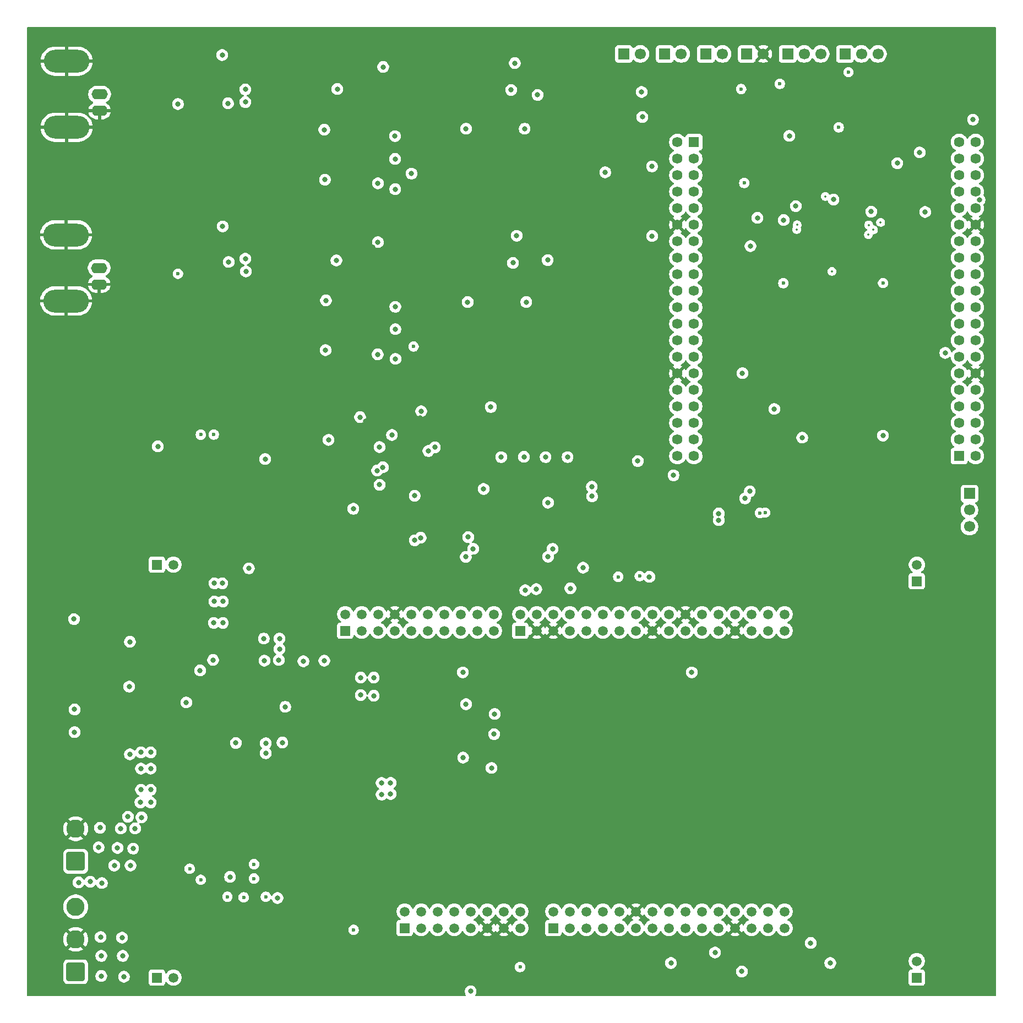
<source format=gbl>
%TF.GenerationSoftware,KiCad,Pcbnew,9.0.6-9.0.6~ubuntu24.04.1*%
%TF.CreationDate,2025-12-16T01:58:26+01:00*%
%TF.ProjectId,DigitalOsciloscope,44696769-7461-46c4-9f73-63696c6f7363,rev?*%
%TF.SameCoordinates,Original*%
%TF.FileFunction,Copper,L4,Bot*%
%TF.FilePolarity,Positive*%
%FSLAX46Y46*%
G04 Gerber Fmt 4.6, Leading zero omitted, Abs format (unit mm)*
G04 Created by KiCad (PCBNEW 9.0.6-9.0.6~ubuntu24.04.1) date 2025-12-16 01:58:26*
%MOMM*%
%LPD*%
G01*
G04 APERTURE LIST*
G04 Aperture macros list*
%AMRoundRect*
0 Rectangle with rounded corners*
0 $1 Rounding radius*
0 $2 $3 $4 $5 $6 $7 $8 $9 X,Y pos of 4 corners*
0 Add a 4 corners polygon primitive as box body*
4,1,4,$2,$3,$4,$5,$6,$7,$8,$9,$2,$3,0*
0 Add four circle primitives for the rounded corners*
1,1,$1+$1,$2,$3*
1,1,$1+$1,$4,$5*
1,1,$1+$1,$6,$7*
1,1,$1+$1,$8,$9*
0 Add four rect primitives between the rounded corners*
20,1,$1+$1,$2,$3,$4,$5,0*
20,1,$1+$1,$4,$5,$6,$7,0*
20,1,$1+$1,$6,$7,$8,$9,0*
20,1,$1+$1,$8,$9,$2,$3,0*%
G04 Aperture macros list end*
%TA.AperFunction,ComponentPad*%
%ADD10R,1.700000X1.700000*%
%TD*%
%TA.AperFunction,ComponentPad*%
%ADD11C,1.700000*%
%TD*%
%TA.AperFunction,ComponentPad*%
%ADD12R,1.508000X1.508000*%
%TD*%
%TA.AperFunction,ComponentPad*%
%ADD13C,1.508000*%
%TD*%
%TA.AperFunction,ComponentPad*%
%ADD14O,2.500000X1.600000*%
%TD*%
%TA.AperFunction,ComponentPad*%
%ADD15O,7.000000X3.500000*%
%TD*%
%TA.AperFunction,ComponentPad*%
%ADD16RoundRect,0.250001X1.149999X-1.149999X1.149999X1.149999X-1.149999X1.149999X-1.149999X-1.149999X0*%
%TD*%
%TA.AperFunction,ComponentPad*%
%ADD17C,2.800000*%
%TD*%
%TA.AperFunction,ComponentPad*%
%ADD18R,1.590000X1.590000*%
%TD*%
%TA.AperFunction,ComponentPad*%
%ADD19C,1.590000*%
%TD*%
%TA.AperFunction,ViaPad*%
%ADD20C,0.800000*%
%TD*%
%TA.AperFunction,ViaPad*%
%ADD21C,0.600000*%
%TD*%
%TA.AperFunction,ViaPad*%
%ADD22C,0.350000*%
%TD*%
G04 APERTURE END LIST*
D10*
%TO.P,J10,1,Pin_1*%
%TO.N,Net-(J10-Pin_1)*%
X214760000Y-57100000D03*
D11*
%TO.P,J10,2,Pin_2*%
%TO.N,+VDD_FILTERED*%
X217300000Y-57100000D03*
%TD*%
D10*
%TO.P,J8,1,Pin_1*%
%TO.N,Net-(J10-Pin_1)*%
X227400000Y-57100000D03*
D11*
%TO.P,J8,2,Pin_2*%
%TO.N,Net-(J8-Pin_2)*%
X229940000Y-57100000D03*
%TD*%
D10*
%TO.P,J7,1,Pin_1*%
%TO.N,Net-(J4-Pin_1)*%
X248760000Y-57100000D03*
D11*
%TO.P,J7,2,Pin_2*%
%TO.N,Net-(J7-Pin_2)*%
X251300000Y-57100000D03*
%TO.P,J7,3,Pin_3*%
%TO.N,+1V5_VOCM_CH1*%
X253840000Y-57100000D03*
%TD*%
D10*
%TO.P,J9,1,Pin_1*%
%TO.N,Net-(J10-Pin_1)*%
X221060000Y-57100000D03*
D11*
%TO.P,J9,2,Pin_2*%
%TO.N,Net-(J9-Pin_2)*%
X223600000Y-57100000D03*
%TD*%
D12*
%TO.P,U11,CN3_1,GND_CN3*%
%TO.N,GND_CN3_1*%
X142960000Y-199140000D03*
D13*
%TO.P,U11,CN3_2,GND_CN3*%
%TO.N,GND_CN3*%
X145500000Y-199140000D03*
D12*
%TO.P,U11,CN4_1,GND_CN4*%
%TO.N,GND_CN4_1*%
X142960000Y-135640000D03*
D13*
%TO.P,U11,CN4_2,GND_CN4*%
%TO.N,GND_CN4*%
X145500000Y-135640000D03*
D12*
%TO.P,U11,CN7_1,D16/I2S_A_MCK*%
%TO.N,unconnected-(U11E-D16{slash}I2S_A_MCK-PadCN7_1)*%
X171916000Y-145800000D03*
D13*
%TO.P,U11,CN7_2,D15/I2C_A_SCL*%
%TO.N,unconnected-(U11E-D15{slash}I2C_A_SCL-PadCN7_2)*%
X171916000Y-143260000D03*
%TO.P,U11,CN7_3,D17/I2S_A_SD*%
%TO.N,unconnected-(U11E-D17{slash}I2S_A_SD-PadCN7_3)*%
X174456000Y-145800000D03*
%TO.P,U11,CN7_4,D14/I2C_A_SDA*%
%TO.N,unconnected-(U11E-D14{slash}I2C_A_SDA-PadCN7_4)*%
X174456000Y-143260000D03*
%TO.P,U11,CN7_5,D18/I2S_A_CK*%
%TO.N,unconnected-(U11E-D18{slash}I2S_A_CK-PadCN7_5)*%
X176996000Y-145800000D03*
%TO.P,U11,CN7_6,VREFP_CN7*%
%TO.N,unconnected-(U11E-VREFP_CN7-PadCN7_6)*%
X176996000Y-143260000D03*
%TO.P,U11,CN7_7,D19/I2S_A_WS*%
%TO.N,unconnected-(U11E-D19{slash}I2S_A_WS-PadCN7_7)*%
X179536000Y-145800000D03*
%TO.P,U11,CN7_8,GND_CN7*%
%TO.N,GND*%
X179536000Y-143260000D03*
%TO.P,U11,CN7_9,D20/I2S_B_WS*%
%TO.N,unconnected-(U11E-D20{slash}I2S_B_WS-PadCN7_9)*%
X182076000Y-145800000D03*
%TO.P,U11,CN7_10,D13/SPI_A_SCK*%
%TO.N,SPI_1_SCK*%
X182076000Y-143260000D03*
%TO.P,U11,CN7_11,D21/I2S_B_MCK*%
%TO.N,AC_DC_CH2_MCU*%
X184616000Y-145800000D03*
%TO.P,U11,CN7_12,D12/SPI_A_MISO*%
%TO.N,SPI_1_MISO*%
X184616000Y-143260000D03*
%TO.P,U11,CN7_13,D22/I2S_B_SD/SPI_B_MOSI*%
%TO.N,unconnected-(U11E-D22{slash}I2S_B_SD{slash}SPI_B_MOSI-PadCN7_13)*%
X187156000Y-145800000D03*
%TO.P,U11,CN7_14,D11/SPI_A_MOSI/TIM_E_PWM1*%
%TO.N,SPI_1_MOSI*%
X187156000Y-143260000D03*
%TO.P,U11,CN7_15,D23/I2S_B_CK/SPI_B_SCK*%
%TO.N,CH2_ATTEN_MCU*%
X189696000Y-145800000D03*
%TO.P,U11,CN7_16,D10/SPI_A_CS/TIM_B_PWM3*%
%TO.N,SPI_1_CS*%
X189696000Y-143260000D03*
%TO.P,U11,CN7_17,D24/SPI_B_NSS*%
%TO.N,unconnected-(U11E-D24{slash}SPI_B_NSS-PadCN7_17)*%
X192236000Y-145800000D03*
%TO.P,U11,CN7_18,D9/TIMER_B_PWM2*%
%TO.N,GPIO_PD15*%
X192236000Y-143260000D03*
%TO.P,U11,CN7_19,D25/SPI_B_MISO*%
%TO.N,AC_DC_CH1_MCU*%
X194776000Y-145800000D03*
%TO.P,U11,CN7_20,D8/IO*%
%TO.N,unconnected-(U11E-D8{slash}IO-PadCN7_20)*%
X194776000Y-143260000D03*
D12*
%TO.P,U11,CN8_1,NC_CN8*%
%TO.N,unconnected-(U11C-NC_CN8-PadCN8_1)*%
X181060000Y-191520000D03*
D13*
%TO.P,U11,CN8_2,D43/SDMMC_D0*%
%TO.N,unconnected-(U11C-D43{slash}SDMMC_D0-PadCN8_2)*%
X181060000Y-188980000D03*
%TO.P,U11,CN8_3,IOREF_CN8*%
%TO.N,unconnected-(U11C-IOREF_CN8-PadCN8_3)*%
X183600000Y-191520000D03*
%TO.P,U11,CN8_4,D44/SDMMC_D1/I2S_A_CKIN*%
%TO.N,unconnected-(U11C-D44{slash}SDMMC_D1{slash}I2S_A_CKIN-PadCN8_4)*%
X183600000Y-188980000D03*
%TO.P,U11,CN8_5,NRST_CN8*%
%TO.N,unconnected-(U11C-NRST_CN8-PadCN8_5)*%
X186140000Y-191520000D03*
%TO.P,U11,CN8_6,D45/SDMMC_D2*%
%TO.N,unconnected-(U11C-D45{slash}SDMMC_D2-PadCN8_6)*%
X186140000Y-188980000D03*
%TO.P,U11,CN8_7,3V3_CN8*%
%TO.N,unconnected-(U11C-3V3_CN8-PadCN8_7)*%
X188680000Y-191520000D03*
%TO.P,U11,CN8_8,D46/SDMMC_D3*%
%TO.N,unconnected-(U11C-D46{slash}SDMMC_D3-PadCN8_8)*%
X188680000Y-188980000D03*
%TO.P,U11,CN8_9,5V_CN8*%
%TO.N,Net-(U11C-5V_CN8)*%
X191220000Y-191520000D03*
%TO.P,U11,CN8_10,D47/SDMMC_CK*%
%TO.N,unconnected-(U11C-D47{slash}SDMMC_CK-PadCN8_10)*%
X191220000Y-188980000D03*
%TO.P,U11,CN8_11,GND_CN8*%
%TO.N,GND*%
X193760000Y-191520000D03*
%TO.P,U11,CN8_12,D48/SDMMC_CMD*%
%TO.N,GPIO_PD2*%
X193760000Y-188980000D03*
%TO.P,U11,CN8_13,GND_CN8*%
%TO.N,GND*%
X196300000Y-191520000D03*
%TO.P,U11,CN8_14,D49/IO*%
%TO.N,unconnected-(U11C-D49{slash}IO-PadCN8_14)*%
X196300000Y-188980000D03*
%TO.P,U11,CN8_15,VIN_CN8*%
%TO.N,Net-(U11C-VIN_CN8)*%
X198840000Y-191520000D03*
%TO.P,U11,CN8_16,D50/IO*%
%TO.N,unconnected-(U11C-D50{slash}IO-PadCN8_16)*%
X198840000Y-188980000D03*
D12*
%TO.P,U11,CN9_1,A0/ADC12_INP15*%
%TO.N,DAC_TEMP*%
X203920000Y-191520000D03*
D13*
%TO.P,U11,CN9_2,D51/USART_B_SCLK*%
%TO.N,GPIO_PD7*%
X203920000Y-188980000D03*
%TO.P,U11,CN9_3,A1/ADC123_INP10*%
%TO.N,unconnected-(U11D-A1{slash}ADC123_INP10-PadCN9_3)*%
X206460000Y-191520000D03*
%TO.P,U11,CN9_4,D52/USART_B_RX*%
%TO.N,GPIO_PD6*%
X206460000Y-188980000D03*
%TO.P,U11,CN9_5,A2/ADC12_INP13*%
%TO.N,unconnected-(U11D-A2{slash}ADC12_INP13-PadCN9_5)*%
X209000000Y-191520000D03*
%TO.P,U11,CN9_6,D53/USART_B_TX*%
%TO.N,GPIO_PD5*%
X209000000Y-188980000D03*
%TO.P,U11,CN9_7,A3/ADC12_INP5*%
%TO.N,unconnected-(U11D-A3{slash}ADC12_INP5-PadCN9_7)*%
X211540000Y-191520000D03*
%TO.P,U11,CN9_8,D54/USART_B_RTS*%
%TO.N,GPIO_PD4*%
X211540000Y-188980000D03*
%TO.P,U11,CN9_9,A4/ADC123_INP12/I2C1_SDA*%
%TO.N,unconnected-(U11D-A4{slash}ADC123_INP12{slash}I2C1_SDA-PadCN9_9)*%
X214080000Y-191520000D03*
%TO.P,U11,CN9_10,D55/USART_B_CTS*%
%TO.N,GPIO_PD3*%
X214080000Y-188980000D03*
%TO.P,U11,CN9_11,A5/ADC3_INP6/I2C1_SCL*%
%TO.N,unconnected-(U11D-A5{slash}ADC3_INP6{slash}I2C1_SCL-PadCN9_11)*%
X216620000Y-191520000D03*
%TO.P,U11,CN9_12,GND_CN9*%
%TO.N,GND*%
X216620000Y-188980000D03*
%TO.P,U11,CN9_13,D72/COMP1_INP*%
%TO.N,unconnected-(U11D-D72{slash}COMP1_INP-PadCN9_13)*%
X219160000Y-191520000D03*
%TO.P,U11,CN9_14,D56/SAI_A_MCLK*%
%TO.N,unconnected-(U11D-D56{slash}SAI_A_MCLK-PadCN9_14)*%
X219160000Y-188980000D03*
%TO.P,U11,CN9_15,D71/COMP2_INP*%
%TO.N,unconnected-(U11D-D71{slash}COMP2_INP-PadCN9_15)*%
X221700000Y-191520000D03*
%TO.P,U11,CN9_16,D57/SAI_A_FS*%
%TO.N,GPIO_PE4*%
X221700000Y-188980000D03*
%TO.P,U11,CN9_17,D70/I2C_B_SMBA*%
%TO.N,DAC_ALM*%
X224240000Y-191520000D03*
%TO.P,U11,CN9_18,D58/SAI_A_SCK*%
%TO.N,GPIO_PE5*%
X224240000Y-188980000D03*
%TO.P,U11,CN9_19,D69/I2C_B_SCL*%
%TO.N,GPIO_PD0*%
X226780000Y-191520000D03*
%TO.P,U11,CN9_20,D59/SAI_A_SD*%
%TO.N,GPIO_PE6*%
X226780000Y-188980000D03*
%TO.P,U11,CN9_21,D68/I2C_B_SDA*%
%TO.N,GPIO_PD1*%
X229320000Y-191520000D03*
%TO.P,U11,CN9_22,D60/SAI_B_SD*%
%TO.N,unconnected-(U11D-D60{slash}SAI_B_SD-PadCN9_22)*%
X229320000Y-188980000D03*
%TO.P,U11,CN9_23,GND_CN9*%
%TO.N,GND*%
X231860000Y-191520000D03*
%TO.P,U11,CN9_24,D61/SAI_B_SCK*%
%TO.N,DAC_RST*%
X231860000Y-188980000D03*
%TO.P,U11,CN9_25,D67/CAN_RX*%
%TO.N,unconnected-(U11D-D67{slash}CAN_RX-PadCN9_25)*%
X234400000Y-191520000D03*
%TO.P,U11,CN9_26,D62/SAI_B_MCLK*%
%TO.N,CH1_ATTEN_MCU*%
X234400000Y-188980000D03*
%TO.P,U11,CN9_27,D66/CAN_TX*%
%TO.N,READY*%
X236940000Y-191520000D03*
%TO.P,U11,CN9_28,D63/SAI_B_FS*%
%TO.N,DAC_CLR*%
X236940000Y-188980000D03*
%TO.P,U11,CN9_29,D65/IO*%
%TO.N,TRIGG_2_MCU*%
X239480000Y-191520000D03*
%TO.P,U11,CN9_30,D64/IO*%
%TO.N,unconnected-(U11D-D64{slash}IO-PadCN9_30)*%
X239480000Y-188980000D03*
D12*
%TO.P,U11,CN10_1,AVDD*%
%TO.N,unconnected-(U11F-AVDD-PadCN10_1)*%
X198840000Y-145800000D03*
D13*
%TO.P,U11,CN10_2,D7/IO*%
%TO.N,unconnected-(U11F-D7{slash}IO-PadCN10_2)*%
X198840000Y-143260000D03*
%TO.P,U11,CN10_3,AGND_CN10*%
%TO.N,GND*%
X201380000Y-145800000D03*
%TO.P,U11,CN10_4,D6/TIMER_A_PWM1*%
%TO.N,GPIO_PE9*%
X201380000Y-143260000D03*
%TO.P,U11,CN10_5,GND_CN10*%
%TO.N,GND*%
X203920000Y-145800000D03*
%TO.P,U11,CN10_6,D5/TIMER_A_PWM2*%
%TO.N,GPIO_PE11*%
X203920000Y-143260000D03*
%TO.P,U11,CN10_7,A6/ADC_A_IN*%
%TO.N,unconnected-(U11F-A6{slash}ADC_A_IN-PadCN10_7)*%
X206460000Y-145800000D03*
%TO.P,U11,CN10_8,D4/IO*%
%TO.N,GPIO_PE14*%
X206460000Y-143260000D03*
%TO.P,U11,CN10_9,A7/ADC_B_IN*%
%TO.N,unconnected-(U11F-A7{slash}ADC_B_IN-PadCN10_9)*%
X209000000Y-145800000D03*
%TO.P,U11,CN10_10,D3/TIMER_A_PWM3*%
%TO.N,GPIO_PE13*%
X209000000Y-143260000D03*
%TO.P,U11,CN10_11,A8/ADC_C_IN*%
%TO.N,unconnected-(U11F-A8{slash}ADC_C_IN-PadCN10_11)*%
X211540000Y-145800000D03*
%TO.P,U11,CN10_12,D2/IO*%
%TO.N,unconnected-(U11F-D2{slash}IO-PadCN10_12)*%
X211540000Y-143260000D03*
%TO.P,U11,CN10_13,D26/QSPI_CS*%
%TO.N,QSPI_CS{slash}GPIO_PG6*%
X214080000Y-145800000D03*
%TO.P,U11,CN10_14,D1/USART_A_TX*%
%TO.N,USART_1_TX*%
X214080000Y-143260000D03*
%TO.P,U11,CN10_15,D27/QSPI_CLK*%
%TO.N,QSPI_CLK{slash}GPIO_PB2*%
X216620000Y-145800000D03*
%TO.P,U11,CN10_16,D0/USART_A_RX*%
%TO.N,USART_1_RX*%
X216620000Y-143260000D03*
%TO.P,U11,CN10_17,GND_CN10*%
%TO.N,GND*%
X219160000Y-145800000D03*
%TO.P,U11,CN10_18,D42/TIMER_A_PWM1N*%
%TO.N,GPIO_PE8*%
X219160000Y-143260000D03*
%TO.P,U11,CN10_19,D28/QSPI_BK1_IO3*%
%TO.N,QSPI_IO3{slash}GPIO_PD13*%
X221700000Y-145800000D03*
%TO.P,U11,CN10_20,D41/TIMER_A_ETR*%
%TO.N,GPIO_PE7*%
X221700000Y-143260000D03*
%TO.P,U11,CN10_21,D29/QSPI_BK1_IO1*%
%TO.N,QSPI_IO1{slash}GPIO_PD12*%
X224240000Y-145800000D03*
%TO.P,U11,CN10_22,GND_CN10*%
%TO.N,GND*%
X224240000Y-143260000D03*
%TO.P,U11,CN10_23,D30/QSPI_BK1_IO0*%
%TO.N,QSPI_IO0{slash}GPIO_PD11*%
X226780000Y-145800000D03*
%TO.P,U11,CN10_24,D40/TIMER_A_PWM2N*%
%TO.N,GPIO_PE10*%
X226780000Y-143260000D03*
%TO.P,U11,CN10_25,D31/QSPI_BK1_IO2*%
%TO.N,QSPI_IO2{slash}GPIO_PE2*%
X229320000Y-145800000D03*
%TO.P,U11,CN10_26,D39/TIMER_A_PWM3N*%
%TO.N,GPIO_PE12*%
X229320000Y-143260000D03*
%TO.P,U11,CN10_27,GND_CN10*%
%TO.N,GND*%
X231860000Y-145800000D03*
%TO.P,U11,CN10_28,D38/TIMER_A_BKIN2*%
%TO.N,unconnected-(U11F-D38{slash}TIMER_A_BKIN2-PadCN10_28)*%
X231860000Y-143260000D03*
%TO.P,U11,CN10_29,D32/TIMER_C_PWM1*%
%TO.N,INTERLEAVED_MCU*%
X234400000Y-145800000D03*
%TO.P,U11,CN10_30,D37/TIMER_A_BKIN1*%
%TO.N,GPIO_PE15*%
X234400000Y-143260000D03*
%TO.P,U11,CN10_31,D33/TIMER_D_PWM1*%
%TO.N,GPIO_PB0*%
X236940000Y-145800000D03*
%TO.P,U11,CN10_32,D36/TIMER_C_PWM2*%
%TO.N,unconnected-(U11F-D36{slash}TIMER_C_PWM2-PadCN10_32)*%
X236940000Y-143260000D03*
%TO.P,U11,CN10_33,D34/TIMER_B_ETR*%
%TO.N,GPIO_PE0*%
X239480000Y-145800000D03*
%TO.P,U11,CN10_34,D35/TIMER_C_PWM3*%
%TO.N,GPIO_PB11*%
X239480000Y-143260000D03*
D12*
%TO.P,U11,CN15_1,GND_CN15*%
%TO.N,GND_CN15*%
X259820000Y-138180000D03*
D13*
%TO.P,U11,CN15_2,GND_CN15*%
%TO.N,GND_CN15_1*%
X259820000Y-135640000D03*
D12*
%TO.P,U11,CN16_1,GND_CN16*%
%TO.N,GND_CN16_1*%
X259800000Y-199140000D03*
D13*
%TO.P,U11,CN16_2,GND_CN16*%
%TO.N,GND_CN16*%
X259800000Y-196600000D03*
%TD*%
D14*
%TO.P,J2,1,In*%
%TO.N,Net-(J2-In)*%
X134080000Y-90000000D03*
D15*
%TO.P,J2,2,Ext*%
%TO.N,GND*%
X129000000Y-95080000D03*
D14*
X134080000Y-92540000D03*
D15*
X129000000Y-84920000D03*
%TD*%
D16*
%TO.P,J12,1,Pin_1*%
%TO.N,+8V*%
X130467500Y-198250000D03*
D17*
%TO.P,J12,2,Pin_2*%
%TO.N,GND*%
X130467500Y-193250000D03*
%TO.P,J12,3,Pin_3*%
%TO.N,-8V*%
X130467500Y-188250000D03*
%TD*%
D10*
%TO.P,J4,1,Pin_1*%
%TO.N,Net-(J4-Pin_1)*%
X239960000Y-57100000D03*
D11*
%TO.P,J4,2,Pin_2*%
%TO.N,Net-(J4-Pin_2)*%
X242500000Y-57100000D03*
%TO.P,J4,3,Pin_3*%
%TO.N,+1V5_VOCM_CH2*%
X245040000Y-57100000D03*
%TD*%
D16*
%TO.P,J11,1,Pin_1*%
%TO.N,+5V_EXT*%
X130467500Y-181250000D03*
D17*
%TO.P,J11,2,Pin_2*%
%TO.N,GND*%
X130467500Y-176250000D03*
%TD*%
D10*
%TO.P,J6,1,Pin_1*%
%TO.N,Net-(J10-Pin_1)*%
X233675000Y-57100000D03*
D11*
%TO.P,J6,2,Pin_2*%
%TO.N,GND*%
X236215000Y-57100000D03*
%TD*%
D14*
%TO.P,J1,1,In*%
%TO.N,Net-(J1-In)*%
X134150000Y-63310000D03*
D15*
%TO.P,J1,2,Ext*%
%TO.N,GND*%
X129070000Y-68390000D03*
D14*
X134150000Y-65850000D03*
D15*
X129070000Y-58230000D03*
%TD*%
D10*
%TO.P,J5,1,Pin_1*%
%TO.N,CLOCK_80MHz*%
X267915000Y-124710000D03*
D11*
%TO.P,J5,2,Pin_2*%
%TO.N,Net-(J5-Pin_2)*%
X267915000Y-127250000D03*
%TO.P,J5,3,Pin_3*%
%TO.N,CLK_FPGA_PLL_50MHz*%
X267915000Y-129790000D03*
%TD*%
D18*
%TO.P,U10,JP1_1,GPIO_0_IN0*%
%TO.N,unconnected-(U10A-GPIO_0_IN0-PadJP1_1)*%
X225550000Y-70670000D03*
D19*
%TO.P,U10,JP1_2,GPIO_00*%
%TO.N,QSPI_CS{slash}GPIO_PG6*%
X223010000Y-70670000D03*
%TO.P,U10,JP1_3,GPIO_0_IN1*%
%TO.N,unconnected-(U10A-GPIO_0_IN1-PadJP1_3)*%
X225550000Y-73210000D03*
%TO.P,U10,JP1_4,GPIO_01*%
%TO.N,QSPI_CLK{slash}GPIO_PB2*%
X223010000Y-73210000D03*
%TO.P,U10,JP1_5,GPIO_02*%
%TO.N,ADC_B_0*%
X225550000Y-75750000D03*
%TO.P,U10,JP1_6,GPIO_03*%
%TO.N,GPIO_PB11*%
X223010000Y-75750000D03*
%TO.P,U10,JP1_7,GPIO_04*%
%TO.N,ADC_B_1*%
X225550000Y-78290000D03*
%TO.P,U10,JP1_8,GPIO_05*%
%TO.N,GPIO_PB0*%
X223010000Y-78290000D03*
%TO.P,U10,JP1_9,GPIO_06*%
%TO.N,ADC_B_2*%
X225550000Y-80830000D03*
%TO.P,U10,JP1_10,GPIO_07*%
%TO.N,GPIO_PE14*%
X223010000Y-80830000D03*
%TO.P,U10,JP1_11,GPIO-0_VCC_SYS*%
%TO.N,Net-(U10A-GPIO-0_VCC_SYS)*%
X225550000Y-83370000D03*
%TO.P,U10,JP1_12,GPIO-0_GND*%
%TO.N,GND*%
X223010000Y-83370000D03*
%TO.P,U10,JP1_13,GPIO_08*%
%TO.N,ADC_B_3*%
X225550000Y-85910000D03*
%TO.P,U10,JP1_14,GPIO_09*%
%TO.N,CLIPPING*%
X223010000Y-85910000D03*
%TO.P,U10,JP1_15,GPIO_010*%
%TO.N,ADC_B_4*%
X225550000Y-88450000D03*
%TO.P,U10,JP1_16,GPIO_011*%
%TO.N,GPIO_PD2*%
X223010000Y-88450000D03*
%TO.P,U10,JP1_17,GPIO_012*%
%TO.N,ADC_B_5*%
X225550000Y-90990000D03*
%TO.P,U10,JP1_18,GPIO_013*%
%TO.N,OE_B*%
X223010000Y-90990000D03*
%TO.P,U10,JP1_19,GPIO_014*%
%TO.N,ADC_B_6*%
X225550000Y-93530000D03*
%TO.P,U10,JP1_20,GPIO_015*%
%TO.N,GPIO_PD15*%
X223010000Y-93530000D03*
%TO.P,U10,JP1_21,GPIO_016*%
%TO.N,ADC_B_7*%
X225550000Y-96070000D03*
%TO.P,U10,JP1_22,GPIO_017*%
%TO.N,GPIO_PE9*%
X223010000Y-96070000D03*
%TO.P,U10,JP1_23,GPIO_018*%
%TO.N,unconnected-(U10A-GPIO_018-PadJP1_23)*%
X225550000Y-98610000D03*
%TO.P,U10,JP1_24,GPIO_019*%
%TO.N,GPIO_PE11*%
X223010000Y-98610000D03*
%TO.P,U10,JP1_25,GPIO_020*%
%TO.N,ADC_B_8*%
X225550000Y-101150000D03*
%TO.P,U10,JP1_26,GPIO_021*%
%TO.N,GPIO_PE13*%
X223010000Y-101150000D03*
%TO.P,U10,JP1_27,GPIO_022*%
%TO.N,ADC_B_9*%
X225550000Y-103690000D03*
%TO.P,U10,JP1_28,GPIO_023*%
%TO.N,GPIO_PE8*%
X223010000Y-103690000D03*
%TO.P,U10,JP1_29,GPIO-0_VCC3P3*%
%TO.N,Net-(U10A-GPIO-0_VCC3P3)*%
X225550000Y-106230000D03*
%TO.P,U10,JP1_30,GPIO-0_GND*%
%TO.N,GND*%
X223010000Y-106230000D03*
%TO.P,U10,JP1_31,GPIO_024*%
%TO.N,ADC_B_10*%
X225550000Y-108770000D03*
%TO.P,U10,JP1_32,GPIO_025*%
%TO.N,GPIO_PE7*%
X223010000Y-108770000D03*
%TO.P,U10,JP1_33,GPIO_026*%
%TO.N,Net-(U10A-GPIO_026)*%
X225550000Y-111310000D03*
%TO.P,U10,JP1_34,GPIO_027*%
%TO.N,USART_1_TX*%
X223010000Y-111310000D03*
%TO.P,U10,JP1_35,GPIO_028*%
%TO.N,ADC_B_11*%
X225550000Y-113850000D03*
%TO.P,U10,JP1_36,GPIO_029*%
%TO.N,USART_1_RX*%
X223010000Y-113850000D03*
%TO.P,U10,JP1_37,GPIO_030*%
%TO.N,ADC_B_12*%
X225550000Y-116390000D03*
%TO.P,U10,JP1_38,GPIO_031*%
%TO.N,AN_TRIGGER_N*%
X223010000Y-116390000D03*
%TO.P,U10,JP1_39,GPIO_032*%
%TO.N,ADC_B_13*%
X225550000Y-118930000D03*
%TO.P,U10,JP1_40,GPIO_033*%
%TO.N,AN_TRIGGER_P*%
X223010000Y-118930000D03*
D18*
%TO.P,U10,JP2_1,GPIO_1_IN0*%
%TO.N,CLOCK_80MHz*%
X266320000Y-118930000D03*
D19*
%TO.P,U10,JP2_2,GPIO_10*%
%TO.N,GPIO_PD1*%
X268860000Y-118930000D03*
%TO.P,U10,JP2_3,GPIO_1_IN1*%
%TO.N,ADC_A_0*%
X266320000Y-116390000D03*
%TO.P,U10,JP2_4,GPIO_11*%
%TO.N,GPIO_PD0*%
X268860000Y-116390000D03*
%TO.P,U10,JP2_5,GPIO_12*%
%TO.N,ADC_A_1*%
X266320000Y-113850000D03*
%TO.P,U10,JP2_6,GPIO_13*%
%TO.N,GPIO_PE6*%
X268860000Y-113850000D03*
%TO.P,U10,JP2_7,GPIO_14*%
%TO.N,ADC_A_2*%
X266320000Y-111310000D03*
%TO.P,U10,JP2_8,GPIO_15*%
%TO.N,GPIO_PE5*%
X268860000Y-111310000D03*
%TO.P,U10,JP2_9,GPIO_16*%
%TO.N,ADC_A_3*%
X266320000Y-108770000D03*
%TO.P,U10,JP2_10,GPIO_17*%
%TO.N,GPIO_PE4*%
X268860000Y-108770000D03*
%TO.P,U10,JP2_11,GPIO-1_VCC_SYS*%
%TO.N,Net-(U10B-GPIO-1_VCC_SYS)*%
X266320000Y-106230000D03*
%TO.P,U10,JP2_12,GPIO-1_GND*%
%TO.N,GND*%
X268860000Y-106230000D03*
%TO.P,U10,JP2_13,GPIO_18*%
%TO.N,ADC_A_4*%
X266320000Y-103690000D03*
%TO.P,U10,JP2_14,GPIO_19*%
%TO.N,GPIO_PD3*%
X268860000Y-103690000D03*
%TO.P,U10,JP2_15,GPIO_110*%
%TO.N,ADC_A_5*%
X266320000Y-101150000D03*
%TO.P,U10,JP2_16,GPIO_111*%
%TO.N,GPIO_PD4*%
X268860000Y-101150000D03*
%TO.P,U10,JP2_17,GPIO_112*%
%TO.N,ADC_A_6*%
X266320000Y-98610000D03*
%TO.P,U10,JP2_18,GPIO_113*%
%TO.N,GPIO_PD5*%
X268860000Y-98610000D03*
%TO.P,U10,JP2_19,GPIO_114*%
%TO.N,ADC_A_7*%
X266320000Y-96070000D03*
%TO.P,U10,JP2_20,GPIO_115*%
%TO.N,GPIO_PD6*%
X268860000Y-96070000D03*
%TO.P,U10,JP2_21,GPIO_116*%
%TO.N,ADC_A_8*%
X266320000Y-93530000D03*
%TO.P,U10,JP2_22,GPIO_117*%
%TO.N,GPIO_PD7*%
X268860000Y-93530000D03*
%TO.P,U10,JP2_23,GPIO_118*%
%TO.N,ADC_A_9*%
X266320000Y-90990000D03*
%TO.P,U10,JP2_24,GPIO_119*%
%TO.N,GPIO_PE0*%
X268860000Y-90990000D03*
%TO.P,U10,JP2_25,GPIO_120*%
%TO.N,ADC_A_10*%
X266320000Y-88450000D03*
%TO.P,U10,JP2_26,GPIO_121*%
%TO.N,GPIO_PE15*%
X268860000Y-88450000D03*
%TO.P,U10,JP2_27,GPIO_122*%
%TO.N,ADC_A_11*%
X266320000Y-85910000D03*
%TO.P,U10,JP2_28,GPIO_123*%
%TO.N,QSPI_IO2{slash}GPIO_PE2*%
X268860000Y-85910000D03*
%TO.P,U10,JP2_29,GPIO-1_VCC3P3*%
%TO.N,Net-(U10B-GPIO-1_VCC3P3)*%
X266320000Y-83370000D03*
%TO.P,U10,JP2_30,GPIO-1_GND*%
%TO.N,GND*%
X268860000Y-83370000D03*
%TO.P,U10,JP2_31,GPIO_124*%
%TO.N,ADC_A_12*%
X266320000Y-80830000D03*
%TO.P,U10,JP2_32,GPIO_125*%
%TO.N,GPIO_PE12*%
X268860000Y-80830000D03*
%TO.P,U10,JP2_33,GPIO_126*%
%TO.N,ADC_A_13*%
X266320000Y-78290000D03*
%TO.P,U10,JP2_34,GPIO_127*%
%TO.N,QSPI_IO0{slash}GPIO_PD11*%
X268860000Y-78290000D03*
%TO.P,U10,JP2_35,GPIO_128*%
%TO.N,READY*%
X266320000Y-75750000D03*
%TO.P,U10,JP2_36,GPIO_129*%
%TO.N,GPIO_PE10*%
X268860000Y-75750000D03*
%TO.P,U10,JP2_37,GPIO_130*%
%TO.N,OVERFLOW*%
X266320000Y-73210000D03*
%TO.P,U10,JP2_38,GPIO_131*%
%TO.N,QSPI_IO1{slash}GPIO_PD12*%
X268860000Y-73210000D03*
%TO.P,U10,JP2_39,GPIO_132*%
%TO.N,OE_A*%
X266320000Y-70670000D03*
%TO.P,U10,JP2_40,GPIO_133*%
%TO.N,QSPI_IO3{slash}GPIO_PD13*%
X268860000Y-70670000D03*
%TD*%
D20*
%TO.N,GND*%
X138000000Y-87555556D03*
X138000000Y-107129630D03*
X138000000Y-93148148D03*
X138000000Y-84759259D03*
X138000000Y-67981481D03*
X138000000Y-115518519D03*
X138000000Y-65185185D03*
X138000000Y-79166667D03*
X138000000Y-109925926D03*
X138000000Y-59592593D03*
X138000000Y-101537037D03*
X138000000Y-121111111D03*
X138000000Y-98740741D03*
X138000000Y-76370370D03*
X138000000Y-81962963D03*
X138000000Y-73574074D03*
X140000000Y-129500000D03*
X138000000Y-70777778D03*
X138000000Y-54000000D03*
X138000000Y-95944444D03*
X138000000Y-126703704D03*
X138000000Y-123907407D03*
X138000000Y-129500000D03*
X138000000Y-56796296D03*
X138000000Y-104333333D03*
X138000000Y-112722222D03*
X139850000Y-77500000D03*
%TO.N,Net-(U2A--)*%
X152994844Y-57269844D03*
%TO.N,Net-(U2B--)*%
X153075000Y-83625000D03*
D21*
X151700000Y-115625000D03*
%TO.N,Net-(U2A--)*%
X149700000Y-115650000D03*
D20*
%TO.N,AN_TRIGGER_P*%
X209867000Y-125131200D03*
%TO.N,AN_TRIGGER_N*%
X209827000Y-123641200D03*
%TO.N,+3V3*%
X174300000Y-153000000D03*
X208500000Y-136100000D03*
X268450000Y-67200000D03*
X233000000Y-106200000D03*
X222000000Y-196900000D03*
X176300000Y-155800000D03*
X190831637Y-131400000D03*
X173162500Y-127050000D03*
X254600000Y-115800000D03*
X147474065Y-156826526D03*
D21*
X213900000Y-137500000D03*
D20*
X176300000Y-153000000D03*
X174300000Y-155700000D03*
D21*
X217200000Y-137400000D03*
D20*
%TO.N,GND*%
X169800000Y-174800000D03*
X161631579Y-129500000D03*
X176052632Y-129500000D03*
D21*
X251650000Y-71034388D03*
D20*
X184815600Y-93965600D03*
X192550000Y-92300000D03*
X206000000Y-80000000D03*
X169157895Y-107000000D03*
X147000000Y-168500000D03*
X159473684Y-80000000D03*
X158900000Y-82050000D03*
X192350000Y-69800000D03*
X206500000Y-54000000D03*
X180150000Y-119550000D03*
X155200000Y-178050000D03*
X166631579Y-80000000D03*
X153800000Y-61500000D03*
X181775000Y-121075000D03*
X150000000Y-54000000D03*
X157200000Y-160100000D03*
X208500000Y-100595238D03*
X138500000Y-168500000D03*
X204000000Y-54000000D03*
X196000000Y-54000000D03*
X176400000Y-60850000D03*
X224862500Y-59900000D03*
X148800000Y-159400000D03*
X208500000Y-103047619D03*
X180200000Y-121050000D03*
X244100000Y-83700000D03*
D21*
X245150000Y-74650000D03*
D20*
X166000000Y-54000000D03*
D21*
X168940000Y-81900000D03*
D20*
X145789474Y-107000000D03*
X193000000Y-54000000D03*
X256200000Y-115600000D03*
X174350000Y-69050000D03*
X172447368Y-129500000D03*
X170950000Y-56050000D03*
X245600000Y-83700000D03*
X243200000Y-71000000D03*
X148400000Y-190600000D03*
X165263158Y-107000000D03*
X141578947Y-80000000D03*
D21*
X180122849Y-93137500D03*
D20*
X163550000Y-65700000D03*
X173150000Y-120600000D03*
X212000000Y-113428571D03*
X198000000Y-123500000D03*
X177200000Y-119450000D03*
X184750000Y-67700000D03*
X154421053Y-129500000D03*
X208500000Y-68714286D03*
D21*
X261100000Y-78200000D03*
D20*
X204210526Y-107000000D03*
X240500000Y-71000000D03*
X160900000Y-90300000D03*
X195263158Y-80000000D03*
X173789474Y-80000000D03*
X181750000Y-119600000D03*
X159000000Y-142200000D03*
X172600000Y-71300000D03*
X188631579Y-107000000D03*
X136400000Y-173200000D03*
X138612500Y-143900000D03*
X192550000Y-96400000D03*
X168300000Y-177300000D03*
X149400000Y-148300000D03*
D21*
X248900000Y-71600000D03*
D20*
X241910728Y-71010728D03*
X208500000Y-80976190D03*
D21*
X141290000Y-105297500D03*
D20*
X184736842Y-107000000D03*
X175100000Y-120650000D03*
X208500000Y-85880952D03*
X244100000Y-82300000D03*
X130300000Y-164800000D03*
X208500000Y-98142857D03*
X208500000Y-90785714D03*
X183400000Y-113100000D03*
X248400000Y-83700000D03*
X172000000Y-54000000D03*
X244450000Y-195687500D03*
X147600000Y-125300000D03*
X146300000Y-153450000D03*
X175000000Y-54000000D03*
X233300000Y-79200000D03*
X158026316Y-129500000D03*
X249900000Y-86600000D03*
X163500000Y-178000000D03*
X174800000Y-161100000D03*
X208500000Y-58904762D03*
X148736842Y-80000000D03*
X177200000Y-126450000D03*
X163950000Y-154400000D03*
X145450000Y-125350000D03*
X208500000Y-71166667D03*
X162500000Y-159400000D03*
X181300000Y-114750000D03*
X208500000Y-88333333D03*
X130300000Y-147600000D03*
X177750000Y-109000000D03*
X208500000Y-66261905D03*
X235400000Y-78000000D03*
X247000000Y-88000000D03*
X166700000Y-92000000D03*
X173100000Y-165900000D03*
X197950000Y-96400000D03*
X204600000Y-127400000D03*
X199500000Y-66800000D03*
D21*
X249150000Y-74600000D03*
D20*
X175200000Y-126450000D03*
X208500000Y-63809524D03*
X199900000Y-58510000D03*
X170900000Y-161100000D03*
X258800000Y-78200000D03*
X154000000Y-85600000D03*
X141800000Y-187000000D03*
D21*
X235010000Y-88760000D03*
D20*
X172600000Y-99700000D03*
X247100000Y-75200000D03*
X163000000Y-54000000D03*
X183250000Y-121050000D03*
X179900000Y-109250000D03*
X230600000Y-193500000D03*
X196421053Y-107000000D03*
X186550000Y-69700000D03*
X141894737Y-107000000D03*
X153900000Y-59500000D03*
X197700000Y-67760000D03*
D21*
X258950000Y-88740000D03*
D20*
X156050000Y-112750000D03*
X180250000Y-122450000D03*
X184526316Y-80000000D03*
X145600000Y-138500000D03*
X259690000Y-124100000D03*
X190000000Y-54000000D03*
X169524861Y-170164615D03*
X176156000Y-86790000D03*
X187000000Y-54000000D03*
X173100000Y-125250000D03*
X149400000Y-174200000D03*
X192550000Y-94350000D03*
X142400000Y-179600000D03*
X199000000Y-54000000D03*
X249900000Y-83700000D03*
X155894737Y-80000000D03*
X208500000Y-93238095D03*
X184000000Y-54000000D03*
X174300000Y-95000000D03*
X242500000Y-80700000D03*
D21*
X142140000Y-94447500D03*
D20*
X153900000Y-87600000D03*
X196840000Y-127076200D03*
X153100000Y-178100000D03*
X146000000Y-54000000D03*
X138800000Y-157900000D03*
X244100000Y-85100000D03*
X175200000Y-165800000D03*
X248400000Y-86600000D03*
X173050000Y-56050000D03*
X183200000Y-122500000D03*
X249800000Y-85100000D03*
X181750000Y-122450000D03*
X173052632Y-107000000D03*
X199800000Y-93400000D03*
X154000000Y-112800000D03*
X180842105Y-107000000D03*
X141800000Y-184600000D03*
X142000000Y-54000000D03*
X212000000Y-116642857D03*
X247000000Y-82300000D03*
X138512500Y-140550000D03*
X192300000Y-65700000D03*
X160300000Y-168600000D03*
X247000000Y-86600000D03*
X237500000Y-78000000D03*
X245600000Y-82300000D03*
X249800000Y-88000000D03*
X172600000Y-73350000D03*
X198940000Y-127076200D03*
X192300000Y-162000000D03*
X169000000Y-54000000D03*
X141100000Y-144450000D03*
X142300000Y-67700000D03*
X161368421Y-107000000D03*
X177608000Y-72800000D03*
X167200000Y-159000000D03*
D21*
X171040000Y-81962500D03*
D20*
X144200000Y-147600000D03*
X151400000Y-164900000D03*
X151400000Y-199100000D03*
X248300000Y-85100000D03*
X192300000Y-67760000D03*
X165100000Y-159100000D03*
X245600000Y-86600000D03*
X157200000Y-155600000D03*
X163150000Y-91950000D03*
D21*
X177622849Y-98937500D03*
D20*
X212000000Y-126285714D03*
X186500000Y-71800000D03*
X161300000Y-191600000D03*
X192687500Y-154712500D03*
X179130000Y-66950000D03*
X248400000Y-88000000D03*
X188105263Y-80000000D03*
X182300000Y-112950000D03*
X245600000Y-88000000D03*
X150300000Y-159400000D03*
D21*
X181622849Y-98937500D03*
X255560000Y-89600000D03*
D20*
X168900000Y-56050000D03*
X157473684Y-107000000D03*
X190500000Y-118100000D03*
X201000000Y-127100000D03*
X183250000Y-119600000D03*
X204894737Y-129500000D03*
X177900000Y-66950000D03*
X197684211Y-129500000D03*
X175050000Y-113600000D03*
X206500000Y-126200000D03*
D21*
X178022849Y-93137500D03*
D20*
X239600000Y-78000000D03*
X212000000Y-107000000D03*
X197900000Y-92250000D03*
X197700000Y-65650000D03*
X154000000Y-54000000D03*
D21*
X238440000Y-89680000D03*
D20*
X142300000Y-181700000D03*
X200608000Y-85000000D03*
X155100000Y-160100000D03*
D21*
X143290000Y-105397500D03*
D20*
X181600000Y-72600000D03*
X212000000Y-119857143D03*
X186372849Y-98441500D03*
X157900000Y-56308000D03*
X208500000Y-129500000D03*
X192526316Y-107000000D03*
X187500000Y-148450000D03*
X147210526Y-129500000D03*
X251475000Y-80900000D03*
X247000000Y-85100000D03*
X185450000Y-113150000D03*
X148200000Y-199100000D03*
X138800000Y-161300000D03*
X166100000Y-177400000D03*
X212000000Y-129500000D03*
D21*
X253480000Y-89640000D03*
D20*
X208500000Y-105500000D03*
X152200000Y-170500000D03*
X160000000Y-54000000D03*
X201500000Y-54000000D03*
X143300000Y-77500000D03*
D21*
X253650000Y-71034388D03*
D20*
X208500000Y-76071429D03*
X160400000Y-178000000D03*
X176100000Y-115700000D03*
X168842105Y-129500000D03*
X167000000Y-66900000D03*
X153900000Y-155600000D03*
X143400000Y-125350000D03*
X138700000Y-150900000D03*
X186868421Y-129500000D03*
X157000000Y-54000000D03*
X244100000Y-86500000D03*
D21*
X173140000Y-81962500D03*
D20*
X190500000Y-110500000D03*
X153900000Y-196900000D03*
X186372849Y-96037500D03*
D21*
X240500000Y-89660000D03*
D20*
X165236842Y-129500000D03*
X172600000Y-97650000D03*
X161100000Y-142100000D03*
X190500000Y-125700000D03*
X248400000Y-82300000D03*
X158100000Y-112750000D03*
X245500000Y-85100000D03*
X244100000Y-88000000D03*
X178000000Y-54000000D03*
X159100000Y-191600000D03*
X197700000Y-69850000D03*
X181000000Y-54000000D03*
X208500000Y-95690476D03*
X247000000Y-83700000D03*
X145600000Y-140600000D03*
X256800000Y-78200000D03*
X161187500Y-64045000D03*
X254800000Y-78200000D03*
X197950000Y-94350000D03*
X177368421Y-80000000D03*
X231762500Y-59900000D03*
X155100000Y-142100000D03*
X180350000Y-66950000D03*
X212000000Y-123071429D03*
X208500000Y-54000000D03*
X149684211Y-107000000D03*
X143605263Y-129500000D03*
X190475000Y-113575000D03*
X249900000Y-82300000D03*
X163052632Y-80000000D03*
X206500000Y-127400000D03*
X130300000Y-154400000D03*
X152300000Y-172600000D03*
X159500000Y-159400000D03*
X208500000Y-78523810D03*
X156100000Y-196900000D03*
X145300000Y-166300000D03*
X140700000Y-147700000D03*
%TO.N,-3V5*%
X177500000Y-169200000D03*
X138800000Y-147500000D03*
X177500000Y-171000000D03*
X190500000Y-68600000D03*
X190750000Y-95250000D03*
X178900000Y-170900000D03*
X178900000Y-169200000D03*
X149600000Y-151900000D03*
X162700000Y-157500000D03*
%TO.N,+1V5_VOCM_CH1*%
X198000000Y-58510000D03*
X197426000Y-62640000D03*
X261100000Y-81400000D03*
D21*
X249300000Y-59900000D03*
%TO.N,+6V5*%
X156300000Y-186800000D03*
D20*
X199750000Y-95250000D03*
X130300000Y-161400000D03*
X199500000Y-68600000D03*
D21*
X153800000Y-186700000D03*
X159700000Y-186700000D03*
D20*
X161500000Y-186900000D03*
%TO.N,AN_TRIGGER_CH1_N*%
X201500000Y-63400000D03*
X199400000Y-119050000D03*
D21*
%TO.N,+1V5_VOCM_CH2*%
X232800000Y-62500000D03*
D20*
X197713000Y-89235000D03*
D21*
X233268542Y-76943447D03*
D20*
X198280000Y-85060000D03*
D22*
%TO.N,Net-(J4-Pin_1)*%
X245750000Y-79000000D03*
X241400000Y-83380000D03*
D21*
X247800000Y-68400000D03*
D20*
%TO.N,Net-(U19-LDAC)*%
X177200000Y-123350000D03*
X182600000Y-125050000D03*
%TO.N,+5V_EXT*%
X168700000Y-68750000D03*
X140400000Y-172200000D03*
X194400000Y-166900000D03*
X140500000Y-167000000D03*
X168950000Y-95000000D03*
X142000000Y-170250000D03*
X142000000Y-172200000D03*
X136400000Y-181900000D03*
X195900000Y-119100000D03*
X130900000Y-184500000D03*
X142000000Y-167000000D03*
X134000000Y-179100000D03*
X190000000Y-152200000D03*
X138900000Y-181900000D03*
X225200000Y-152200000D03*
X132700000Y-184400000D03*
D21*
X173200000Y-191800000D03*
D20*
X194900000Y-158600000D03*
X138500000Y-174400000D03*
X140600000Y-174500000D03*
X191200000Y-201250000D03*
X139600000Y-176200000D03*
X232900000Y-198200000D03*
X219100000Y-85100000D03*
X136900000Y-179200000D03*
X219094100Y-74400005D03*
X139300000Y-179300000D03*
X142000000Y-164500000D03*
X246500000Y-196900000D03*
X146200000Y-64800000D03*
X140500000Y-170250000D03*
X134500000Y-184600000D03*
X140500000Y-164500000D03*
D21*
X146189000Y-90897500D03*
D20*
X137400000Y-176200000D03*
X134200000Y-176100000D03*
X264180707Y-103070707D03*
%TO.N,+8V*%
X137700000Y-195800000D03*
X134300000Y-192900000D03*
D21*
X198800000Y-197500000D03*
D20*
X137600000Y-193000000D03*
X134400000Y-198900000D03*
X134400000Y-195800000D03*
X137900000Y-199000000D03*
%TO.N,TRIGG_2*%
X243500000Y-193812500D03*
X168704000Y-150400000D03*
X194300000Y-111400000D03*
X165491000Y-150500000D03*
%TO.N,+VDD_FILTERED*%
X235300000Y-82300000D03*
X256800000Y-73900000D03*
X252800000Y-81350000D03*
X241200000Y-80500000D03*
%TO.N,Net-(C142-Pad1)*%
X184700000Y-118159931D03*
X177200000Y-117550000D03*
%TO.N,AC_DC_CH1*%
X168800000Y-76450000D03*
X190500000Y-157100000D03*
%TO.N,AC_DC_CH2*%
X168900000Y-102650000D03*
X190050000Y-165300000D03*
%TO.N,+3V3A*%
X161800000Y-147000000D03*
X260250000Y-72250000D03*
X159400000Y-147000000D03*
X130212500Y-144000000D03*
X240200000Y-69700000D03*
X161700000Y-150300000D03*
X203100000Y-134417000D03*
X190460797Y-134447972D03*
X151600000Y-150300000D03*
X161800000Y-148600000D03*
X159500000Y-150400000D03*
%TO.N,Net-(C143-Pad1)*%
X179100000Y-115700000D03*
X185700000Y-117600000D03*
%TO.N,CH1_GAIN_DAC*%
X177700000Y-120660563D03*
X179600000Y-77900000D03*
%TO.N,CH2_GAIN_DAC*%
X179650000Y-104000000D03*
X176834047Y-121160689D03*
D21*
%TO.N,Net-(J4-Pin_2)*%
X238745000Y-61700000D03*
D20*
X239342208Y-82642208D03*
%TO.N,QSPI_CS{slash}GPIO_PG6*%
X234128000Y-124348452D03*
%TO.N,QSPI_CLK{slash}GPIO_PB2*%
X233400000Y-125450000D03*
%TO.N,+3V3DRV*%
X191600000Y-133200000D03*
X153100000Y-144600000D03*
X153100000Y-141300000D03*
X151800000Y-141300000D03*
X151800000Y-138500000D03*
D21*
X239280000Y-92360000D03*
X254630000Y-92330000D03*
D20*
X153000000Y-138500000D03*
X151700000Y-144600000D03*
X203800000Y-133200000D03*
%TO.N,CH1_ATTEN*%
X228781250Y-195281250D03*
X153900000Y-64700000D03*
%TO.N,CH2_ATTEN*%
X154000000Y-89097500D03*
X157100000Y-136200000D03*
%TO.N,-5V*%
X143100000Y-117450000D03*
X170700000Y-62500000D03*
X162250000Y-163000000D03*
X174200000Y-112950000D03*
X159700000Y-163100000D03*
X176950000Y-77000000D03*
X138700000Y-154400000D03*
X176900000Y-103300000D03*
X156550000Y-88600000D03*
X156550000Y-62550000D03*
X170550000Y-88850000D03*
X155100000Y-163050000D03*
X159700000Y-164650000D03*
D22*
%TO.N,Net-(J7-Pin_2)*%
X254250000Y-83000000D03*
D20*
%TO.N,Net-(U5-GAIN)*%
X179565000Y-69735000D03*
X179580000Y-73250000D03*
%TO.N,-8V*%
X138800000Y-164800000D03*
%TO.N,+5V*%
X176950000Y-86050000D03*
X154200000Y-183650000D03*
X193200000Y-124000000D03*
X169350000Y-116450000D03*
X130300000Y-157900000D03*
X156650000Y-90550000D03*
D21*
X149700000Y-184100000D03*
D20*
X159600000Y-119400000D03*
X183600000Y-112050000D03*
D21*
X182422849Y-102087500D03*
X157900000Y-181700000D03*
D20*
X182100000Y-75500000D03*
X156550000Y-64500000D03*
D21*
X157900000Y-183900000D03*
D20*
X177750000Y-59100000D03*
D21*
X148000000Y-182400000D03*
D22*
%TO.N,Net-(J10-Pin_1)*%
X252400000Y-83400000D03*
D20*
%TO.N,AC_DC_CH2_MCU*%
X194800000Y-161700000D03*
%TO.N,USART_1_RX*%
X229360933Y-128800000D03*
%TO.N,USART_1_TX*%
X229360933Y-127771868D03*
%TO.N,Net-(U1--IN)*%
X202720000Y-119096200D03*
X203100000Y-126100000D03*
%TO.N,Net-(U6-GAIN)*%
X179612849Y-95987500D03*
X179640000Y-99425600D03*
%TO.N,GPIO_PD2*%
X201300000Y-139400000D03*
%TO.N,Net-(U10A-GPIO_026)*%
X242200000Y-116100000D03*
X237900000Y-111700000D03*
%TO.N,DAC_ALM*%
X182599311Y-131900000D03*
%TO.N,DAC_TEMP*%
X183513240Y-131494120D03*
D22*
%TO.N,OE_B*%
X241338488Y-84094949D03*
D20*
X234234561Y-86653000D03*
D22*
%TO.N,CLIPPING*%
X246750000Y-90530000D03*
%TO.N,OVERFLOW*%
X252370000Y-84880000D03*
%TO.N,OE_A*%
X253150000Y-84150000D03*
D20*
%TO.N,Net-(J5-Pin_2)*%
X247000000Y-79500000D03*
%TO.N,AN_TRIGGER_CH2_P*%
X206100000Y-119100000D03*
X203050000Y-88800000D03*
D21*
%TO.N,GPIO_PB0*%
X235679856Y-127679856D03*
D20*
%TO.N,GPIO_PE14*%
X206550000Y-139277798D03*
%TO.N,CH1_CH_P*%
X217500000Y-62954000D03*
X217600000Y-66800000D03*
D21*
%TO.N,GPIO_PB11*%
X236478544Y-127634011D03*
D20*
%TO.N,INTERLEAVED*%
X222400000Y-121900000D03*
X211900000Y-75300000D03*
X216900000Y-119700000D03*
%TO.N,GPIO_PD15*%
X199594610Y-139573026D03*
%TO.N,GPIO_PE8*%
X218685933Y-137508000D03*
%TO.N,READY*%
X269464674Y-79547140D03*
%TD*%
%TA.AperFunction,Conductor*%
%TO.N,GND*%
G36*
X192561446Y-189422542D02*
G01*
X192600482Y-189467593D01*
X192683804Y-189631119D01*
X192687058Y-189637505D01*
X192803115Y-189797246D01*
X192942753Y-189936884D01*
X193102494Y-190052941D01*
X193102496Y-190052942D01*
X193102499Y-190052944D01*
X193272956Y-190139797D01*
X193323749Y-190187768D01*
X193340544Y-190255589D01*
X193318007Y-190321724D01*
X193272954Y-190360763D01*
X193102767Y-190447479D01*
X193102760Y-190447483D01*
X193067010Y-190473456D01*
X193067010Y-190473457D01*
X193630591Y-191037037D01*
X193567007Y-191054075D01*
X193452993Y-191119901D01*
X193359901Y-191212993D01*
X193294075Y-191327007D01*
X193277037Y-191390590D01*
X192713456Y-190827010D01*
X192687483Y-190862760D01*
X192687479Y-190862767D01*
X192600763Y-191032954D01*
X192552788Y-191083749D01*
X192484967Y-191100544D01*
X192418833Y-191078006D01*
X192379798Y-191032957D01*
X192292944Y-190862499D01*
X192292942Y-190862496D01*
X192292941Y-190862494D01*
X192176884Y-190702753D01*
X192037246Y-190563115D01*
X191877505Y-190447058D01*
X191871119Y-190443804D01*
X191707593Y-190360482D01*
X191656800Y-190312510D01*
X191640005Y-190244689D01*
X191662542Y-190178554D01*
X191707593Y-190139517D01*
X191877501Y-190052944D01*
X192007949Y-189958169D01*
X192037246Y-189936884D01*
X192037248Y-189936881D01*
X192037252Y-189936879D01*
X192176879Y-189797252D01*
X192176881Y-189797248D01*
X192176884Y-189797246D01*
X192292941Y-189637505D01*
X192292943Y-189637502D01*
X192292944Y-189637501D01*
X192379517Y-189467593D01*
X192427490Y-189416800D01*
X192495311Y-189400005D01*
X192561446Y-189422542D01*
G37*
%TD.AperFunction*%
%TA.AperFunction,Conductor*%
G36*
X195101446Y-189422542D02*
G01*
X195140482Y-189467593D01*
X195223804Y-189631119D01*
X195227058Y-189637505D01*
X195343115Y-189797246D01*
X195482753Y-189936884D01*
X195642494Y-190052941D01*
X195642496Y-190052942D01*
X195642499Y-190052944D01*
X195812956Y-190139797D01*
X195863749Y-190187768D01*
X195880544Y-190255589D01*
X195858007Y-190321724D01*
X195812954Y-190360763D01*
X195642767Y-190447479D01*
X195642760Y-190447483D01*
X195607010Y-190473456D01*
X195607010Y-190473457D01*
X196170591Y-191037037D01*
X196107007Y-191054075D01*
X195992993Y-191119901D01*
X195899901Y-191212993D01*
X195834075Y-191327007D01*
X195817037Y-191390590D01*
X195253456Y-190827010D01*
X195227483Y-190862760D01*
X195227476Y-190862772D01*
X195140484Y-191033502D01*
X195092510Y-191084298D01*
X195024689Y-191101093D01*
X194958554Y-191078555D01*
X194919516Y-191033502D01*
X194832526Y-190862778D01*
X194832512Y-190862755D01*
X194806542Y-190827010D01*
X194806541Y-190827009D01*
X194242962Y-191390589D01*
X194225925Y-191327007D01*
X194160099Y-191212993D01*
X194067007Y-191119901D01*
X193952993Y-191054075D01*
X193889409Y-191037037D01*
X194452989Y-190473457D01*
X194417236Y-190447481D01*
X194247045Y-190360763D01*
X194196250Y-190312789D01*
X194179455Y-190244968D01*
X194201993Y-190178833D01*
X194247042Y-190139798D01*
X194417501Y-190052944D01*
X194547949Y-189958169D01*
X194577246Y-189936884D01*
X194577248Y-189936881D01*
X194577252Y-189936879D01*
X194716879Y-189797252D01*
X194716881Y-189797248D01*
X194716884Y-189797246D01*
X194832941Y-189637505D01*
X194832943Y-189637502D01*
X194832944Y-189637501D01*
X194919517Y-189467593D01*
X194967490Y-189416800D01*
X195035311Y-189400005D01*
X195101446Y-189422542D01*
G37*
%TD.AperFunction*%
%TA.AperFunction,Conductor*%
G36*
X197641446Y-189422542D02*
G01*
X197680482Y-189467593D01*
X197763804Y-189631119D01*
X197767058Y-189637505D01*
X197883115Y-189797246D01*
X198022753Y-189936884D01*
X198146158Y-190026541D01*
X198182499Y-190052944D01*
X198352404Y-190139516D01*
X198403199Y-190187490D01*
X198419994Y-190255311D01*
X198397456Y-190321446D01*
X198352404Y-190360483D01*
X198258263Y-190408452D01*
X198182495Y-190447058D01*
X198022753Y-190563115D01*
X197883115Y-190702753D01*
X197767058Y-190862495D01*
X197767056Y-190862499D01*
X197680203Y-191032954D01*
X197632230Y-191083749D01*
X197564409Y-191100544D01*
X197498274Y-191078006D01*
X197459235Y-191032953D01*
X197372520Y-190862768D01*
X197372512Y-190862755D01*
X197346542Y-190827010D01*
X197346541Y-190827009D01*
X196782962Y-191390589D01*
X196765925Y-191327007D01*
X196700099Y-191212993D01*
X196607007Y-191119901D01*
X196492993Y-191054075D01*
X196429409Y-191037037D01*
X196992989Y-190473457D01*
X196957236Y-190447481D01*
X196787045Y-190360763D01*
X196736250Y-190312789D01*
X196719455Y-190244968D01*
X196741993Y-190178833D01*
X196787042Y-190139798D01*
X196957501Y-190052944D01*
X197087949Y-189958169D01*
X197117246Y-189936884D01*
X197117248Y-189936881D01*
X197117252Y-189936879D01*
X197256879Y-189797252D01*
X197256881Y-189797248D01*
X197256884Y-189797246D01*
X197372941Y-189637505D01*
X197372943Y-189637502D01*
X197372944Y-189637501D01*
X197459517Y-189467593D01*
X197507490Y-189416800D01*
X197575311Y-189400005D01*
X197641446Y-189422542D01*
G37*
%TD.AperFunction*%
%TA.AperFunction,Conductor*%
G36*
X230661446Y-189422542D02*
G01*
X230700482Y-189467593D01*
X230783804Y-189631119D01*
X230787058Y-189637505D01*
X230903115Y-189797246D01*
X231042753Y-189936884D01*
X231202494Y-190052941D01*
X231202496Y-190052942D01*
X231202499Y-190052944D01*
X231372956Y-190139797D01*
X231423749Y-190187768D01*
X231440544Y-190255589D01*
X231418007Y-190321724D01*
X231372954Y-190360763D01*
X231202767Y-190447479D01*
X231202760Y-190447483D01*
X231167010Y-190473456D01*
X231167010Y-190473457D01*
X231730591Y-191037037D01*
X231667007Y-191054075D01*
X231552993Y-191119901D01*
X231459901Y-191212993D01*
X231394075Y-191327007D01*
X231377037Y-191390590D01*
X230813457Y-190827010D01*
X230813456Y-190827010D01*
X230787483Y-190862760D01*
X230787479Y-190862767D01*
X230700763Y-191032954D01*
X230652788Y-191083749D01*
X230584967Y-191100544D01*
X230518833Y-191078006D01*
X230479798Y-191032957D01*
X230392944Y-190862499D01*
X230392942Y-190862496D01*
X230392941Y-190862494D01*
X230276884Y-190702753D01*
X230137246Y-190563115D01*
X229977505Y-190447058D01*
X229971119Y-190443804D01*
X229807593Y-190360482D01*
X229756800Y-190312510D01*
X229740005Y-190244689D01*
X229762542Y-190178554D01*
X229807593Y-190139517D01*
X229977501Y-190052944D01*
X230107949Y-189958169D01*
X230137246Y-189936884D01*
X230137248Y-189936881D01*
X230137252Y-189936879D01*
X230276879Y-189797252D01*
X230276881Y-189797248D01*
X230276884Y-189797246D01*
X230392941Y-189637505D01*
X230392943Y-189637502D01*
X230392944Y-189637501D01*
X230479517Y-189467593D01*
X230527490Y-189416800D01*
X230595311Y-189400005D01*
X230661446Y-189422542D01*
G37*
%TD.AperFunction*%
%TA.AperFunction,Conductor*%
G36*
X233201446Y-189422542D02*
G01*
X233240482Y-189467593D01*
X233323804Y-189631119D01*
X233327058Y-189637505D01*
X233443115Y-189797246D01*
X233582753Y-189936884D01*
X233706158Y-190026541D01*
X233742499Y-190052944D01*
X233912404Y-190139516D01*
X233963199Y-190187490D01*
X233979994Y-190255311D01*
X233957456Y-190321446D01*
X233912404Y-190360483D01*
X233818263Y-190408452D01*
X233742495Y-190447058D01*
X233582753Y-190563115D01*
X233443115Y-190702753D01*
X233327058Y-190862495D01*
X233327056Y-190862499D01*
X233240203Y-191032954D01*
X233192230Y-191083749D01*
X233124409Y-191100544D01*
X233058274Y-191078006D01*
X233019235Y-191032953D01*
X232932520Y-190862768D01*
X232932512Y-190862755D01*
X232906542Y-190827010D01*
X232906541Y-190827009D01*
X232342962Y-191390589D01*
X232325925Y-191327007D01*
X232260099Y-191212993D01*
X232167007Y-191119901D01*
X232052993Y-191054075D01*
X231989409Y-191037037D01*
X232552989Y-190473457D01*
X232517236Y-190447481D01*
X232347045Y-190360763D01*
X232296250Y-190312789D01*
X232279455Y-190244968D01*
X232301993Y-190178833D01*
X232347042Y-190139798D01*
X232517501Y-190052944D01*
X232647949Y-189958169D01*
X232677246Y-189936884D01*
X232677248Y-189936881D01*
X232677252Y-189936879D01*
X232816879Y-189797252D01*
X232816881Y-189797248D01*
X232816884Y-189797246D01*
X232932941Y-189637505D01*
X232932943Y-189637502D01*
X232932944Y-189637501D01*
X233019517Y-189467593D01*
X233067490Y-189416800D01*
X233135311Y-189400005D01*
X233201446Y-189422542D01*
G37*
%TD.AperFunction*%
%TA.AperFunction,Conductor*%
G36*
X216154075Y-189172993D02*
G01*
X216219901Y-189287007D01*
X216312993Y-189380099D01*
X216427007Y-189445925D01*
X216490590Y-189462962D01*
X215927009Y-190026541D01*
X215927010Y-190026542D01*
X215962755Y-190052512D01*
X215962768Y-190052520D01*
X216132953Y-190139235D01*
X216183749Y-190187210D01*
X216200544Y-190255031D01*
X216178006Y-190321166D01*
X216132954Y-190360203D01*
X216038263Y-190408452D01*
X215962495Y-190447058D01*
X215802753Y-190563115D01*
X215663115Y-190702753D01*
X215547058Y-190862495D01*
X215547056Y-190862499D01*
X215461575Y-191030264D01*
X215460485Y-191032403D01*
X215412510Y-191083199D01*
X215344689Y-191099994D01*
X215278554Y-191077456D01*
X215239515Y-191032403D01*
X215152944Y-190862499D01*
X215108634Y-190801511D01*
X215036884Y-190702753D01*
X214897246Y-190563115D01*
X214737505Y-190447058D01*
X214731119Y-190443804D01*
X214567593Y-190360482D01*
X214516800Y-190312510D01*
X214500005Y-190244689D01*
X214522542Y-190178554D01*
X214567593Y-190139517D01*
X214737501Y-190052944D01*
X214867949Y-189958169D01*
X214897246Y-189936884D01*
X214897248Y-189936881D01*
X214897252Y-189936879D01*
X215036879Y-189797252D01*
X215036881Y-189797248D01*
X215036884Y-189797246D01*
X215120659Y-189681938D01*
X215152944Y-189637501D01*
X215239797Y-189467043D01*
X215287768Y-189416250D01*
X215355589Y-189399455D01*
X215421724Y-189421992D01*
X215460763Y-189467045D01*
X215547481Y-189637236D01*
X215573457Y-189672988D01*
X215573457Y-189672989D01*
X216137037Y-189109409D01*
X216154075Y-189172993D01*
G37*
%TD.AperFunction*%
%TA.AperFunction,Conductor*%
G36*
X217666541Y-189672988D02*
G01*
X217666543Y-189672988D01*
X217692516Y-189637241D01*
X217779235Y-189467046D01*
X217827210Y-189416250D01*
X217895031Y-189399455D01*
X217961165Y-189421992D01*
X218000202Y-189467042D01*
X218084423Y-189632334D01*
X218087058Y-189637505D01*
X218203115Y-189797246D01*
X218342753Y-189936884D01*
X218466158Y-190026541D01*
X218502499Y-190052944D01*
X218672404Y-190139516D01*
X218723199Y-190187490D01*
X218739994Y-190255311D01*
X218717456Y-190321446D01*
X218672404Y-190360483D01*
X218578263Y-190408452D01*
X218502495Y-190447058D01*
X218342753Y-190563115D01*
X218203115Y-190702753D01*
X218087058Y-190862495D01*
X218087056Y-190862499D01*
X218001575Y-191030264D01*
X218000485Y-191032403D01*
X217952510Y-191083199D01*
X217884689Y-191099994D01*
X217818554Y-191077456D01*
X217779515Y-191032403D01*
X217692944Y-190862499D01*
X217648634Y-190801511D01*
X217576884Y-190702753D01*
X217437246Y-190563115D01*
X217277505Y-190447058D01*
X217272334Y-190444423D01*
X217107043Y-190360202D01*
X217056250Y-190312230D01*
X217039455Y-190244409D01*
X217061992Y-190178275D01*
X217107046Y-190139235D01*
X217277241Y-190052516D01*
X217312988Y-190026543D01*
X217312988Y-190026541D01*
X216749410Y-189462962D01*
X216812993Y-189445925D01*
X216927007Y-189380099D01*
X217020099Y-189287007D01*
X217085925Y-189172993D01*
X217102962Y-189109409D01*
X217666541Y-189672988D01*
G37*
%TD.AperFunction*%
%TA.AperFunction,Conductor*%
G36*
X179070075Y-143452993D02*
G01*
X179135901Y-143567007D01*
X179228993Y-143660099D01*
X179343007Y-143725925D01*
X179406590Y-143742962D01*
X178843009Y-144306541D01*
X178843010Y-144306542D01*
X178878755Y-144332512D01*
X178878768Y-144332520D01*
X179048953Y-144419235D01*
X179099749Y-144467210D01*
X179116544Y-144535031D01*
X179094006Y-144601166D01*
X179048954Y-144640203D01*
X178954263Y-144688452D01*
X178878495Y-144727058D01*
X178718753Y-144843115D01*
X178579115Y-144982753D01*
X178463058Y-145142495D01*
X178463056Y-145142499D01*
X178382805Y-145300000D01*
X178376485Y-145312403D01*
X178328510Y-145363199D01*
X178260689Y-145379994D01*
X178194554Y-145357456D01*
X178155515Y-145312403D01*
X178068944Y-145142499D01*
X178043159Y-145107009D01*
X177952884Y-144982753D01*
X177813246Y-144843115D01*
X177653505Y-144727058D01*
X177599343Y-144699461D01*
X177483593Y-144640482D01*
X177432800Y-144592510D01*
X177416005Y-144524689D01*
X177438542Y-144458554D01*
X177483593Y-144419517D01*
X177653501Y-144332944D01*
X177750230Y-144262667D01*
X177813246Y-144216884D01*
X177813248Y-144216881D01*
X177813252Y-144216879D01*
X177952879Y-144077252D01*
X177952881Y-144077248D01*
X177952884Y-144077246D01*
X178068943Y-143917502D01*
X178069079Y-143917236D01*
X178155797Y-143747043D01*
X178203768Y-143696250D01*
X178271589Y-143679455D01*
X178337724Y-143701992D01*
X178376763Y-143747045D01*
X178463481Y-143917236D01*
X178489457Y-143952988D01*
X178489457Y-143952989D01*
X179053037Y-143389409D01*
X179070075Y-143452993D01*
G37*
%TD.AperFunction*%
%TA.AperFunction,Conductor*%
G36*
X180582541Y-143952988D02*
G01*
X180582543Y-143952988D01*
X180608516Y-143917241D01*
X180695235Y-143747046D01*
X180743210Y-143696250D01*
X180811031Y-143679455D01*
X180877165Y-143701992D01*
X180916202Y-143747042D01*
X180994411Y-143900535D01*
X181003058Y-143917505D01*
X181119115Y-144077246D01*
X181258753Y-144216884D01*
X181382158Y-144306541D01*
X181418499Y-144332944D01*
X181588404Y-144419516D01*
X181639199Y-144467490D01*
X181655994Y-144535311D01*
X181633456Y-144601446D01*
X181588404Y-144640483D01*
X181494263Y-144688452D01*
X181418495Y-144727058D01*
X181258753Y-144843115D01*
X181119115Y-144982753D01*
X181003058Y-145142495D01*
X181003056Y-145142499D01*
X180922805Y-145300000D01*
X180916485Y-145312403D01*
X180868510Y-145363199D01*
X180800689Y-145379994D01*
X180734554Y-145357456D01*
X180695515Y-145312403D01*
X180608944Y-145142499D01*
X180583159Y-145107009D01*
X180492884Y-144982753D01*
X180353246Y-144843115D01*
X180193505Y-144727058D01*
X180139343Y-144699461D01*
X180023043Y-144640202D01*
X179972250Y-144592230D01*
X179955455Y-144524409D01*
X179977992Y-144458275D01*
X180023046Y-144419235D01*
X180193241Y-144332516D01*
X180228988Y-144306543D01*
X180228988Y-144306541D01*
X179665410Y-143742962D01*
X179728993Y-143725925D01*
X179843007Y-143660099D01*
X179936099Y-143567007D01*
X180001925Y-143452993D01*
X180018962Y-143389409D01*
X180582541Y-143952988D01*
G37*
%TD.AperFunction*%
%TA.AperFunction,Conductor*%
G36*
X200181446Y-143702542D02*
G01*
X200220482Y-143747593D01*
X200298411Y-143900535D01*
X200307058Y-143917505D01*
X200423115Y-144077246D01*
X200562753Y-144216884D01*
X200722494Y-144332941D01*
X200722496Y-144332942D01*
X200722499Y-144332944D01*
X200892956Y-144419797D01*
X200943749Y-144467768D01*
X200960544Y-144535589D01*
X200938007Y-144601724D01*
X200892954Y-144640763D01*
X200722767Y-144727479D01*
X200722760Y-144727483D01*
X200687010Y-144753456D01*
X200687010Y-144753457D01*
X201250591Y-145317037D01*
X201187007Y-145334075D01*
X201072993Y-145399901D01*
X200979901Y-145492993D01*
X200914075Y-145607007D01*
X200897037Y-145670590D01*
X200333457Y-145107010D01*
X200333456Y-145107010D01*
X200318818Y-145127159D01*
X200263489Y-145169826D01*
X200193875Y-145175806D01*
X200132080Y-145143200D01*
X200097722Y-145082362D01*
X200094499Y-145054275D01*
X200094499Y-144998129D01*
X200094498Y-144998123D01*
X200094497Y-144998116D01*
X200088091Y-144938517D01*
X200073911Y-144900499D01*
X200037797Y-144803671D01*
X200037793Y-144803664D01*
X199951547Y-144688455D01*
X199951544Y-144688452D01*
X199836335Y-144602206D01*
X199836328Y-144602202D01*
X199701482Y-144551908D01*
X199701483Y-144551908D01*
X199641883Y-144545501D01*
X199641881Y-144545500D01*
X199641873Y-144545500D01*
X199641865Y-144545500D01*
X199586576Y-144545500D01*
X199519537Y-144525815D01*
X199473782Y-144473011D01*
X199463838Y-144403853D01*
X199492863Y-144340297D01*
X199513691Y-144321182D01*
X199657246Y-144216884D01*
X199657248Y-144216881D01*
X199657252Y-144216879D01*
X199796879Y-144077252D01*
X199796881Y-144077248D01*
X199796884Y-144077246D01*
X199912941Y-143917505D01*
X199912943Y-143917502D01*
X199912944Y-143917501D01*
X199999517Y-143747593D01*
X200047490Y-143696800D01*
X200115311Y-143680005D01*
X200181446Y-143702542D01*
G37*
%TD.AperFunction*%
%TA.AperFunction,Conductor*%
G36*
X202721446Y-143702542D02*
G01*
X202760482Y-143747593D01*
X202838411Y-143900535D01*
X202847058Y-143917505D01*
X202963115Y-144077246D01*
X203102753Y-144216884D01*
X203262494Y-144332941D01*
X203262496Y-144332942D01*
X203262499Y-144332944D01*
X203432956Y-144419797D01*
X203483749Y-144467768D01*
X203500544Y-144535589D01*
X203478007Y-144601724D01*
X203432954Y-144640763D01*
X203262767Y-144727479D01*
X203262760Y-144727483D01*
X203227010Y-144753456D01*
X203227010Y-144753457D01*
X203790591Y-145317037D01*
X203727007Y-145334075D01*
X203612993Y-145399901D01*
X203519901Y-145492993D01*
X203454075Y-145607007D01*
X203437037Y-145670590D01*
X202873457Y-145107010D01*
X202873456Y-145107010D01*
X202847483Y-145142760D01*
X202847476Y-145142772D01*
X202760484Y-145313502D01*
X202712510Y-145364298D01*
X202644689Y-145381093D01*
X202578554Y-145358555D01*
X202539516Y-145313502D01*
X202452526Y-145142778D01*
X202452512Y-145142755D01*
X202426542Y-145107010D01*
X202426541Y-145107009D01*
X201862962Y-145670589D01*
X201845925Y-145607007D01*
X201780099Y-145492993D01*
X201687007Y-145399901D01*
X201572993Y-145334075D01*
X201509409Y-145317037D01*
X202072989Y-144753457D01*
X202037236Y-144727481D01*
X201867045Y-144640763D01*
X201816250Y-144592789D01*
X201799455Y-144524968D01*
X201821993Y-144458833D01*
X201867042Y-144419798D01*
X202037501Y-144332944D01*
X202134230Y-144262667D01*
X202197246Y-144216884D01*
X202197248Y-144216881D01*
X202197252Y-144216879D01*
X202336879Y-144077252D01*
X202336881Y-144077248D01*
X202336884Y-144077246D01*
X202452941Y-143917505D01*
X202452943Y-143917502D01*
X202452944Y-143917501D01*
X202539517Y-143747593D01*
X202587490Y-143696800D01*
X202655311Y-143680005D01*
X202721446Y-143702542D01*
G37*
%TD.AperFunction*%
%TA.AperFunction,Conductor*%
G36*
X217961446Y-143702542D02*
G01*
X218000482Y-143747593D01*
X218078411Y-143900535D01*
X218087058Y-143917505D01*
X218203115Y-144077246D01*
X218342753Y-144216884D01*
X218502494Y-144332941D01*
X218502496Y-144332942D01*
X218502499Y-144332944D01*
X218672956Y-144419797D01*
X218723749Y-144467768D01*
X218740544Y-144535589D01*
X218718007Y-144601724D01*
X218672954Y-144640763D01*
X218502767Y-144727479D01*
X218502760Y-144727483D01*
X218467010Y-144753456D01*
X218467010Y-144753457D01*
X219030591Y-145317037D01*
X218967007Y-145334075D01*
X218852993Y-145399901D01*
X218759901Y-145492993D01*
X218694075Y-145607007D01*
X218677037Y-145670590D01*
X218113456Y-145107010D01*
X218087483Y-145142760D01*
X218087479Y-145142767D01*
X218000763Y-145312954D01*
X217952788Y-145363749D01*
X217884967Y-145380544D01*
X217818833Y-145358006D01*
X217779798Y-145312957D01*
X217692944Y-145142499D01*
X217692942Y-145142496D01*
X217692941Y-145142494D01*
X217576884Y-144982753D01*
X217437246Y-144843115D01*
X217277505Y-144727058D01*
X217223343Y-144699461D01*
X217107593Y-144640482D01*
X217056800Y-144592510D01*
X217040005Y-144524689D01*
X217062542Y-144458554D01*
X217107593Y-144419517D01*
X217277501Y-144332944D01*
X217374230Y-144262667D01*
X217437246Y-144216884D01*
X217437248Y-144216881D01*
X217437252Y-144216879D01*
X217576879Y-144077252D01*
X217576881Y-144077248D01*
X217576884Y-144077246D01*
X217692941Y-143917505D01*
X217692943Y-143917502D01*
X217692944Y-143917501D01*
X217779517Y-143747593D01*
X217827490Y-143696800D01*
X217895311Y-143680005D01*
X217961446Y-143702542D01*
G37*
%TD.AperFunction*%
%TA.AperFunction,Conductor*%
G36*
X230661446Y-143702542D02*
G01*
X230700482Y-143747593D01*
X230778411Y-143900535D01*
X230787058Y-143917505D01*
X230903115Y-144077246D01*
X231042753Y-144216884D01*
X231202494Y-144332941D01*
X231202496Y-144332942D01*
X231202499Y-144332944D01*
X231372956Y-144419797D01*
X231423749Y-144467768D01*
X231440544Y-144535589D01*
X231418007Y-144601724D01*
X231372954Y-144640763D01*
X231202767Y-144727479D01*
X231202760Y-144727483D01*
X231167010Y-144753456D01*
X231167010Y-144753457D01*
X231730591Y-145317037D01*
X231667007Y-145334075D01*
X231552993Y-145399901D01*
X231459901Y-145492993D01*
X231394075Y-145607007D01*
X231377037Y-145670590D01*
X230813456Y-145107010D01*
X230787483Y-145142760D01*
X230787479Y-145142767D01*
X230700763Y-145312954D01*
X230652788Y-145363749D01*
X230584967Y-145380544D01*
X230518833Y-145358006D01*
X230479798Y-145312957D01*
X230392944Y-145142499D01*
X230392942Y-145142496D01*
X230392941Y-145142494D01*
X230276884Y-144982753D01*
X230137246Y-144843115D01*
X229977505Y-144727058D01*
X229923343Y-144699461D01*
X229807593Y-144640482D01*
X229756800Y-144592510D01*
X229740005Y-144524689D01*
X229762542Y-144458554D01*
X229807593Y-144419517D01*
X229977501Y-144332944D01*
X230074230Y-144262667D01*
X230137246Y-144216884D01*
X230137248Y-144216881D01*
X230137252Y-144216879D01*
X230276879Y-144077252D01*
X230276881Y-144077248D01*
X230276884Y-144077246D01*
X230392941Y-143917505D01*
X230392943Y-143917502D01*
X230392944Y-143917501D01*
X230479517Y-143747593D01*
X230527490Y-143696800D01*
X230595311Y-143680005D01*
X230661446Y-143702542D01*
G37*
%TD.AperFunction*%
%TA.AperFunction,Conductor*%
G36*
X205261446Y-143702542D02*
G01*
X205300482Y-143747593D01*
X205378411Y-143900535D01*
X205387058Y-143917505D01*
X205503115Y-144077246D01*
X205642753Y-144216884D01*
X205766158Y-144306541D01*
X205802499Y-144332944D01*
X205972404Y-144419516D01*
X206023199Y-144467490D01*
X206039994Y-144535311D01*
X206017456Y-144601446D01*
X205972404Y-144640483D01*
X205878263Y-144688452D01*
X205802495Y-144727058D01*
X205642753Y-144843115D01*
X205503115Y-144982753D01*
X205387058Y-145142495D01*
X205387056Y-145142499D01*
X205300203Y-145312954D01*
X205252230Y-145363749D01*
X205184409Y-145380544D01*
X205118274Y-145358006D01*
X205079235Y-145312953D01*
X204992520Y-145142768D01*
X204992512Y-145142755D01*
X204966542Y-145107010D01*
X204966541Y-145107009D01*
X204402962Y-145670589D01*
X204385925Y-145607007D01*
X204320099Y-145492993D01*
X204227007Y-145399901D01*
X204112993Y-145334075D01*
X204049409Y-145317037D01*
X204612989Y-144753457D01*
X204577236Y-144727481D01*
X204407045Y-144640763D01*
X204356250Y-144592789D01*
X204339455Y-144524968D01*
X204361993Y-144458833D01*
X204407042Y-144419798D01*
X204577501Y-144332944D01*
X204674230Y-144262667D01*
X204737246Y-144216884D01*
X204737248Y-144216881D01*
X204737252Y-144216879D01*
X204876879Y-144077252D01*
X204876881Y-144077248D01*
X204876884Y-144077246D01*
X204992941Y-143917505D01*
X204992943Y-143917502D01*
X204992944Y-143917501D01*
X205079517Y-143747593D01*
X205127490Y-143696800D01*
X205195311Y-143680005D01*
X205261446Y-143702542D01*
G37*
%TD.AperFunction*%
%TA.AperFunction,Conductor*%
G36*
X220501446Y-143702542D02*
G01*
X220540482Y-143747593D01*
X220618411Y-143900535D01*
X220627058Y-143917505D01*
X220743115Y-144077246D01*
X220882753Y-144216884D01*
X221006158Y-144306541D01*
X221042499Y-144332944D01*
X221212404Y-144419516D01*
X221263199Y-144467490D01*
X221279994Y-144535311D01*
X221257456Y-144601446D01*
X221212404Y-144640483D01*
X221118263Y-144688452D01*
X221042495Y-144727058D01*
X220882753Y-144843115D01*
X220743115Y-144982753D01*
X220627058Y-145142495D01*
X220627056Y-145142499D01*
X220540203Y-145312954D01*
X220492230Y-145363749D01*
X220424409Y-145380544D01*
X220358274Y-145358006D01*
X220319235Y-145312953D01*
X220232520Y-145142768D01*
X220232512Y-145142755D01*
X220206542Y-145107010D01*
X220206541Y-145107009D01*
X219642962Y-145670589D01*
X219625925Y-145607007D01*
X219560099Y-145492993D01*
X219467007Y-145399901D01*
X219352993Y-145334075D01*
X219289409Y-145317037D01*
X219852989Y-144753457D01*
X219817236Y-144727481D01*
X219647045Y-144640763D01*
X219596250Y-144592789D01*
X219579455Y-144524968D01*
X219601993Y-144458833D01*
X219647042Y-144419798D01*
X219817501Y-144332944D01*
X219914230Y-144262667D01*
X219977246Y-144216884D01*
X219977248Y-144216881D01*
X219977252Y-144216879D01*
X220116879Y-144077252D01*
X220116881Y-144077248D01*
X220116884Y-144077246D01*
X220232941Y-143917505D01*
X220232943Y-143917502D01*
X220232944Y-143917501D01*
X220319517Y-143747593D01*
X220367490Y-143696800D01*
X220435311Y-143680005D01*
X220501446Y-143702542D01*
G37*
%TD.AperFunction*%
%TA.AperFunction,Conductor*%
G36*
X233201446Y-143702542D02*
G01*
X233240482Y-143747593D01*
X233318411Y-143900535D01*
X233327058Y-143917505D01*
X233443115Y-144077246D01*
X233582753Y-144216884D01*
X233706158Y-144306541D01*
X233742499Y-144332944D01*
X233912404Y-144419516D01*
X233963199Y-144467490D01*
X233979994Y-144535311D01*
X233957456Y-144601446D01*
X233912404Y-144640483D01*
X233818263Y-144688452D01*
X233742495Y-144727058D01*
X233582753Y-144843115D01*
X233443115Y-144982753D01*
X233327058Y-145142495D01*
X233327056Y-145142499D01*
X233240203Y-145312954D01*
X233192230Y-145363749D01*
X233124409Y-145380544D01*
X233058274Y-145358006D01*
X233019235Y-145312953D01*
X232932520Y-145142768D01*
X232932512Y-145142755D01*
X232906542Y-145107010D01*
X232906541Y-145107009D01*
X232342962Y-145670589D01*
X232325925Y-145607007D01*
X232260099Y-145492993D01*
X232167007Y-145399901D01*
X232052993Y-145334075D01*
X231989409Y-145317037D01*
X232552989Y-144753457D01*
X232517236Y-144727481D01*
X232347045Y-144640763D01*
X232296250Y-144592789D01*
X232279455Y-144524968D01*
X232301993Y-144458833D01*
X232347042Y-144419798D01*
X232517501Y-144332944D01*
X232614230Y-144262667D01*
X232677246Y-144216884D01*
X232677248Y-144216881D01*
X232677252Y-144216879D01*
X232816879Y-144077252D01*
X232816881Y-144077248D01*
X232816884Y-144077246D01*
X232932941Y-143917505D01*
X232932943Y-143917502D01*
X232932944Y-143917501D01*
X233019517Y-143747593D01*
X233067490Y-143696800D01*
X233135311Y-143680005D01*
X233201446Y-143702542D01*
G37*
%TD.AperFunction*%
%TA.AperFunction,Conductor*%
G36*
X223774075Y-143452993D02*
G01*
X223839901Y-143567007D01*
X223932993Y-143660099D01*
X224047007Y-143725925D01*
X224110590Y-143742962D01*
X223547009Y-144306541D01*
X223547010Y-144306542D01*
X223582755Y-144332512D01*
X223582768Y-144332520D01*
X223752953Y-144419235D01*
X223803749Y-144467210D01*
X223820544Y-144535031D01*
X223798006Y-144601166D01*
X223752954Y-144640203D01*
X223658263Y-144688452D01*
X223582495Y-144727058D01*
X223422753Y-144843115D01*
X223283115Y-144982753D01*
X223167058Y-145142495D01*
X223167056Y-145142499D01*
X223086805Y-145300000D01*
X223080485Y-145312403D01*
X223032510Y-145363199D01*
X222964689Y-145379994D01*
X222898554Y-145357456D01*
X222859515Y-145312403D01*
X222772944Y-145142499D01*
X222747159Y-145107009D01*
X222656884Y-144982753D01*
X222517246Y-144843115D01*
X222357505Y-144727058D01*
X222303343Y-144699461D01*
X222187593Y-144640482D01*
X222136800Y-144592510D01*
X222120005Y-144524689D01*
X222142542Y-144458554D01*
X222187593Y-144419517D01*
X222357501Y-144332944D01*
X222454230Y-144262667D01*
X222517246Y-144216884D01*
X222517248Y-144216881D01*
X222517252Y-144216879D01*
X222656879Y-144077252D01*
X222656881Y-144077248D01*
X222656884Y-144077246D01*
X222772943Y-143917502D01*
X222773079Y-143917236D01*
X222859797Y-143747043D01*
X222907768Y-143696250D01*
X222975589Y-143679455D01*
X223041724Y-143701992D01*
X223080763Y-143747045D01*
X223167481Y-143917236D01*
X223193457Y-143952988D01*
X223193457Y-143952989D01*
X223757037Y-143389409D01*
X223774075Y-143452993D01*
G37*
%TD.AperFunction*%
%TA.AperFunction,Conductor*%
G36*
X225286541Y-143952988D02*
G01*
X225286543Y-143952988D01*
X225312516Y-143917241D01*
X225399235Y-143747046D01*
X225447210Y-143696250D01*
X225515031Y-143679455D01*
X225581165Y-143701992D01*
X225620202Y-143747042D01*
X225698411Y-143900535D01*
X225707058Y-143917505D01*
X225823115Y-144077246D01*
X225962753Y-144216884D01*
X226086158Y-144306541D01*
X226122499Y-144332944D01*
X226292404Y-144419516D01*
X226343199Y-144467490D01*
X226359994Y-144535311D01*
X226337456Y-144601446D01*
X226292404Y-144640483D01*
X226198263Y-144688452D01*
X226122495Y-144727058D01*
X225962753Y-144843115D01*
X225823115Y-144982753D01*
X225707058Y-145142495D01*
X225707056Y-145142499D01*
X225626805Y-145300000D01*
X225620485Y-145312403D01*
X225572510Y-145363199D01*
X225504689Y-145379994D01*
X225438554Y-145357456D01*
X225399515Y-145312403D01*
X225312944Y-145142499D01*
X225287159Y-145107009D01*
X225196884Y-144982753D01*
X225057246Y-144843115D01*
X224897505Y-144727058D01*
X224843343Y-144699461D01*
X224727043Y-144640202D01*
X224676250Y-144592230D01*
X224659455Y-144524409D01*
X224681992Y-144458275D01*
X224727046Y-144419235D01*
X224897241Y-144332516D01*
X224932988Y-144306543D01*
X224932988Y-144306541D01*
X224369410Y-143742962D01*
X224432993Y-143725925D01*
X224547007Y-143660099D01*
X224640099Y-143567007D01*
X224705925Y-143452993D01*
X224722962Y-143389409D01*
X225286541Y-143952988D01*
G37*
%TD.AperFunction*%
%TA.AperFunction,Conductor*%
G36*
X224085894Y-106952340D02*
G01*
X224085895Y-106952340D01*
X224117584Y-106908726D01*
X224117584Y-106908725D01*
X224169234Y-106807357D01*
X224217208Y-106756560D01*
X224285029Y-106739765D01*
X224351164Y-106762302D01*
X224390203Y-106807355D01*
X224441989Y-106908990D01*
X224561848Y-107073962D01*
X224706038Y-107218152D01*
X224871010Y-107338011D01*
X224937662Y-107371972D01*
X224972092Y-107389515D01*
X225022888Y-107437490D01*
X225039683Y-107505311D01*
X225017145Y-107571446D01*
X224972092Y-107610485D01*
X224871009Y-107661989D01*
X224706035Y-107781850D01*
X224561850Y-107926035D01*
X224441989Y-108091009D01*
X224390485Y-108192092D01*
X224342510Y-108242888D01*
X224274689Y-108259683D01*
X224208554Y-108237145D01*
X224169515Y-108192092D01*
X224118010Y-108091009D01*
X223998152Y-107926038D01*
X223853962Y-107781848D01*
X223688990Y-107661989D01*
X223587355Y-107610203D01*
X223536560Y-107562229D01*
X223519765Y-107494408D01*
X223542302Y-107428274D01*
X223587357Y-107389234D01*
X223688725Y-107337584D01*
X223688726Y-107337584D01*
X223732340Y-107305895D01*
X223732340Y-107305894D01*
X223163903Y-106737457D01*
X223214572Y-106723881D01*
X223335427Y-106654105D01*
X223434105Y-106555427D01*
X223503881Y-106434572D01*
X223517457Y-106383903D01*
X224085894Y-106952340D01*
G37*
%TD.AperFunction*%
%TA.AperFunction,Conductor*%
G36*
X224351445Y-104222853D02*
G01*
X224390484Y-104267906D01*
X224441989Y-104368990D01*
X224561848Y-104533962D01*
X224706038Y-104678152D01*
X224871010Y-104798011D01*
X224937662Y-104831972D01*
X224972092Y-104849515D01*
X225022888Y-104897490D01*
X225039683Y-104965311D01*
X225017145Y-105031446D01*
X224972092Y-105070485D01*
X224871009Y-105121989D01*
X224706035Y-105241850D01*
X224561850Y-105386035D01*
X224441989Y-105551009D01*
X224390204Y-105652643D01*
X224342229Y-105703439D01*
X224274408Y-105720234D01*
X224208273Y-105697696D01*
X224169234Y-105652643D01*
X224117586Y-105551279D01*
X224117578Y-105551266D01*
X224085895Y-105507658D01*
X224085894Y-105507657D01*
X223517457Y-106076095D01*
X223503881Y-106025428D01*
X223434105Y-105904573D01*
X223335427Y-105805895D01*
X223214572Y-105736119D01*
X223163904Y-105722542D01*
X223732341Y-105154105D01*
X223732340Y-105154104D01*
X223688728Y-105122417D01*
X223587356Y-105070765D01*
X223536560Y-105022790D01*
X223519765Y-104954969D01*
X223542303Y-104888834D01*
X223587355Y-104849796D01*
X223688990Y-104798011D01*
X223853962Y-104678152D01*
X223998152Y-104533962D01*
X224118011Y-104368990D01*
X224169515Y-104267906D01*
X224217489Y-104217111D01*
X224285310Y-104200316D01*
X224351445Y-104222853D01*
G37*
%TD.AperFunction*%
%TA.AperFunction,Conductor*%
G36*
X224085894Y-84092340D02*
G01*
X224085895Y-84092340D01*
X224117584Y-84048726D01*
X224117584Y-84048725D01*
X224169234Y-83947357D01*
X224217208Y-83896560D01*
X224285029Y-83879765D01*
X224351164Y-83902302D01*
X224390203Y-83947355D01*
X224441989Y-84048990D01*
X224561848Y-84213962D01*
X224706038Y-84358152D01*
X224871010Y-84478011D01*
X224937662Y-84511972D01*
X224972092Y-84529515D01*
X225022888Y-84577490D01*
X225039683Y-84645311D01*
X225017145Y-84711446D01*
X224972092Y-84750485D01*
X224871009Y-84801989D01*
X224706035Y-84921850D01*
X224561850Y-85066035D01*
X224441989Y-85231009D01*
X224390485Y-85332092D01*
X224342510Y-85382888D01*
X224274689Y-85399683D01*
X224208554Y-85377145D01*
X224169515Y-85332092D01*
X224151972Y-85297662D01*
X224118011Y-85231010D01*
X223998152Y-85066038D01*
X223853962Y-84921848D01*
X223688990Y-84801989D01*
X223587355Y-84750203D01*
X223536560Y-84702229D01*
X223519765Y-84634408D01*
X223542302Y-84568274D01*
X223587357Y-84529234D01*
X223688725Y-84477584D01*
X223688726Y-84477584D01*
X223732340Y-84445895D01*
X223732340Y-84445894D01*
X223163903Y-83877457D01*
X223214572Y-83863881D01*
X223335427Y-83794105D01*
X223434105Y-83695427D01*
X223503881Y-83574572D01*
X223517457Y-83523903D01*
X224085894Y-84092340D01*
G37*
%TD.AperFunction*%
%TA.AperFunction,Conductor*%
G36*
X224351445Y-81362853D02*
G01*
X224390484Y-81407906D01*
X224441989Y-81508990D01*
X224561848Y-81673962D01*
X224706038Y-81818152D01*
X224871010Y-81938011D01*
X224937662Y-81971972D01*
X224972092Y-81989515D01*
X225022888Y-82037490D01*
X225039683Y-82105311D01*
X225017145Y-82171446D01*
X224972092Y-82210485D01*
X224871009Y-82261989D01*
X224706035Y-82381850D01*
X224561850Y-82526035D01*
X224441989Y-82691009D01*
X224390204Y-82792643D01*
X224342229Y-82843439D01*
X224274408Y-82860234D01*
X224208273Y-82837696D01*
X224169234Y-82792643D01*
X224117586Y-82691279D01*
X224117578Y-82691266D01*
X224085895Y-82647658D01*
X224085894Y-82647657D01*
X223517457Y-83216095D01*
X223503881Y-83165428D01*
X223434105Y-83044573D01*
X223335427Y-82945895D01*
X223214572Y-82876119D01*
X223163904Y-82862542D01*
X223732341Y-82294105D01*
X223732340Y-82294104D01*
X223688728Y-82262417D01*
X223587356Y-82210765D01*
X223536560Y-82162790D01*
X223519765Y-82094969D01*
X223542303Y-82028834D01*
X223587355Y-81989796D01*
X223688990Y-81938011D01*
X223853962Y-81818152D01*
X223998152Y-81673962D01*
X224118011Y-81508990D01*
X224169515Y-81407906D01*
X224217489Y-81357111D01*
X224285310Y-81340316D01*
X224351445Y-81362853D01*
G37*
%TD.AperFunction*%
%TA.AperFunction,Conductor*%
G36*
X268366119Y-106434572D02*
G01*
X268435895Y-106555427D01*
X268534573Y-106654105D01*
X268655428Y-106723881D01*
X268706095Y-106737457D01*
X268137657Y-107305894D01*
X268137658Y-107305895D01*
X268181266Y-107337578D01*
X268181279Y-107337586D01*
X268282643Y-107389234D01*
X268333439Y-107437209D01*
X268350234Y-107505030D01*
X268327697Y-107571164D01*
X268282643Y-107610204D01*
X268181009Y-107661989D01*
X268016035Y-107781850D01*
X267871850Y-107926035D01*
X267751989Y-108091009D01*
X267700485Y-108192092D01*
X267652510Y-108242888D01*
X267584689Y-108259683D01*
X267518554Y-108237145D01*
X267479515Y-108192092D01*
X267428010Y-108091009D01*
X267308152Y-107926038D01*
X267163962Y-107781848D01*
X266998990Y-107661989D01*
X266897906Y-107610484D01*
X266847111Y-107562511D01*
X266830316Y-107494690D01*
X266852853Y-107428555D01*
X266897906Y-107389515D01*
X266998990Y-107338011D01*
X267163962Y-107218152D01*
X267308152Y-107073962D01*
X267428011Y-106908990D01*
X267479796Y-106807355D01*
X267527769Y-106756561D01*
X267595590Y-106739765D01*
X267661725Y-106762302D01*
X267700765Y-106807356D01*
X267752417Y-106908728D01*
X267784104Y-106952340D01*
X267784105Y-106952341D01*
X268352542Y-106383903D01*
X268366119Y-106434572D01*
G37*
%TD.AperFunction*%
%TA.AperFunction,Conductor*%
G36*
X267661445Y-104222853D02*
G01*
X267700484Y-104267906D01*
X267751989Y-104368990D01*
X267871848Y-104533962D01*
X268016038Y-104678152D01*
X268139767Y-104768046D01*
X268181011Y-104798012D01*
X268282642Y-104849795D01*
X268333439Y-104897769D01*
X268350234Y-104965590D01*
X268327697Y-105031725D01*
X268282644Y-105070764D01*
X268181276Y-105122415D01*
X268137658Y-105154104D01*
X268706096Y-105722542D01*
X268655428Y-105736119D01*
X268534573Y-105805895D01*
X268435895Y-105904573D01*
X268366119Y-106025428D01*
X268352542Y-106076096D01*
X267784104Y-105507658D01*
X267752415Y-105551276D01*
X267700764Y-105652644D01*
X267652789Y-105703440D01*
X267584968Y-105720234D01*
X267518833Y-105697696D01*
X267479795Y-105652642D01*
X267428012Y-105551011D01*
X267391341Y-105500538D01*
X267308152Y-105386038D01*
X267163962Y-105241848D01*
X266998990Y-105121989D01*
X266897906Y-105070484D01*
X266847111Y-105022511D01*
X266830316Y-104954690D01*
X266852853Y-104888555D01*
X266897906Y-104849515D01*
X266998990Y-104798011D01*
X267163962Y-104678152D01*
X267308152Y-104533962D01*
X267428011Y-104368990D01*
X267479515Y-104267906D01*
X267527489Y-104217111D01*
X267595310Y-104200316D01*
X267661445Y-104222853D01*
G37*
%TD.AperFunction*%
%TA.AperFunction,Conductor*%
G36*
X268366119Y-83574572D02*
G01*
X268435895Y-83695427D01*
X268534573Y-83794105D01*
X268655428Y-83863881D01*
X268706095Y-83877457D01*
X268137657Y-84445894D01*
X268137658Y-84445895D01*
X268181266Y-84477578D01*
X268181279Y-84477586D01*
X268282643Y-84529234D01*
X268333439Y-84577209D01*
X268350234Y-84645030D01*
X268327697Y-84711164D01*
X268282643Y-84750204D01*
X268181009Y-84801989D01*
X268016035Y-84921850D01*
X267871850Y-85066035D01*
X267751989Y-85231009D01*
X267700485Y-85332092D01*
X267652510Y-85382888D01*
X267584689Y-85399683D01*
X267518554Y-85377145D01*
X267479515Y-85332092D01*
X267461972Y-85297662D01*
X267428011Y-85231010D01*
X267308152Y-85066038D01*
X267163962Y-84921848D01*
X266998990Y-84801989D01*
X266897906Y-84750484D01*
X266847111Y-84702511D01*
X266830316Y-84634690D01*
X266852853Y-84568555D01*
X266897906Y-84529515D01*
X266998990Y-84478011D01*
X267163962Y-84358152D01*
X267308152Y-84213962D01*
X267428011Y-84048990D01*
X267479796Y-83947355D01*
X267527769Y-83896561D01*
X267595590Y-83879765D01*
X267661725Y-83902302D01*
X267700765Y-83947356D01*
X267752417Y-84048728D01*
X267784104Y-84092340D01*
X267784105Y-84092341D01*
X268352542Y-83523903D01*
X268366119Y-83574572D01*
G37*
%TD.AperFunction*%
%TA.AperFunction,Conductor*%
G36*
X267661445Y-81362853D02*
G01*
X267700484Y-81407906D01*
X267751989Y-81508990D01*
X267871848Y-81673962D01*
X268016038Y-81818152D01*
X268092162Y-81873459D01*
X268181011Y-81938012D01*
X268282642Y-81989795D01*
X268333439Y-82037769D01*
X268350234Y-82105590D01*
X268327697Y-82171725D01*
X268282644Y-82210764D01*
X268181276Y-82262415D01*
X268137658Y-82294104D01*
X268706096Y-82862542D01*
X268655428Y-82876119D01*
X268534573Y-82945895D01*
X268435895Y-83044573D01*
X268366119Y-83165428D01*
X268352542Y-83216096D01*
X267784104Y-82647658D01*
X267752415Y-82691276D01*
X267700764Y-82792644D01*
X267652789Y-82843440D01*
X267584968Y-82860234D01*
X267518833Y-82837696D01*
X267479795Y-82792642D01*
X267428012Y-82691011D01*
X267396513Y-82647657D01*
X267308152Y-82526038D01*
X267163962Y-82381848D01*
X266998990Y-82261989D01*
X266897906Y-82210484D01*
X266847111Y-82162511D01*
X266830316Y-82094690D01*
X266852853Y-82028555D01*
X266897906Y-81989515D01*
X266998990Y-81938011D01*
X267163962Y-81818152D01*
X267308152Y-81673962D01*
X267428011Y-81508990D01*
X267479515Y-81407906D01*
X267527489Y-81357111D01*
X267595310Y-81340316D01*
X267661445Y-81362853D01*
G37*
%TD.AperFunction*%
%TA.AperFunction,Conductor*%
G36*
X271917539Y-52995185D02*
G01*
X271963294Y-53047989D01*
X271974500Y-53099500D01*
X271974500Y-201850500D01*
X271954815Y-201917539D01*
X271902011Y-201963294D01*
X271850500Y-201974500D01*
X192030915Y-201974500D01*
X191963876Y-201954815D01*
X191918121Y-201902011D01*
X191908177Y-201832853D01*
X191927813Y-201781609D01*
X191998009Y-201676553D01*
X191998009Y-201676552D01*
X191998013Y-201676547D01*
X192065894Y-201512666D01*
X192100500Y-201338691D01*
X192100500Y-201161309D01*
X192100500Y-201161306D01*
X192100499Y-201161304D01*
X192065896Y-200987341D01*
X192065893Y-200987332D01*
X191998016Y-200823459D01*
X191998009Y-200823446D01*
X191899464Y-200675965D01*
X191899461Y-200675961D01*
X191774038Y-200550538D01*
X191774034Y-200550535D01*
X191626553Y-200451990D01*
X191626540Y-200451983D01*
X191462667Y-200384106D01*
X191462658Y-200384103D01*
X191288694Y-200349500D01*
X191288691Y-200349500D01*
X191111309Y-200349500D01*
X191111306Y-200349500D01*
X190937341Y-200384103D01*
X190937332Y-200384106D01*
X190773459Y-200451983D01*
X190773446Y-200451990D01*
X190625965Y-200550535D01*
X190625961Y-200550538D01*
X190500538Y-200675961D01*
X190500535Y-200675965D01*
X190401990Y-200823446D01*
X190401983Y-200823459D01*
X190334106Y-200987332D01*
X190334103Y-200987341D01*
X190299500Y-201161304D01*
X190299500Y-201338695D01*
X190334103Y-201512658D01*
X190334106Y-201512667D01*
X190401983Y-201676540D01*
X190401990Y-201676553D01*
X190472187Y-201781609D01*
X190493065Y-201848286D01*
X190474581Y-201915667D01*
X190422602Y-201962357D01*
X190369085Y-201974500D01*
X123099500Y-201974500D01*
X123032461Y-201954815D01*
X122986706Y-201902011D01*
X122975500Y-201850500D01*
X122975500Y-197049984D01*
X128567000Y-197049984D01*
X128567000Y-199450015D01*
X128577500Y-199552795D01*
X128577501Y-199552797D01*
X128584539Y-199574035D01*
X128632686Y-199719335D01*
X128632687Y-199719337D01*
X128724786Y-199868651D01*
X128724789Y-199868655D01*
X128848844Y-199992710D01*
X128848848Y-199992713D01*
X128998162Y-200084812D01*
X128998164Y-200084813D01*
X128998166Y-200084814D01*
X129164703Y-200139999D01*
X129267492Y-200150500D01*
X129267497Y-200150500D01*
X131667503Y-200150500D01*
X131667508Y-200150500D01*
X131770297Y-200139999D01*
X131936834Y-200084814D01*
X132086155Y-199992711D01*
X132210211Y-199868655D01*
X132302314Y-199719334D01*
X132357499Y-199552797D01*
X132368000Y-199450008D01*
X132368000Y-198811304D01*
X133499500Y-198811304D01*
X133499500Y-198988695D01*
X133534103Y-199162658D01*
X133534106Y-199162667D01*
X133601983Y-199326540D01*
X133601990Y-199326553D01*
X133700535Y-199474034D01*
X133700538Y-199474038D01*
X133825961Y-199599461D01*
X133825965Y-199599464D01*
X133973446Y-199698009D01*
X133973459Y-199698016D01*
X134024929Y-199719335D01*
X134137334Y-199765894D01*
X134137336Y-199765894D01*
X134137341Y-199765896D01*
X134311304Y-199800499D01*
X134311307Y-199800500D01*
X134311309Y-199800500D01*
X134488693Y-199800500D01*
X134488694Y-199800499D01*
X134546682Y-199788964D01*
X134662658Y-199765896D01*
X134662661Y-199765894D01*
X134662666Y-199765894D01*
X134826547Y-199698013D01*
X134974035Y-199599464D01*
X135099464Y-199474035D01*
X135198013Y-199326547D01*
X135265894Y-199162666D01*
X135285144Y-199065893D01*
X135288964Y-199046682D01*
X135300500Y-198988691D01*
X135300500Y-198911304D01*
X136999500Y-198911304D01*
X136999500Y-199088695D01*
X137034103Y-199262658D01*
X137034106Y-199262667D01*
X137101983Y-199426540D01*
X137101990Y-199426553D01*
X137200535Y-199574034D01*
X137200538Y-199574038D01*
X137325961Y-199699461D01*
X137325965Y-199699464D01*
X137473446Y-199798009D01*
X137473459Y-199798016D01*
X137596363Y-199848923D01*
X137637334Y-199865894D01*
X137637336Y-199865894D01*
X137637341Y-199865896D01*
X137811304Y-199900499D01*
X137811307Y-199900500D01*
X137811309Y-199900500D01*
X137988693Y-199900500D01*
X137988694Y-199900499D01*
X138058681Y-199886578D01*
X138162658Y-199865896D01*
X138162661Y-199865894D01*
X138162666Y-199865894D01*
X138326547Y-199798013D01*
X138474035Y-199699464D01*
X138599464Y-199574035D01*
X138698013Y-199426547D01*
X138765894Y-199262666D01*
X138800500Y-199088691D01*
X138800500Y-198911309D01*
X138800500Y-198911306D01*
X138800499Y-198911304D01*
X138765896Y-198737341D01*
X138765893Y-198737332D01*
X138698016Y-198573459D01*
X138698009Y-198573446D01*
X138599464Y-198425965D01*
X138599461Y-198425961D01*
X138511635Y-198338135D01*
X141705500Y-198338135D01*
X141705500Y-199941870D01*
X141705501Y-199941876D01*
X141711908Y-200001483D01*
X141762202Y-200136328D01*
X141762206Y-200136335D01*
X141848452Y-200251544D01*
X141848455Y-200251547D01*
X141963664Y-200337793D01*
X141963671Y-200337797D01*
X142098517Y-200388091D01*
X142098516Y-200388091D01*
X142105444Y-200388835D01*
X142158127Y-200394500D01*
X143761872Y-200394499D01*
X143821483Y-200388091D01*
X143956331Y-200337796D01*
X144071546Y-200251546D01*
X144157796Y-200136331D01*
X144208091Y-200001483D01*
X144214500Y-199941873D01*
X144214499Y-199886574D01*
X144234182Y-199819538D01*
X144286986Y-199773783D01*
X144356144Y-199763838D01*
X144419700Y-199792862D01*
X144438817Y-199813691D01*
X144543115Y-199957245D01*
X144543119Y-199957250D01*
X144682753Y-200096884D01*
X144832234Y-200205486D01*
X144842499Y-200212944D01*
X145018439Y-200302591D01*
X145143637Y-200343270D01*
X145206236Y-200363610D01*
X145401264Y-200394500D01*
X145401269Y-200394500D01*
X145598736Y-200394500D01*
X145793763Y-200363610D01*
X145837189Y-200349500D01*
X145981561Y-200302591D01*
X146157501Y-200212944D01*
X146262955Y-200136328D01*
X146317246Y-200096884D01*
X146317248Y-200096881D01*
X146317252Y-200096879D01*
X146456879Y-199957252D01*
X146456881Y-199957248D01*
X146456884Y-199957246D01*
X146521251Y-199868651D01*
X146572944Y-199797501D01*
X146662591Y-199621561D01*
X146723610Y-199433763D01*
X146724754Y-199426540D01*
X146754500Y-199238736D01*
X146754500Y-199041263D01*
X146723610Y-198846236D01*
X146700150Y-198774034D01*
X146662591Y-198658439D01*
X146572944Y-198482499D01*
X146528634Y-198421511D01*
X146456884Y-198322753D01*
X146317246Y-198183115D01*
X146157504Y-198067058D01*
X146157503Y-198067057D01*
X146157501Y-198067056D01*
X145981561Y-197977409D01*
X145981558Y-197977408D01*
X145793763Y-197916389D01*
X145598736Y-197885500D01*
X145598731Y-197885500D01*
X145401269Y-197885500D01*
X145401264Y-197885500D01*
X145206236Y-197916389D01*
X145018441Y-197977408D01*
X145018439Y-197977408D01*
X145018439Y-197977409D01*
X144959792Y-198007291D01*
X144842495Y-198067058D01*
X144682753Y-198183115D01*
X144543119Y-198322749D01*
X144543115Y-198322754D01*
X144438817Y-198466310D01*
X144383488Y-198508976D01*
X144313874Y-198514955D01*
X144252079Y-198482350D01*
X144217722Y-198421511D01*
X144214499Y-198393425D01*
X144214499Y-198338129D01*
X144214498Y-198338123D01*
X144214497Y-198338116D01*
X144208091Y-198278517D01*
X144204816Y-198269737D01*
X144157797Y-198143671D01*
X144157793Y-198143664D01*
X144071547Y-198028455D01*
X144071544Y-198028452D01*
X143956335Y-197942206D01*
X143956328Y-197942202D01*
X143821482Y-197891908D01*
X143821483Y-197891908D01*
X143761883Y-197885501D01*
X143761881Y-197885500D01*
X143761873Y-197885500D01*
X143761864Y-197885500D01*
X142158129Y-197885500D01*
X142158123Y-197885501D01*
X142098516Y-197891908D01*
X141963671Y-197942202D01*
X141963664Y-197942206D01*
X141848455Y-198028452D01*
X141848452Y-198028455D01*
X141762206Y-198143664D01*
X141762202Y-198143671D01*
X141711908Y-198278517D01*
X141705501Y-198338116D01*
X141705501Y-198338123D01*
X141705500Y-198338135D01*
X138511635Y-198338135D01*
X138474038Y-198300538D01*
X138474034Y-198300535D01*
X138326553Y-198201990D01*
X138326540Y-198201983D01*
X138162667Y-198134106D01*
X138162658Y-198134103D01*
X137988694Y-198099500D01*
X137988691Y-198099500D01*
X137811309Y-198099500D01*
X137811306Y-198099500D01*
X137637341Y-198134103D01*
X137637332Y-198134106D01*
X137473459Y-198201983D01*
X137473446Y-198201990D01*
X137325965Y-198300535D01*
X137325961Y-198300538D01*
X137200538Y-198425961D01*
X137200535Y-198425965D01*
X137101990Y-198573446D01*
X137101983Y-198573459D01*
X137034106Y-198737332D01*
X137034103Y-198737341D01*
X136999500Y-198911304D01*
X135300500Y-198911304D01*
X135300500Y-198811309D01*
X135300500Y-198811306D01*
X135300499Y-198811304D01*
X135265896Y-198637341D01*
X135265893Y-198637332D01*
X135198016Y-198473459D01*
X135198009Y-198473446D01*
X135099464Y-198325965D01*
X135099461Y-198325961D01*
X134974038Y-198200538D01*
X134974034Y-198200535D01*
X134826553Y-198101990D01*
X134826540Y-198101983D01*
X134662667Y-198034106D01*
X134662658Y-198034103D01*
X134488694Y-197999500D01*
X134488691Y-197999500D01*
X134311309Y-197999500D01*
X134311306Y-197999500D01*
X134137341Y-198034103D01*
X134137332Y-198034106D01*
X133973459Y-198101983D01*
X133973446Y-198101990D01*
X133825965Y-198200535D01*
X133825961Y-198200538D01*
X133700538Y-198325961D01*
X133700535Y-198325965D01*
X133601990Y-198473446D01*
X133601983Y-198473459D01*
X133534106Y-198637332D01*
X133534103Y-198637341D01*
X133499500Y-198811304D01*
X132368000Y-198811304D01*
X132368000Y-197421153D01*
X197999500Y-197421153D01*
X197999500Y-197578846D01*
X198030261Y-197733489D01*
X198030264Y-197733501D01*
X198090602Y-197879172D01*
X198090609Y-197879185D01*
X198178210Y-198010288D01*
X198178213Y-198010292D01*
X198289707Y-198121786D01*
X198289711Y-198121789D01*
X198420814Y-198209390D01*
X198420827Y-198209397D01*
X198566498Y-198269735D01*
X198566503Y-198269737D01*
X198661791Y-198288691D01*
X198721153Y-198300499D01*
X198721156Y-198300500D01*
X198721158Y-198300500D01*
X198878844Y-198300500D01*
X198878845Y-198300499D01*
X199033497Y-198269737D01*
X199179179Y-198209394D01*
X199310289Y-198121789D01*
X199320774Y-198111304D01*
X231999500Y-198111304D01*
X231999500Y-198288695D01*
X232034103Y-198462658D01*
X232034106Y-198462667D01*
X232101983Y-198626540D01*
X232101990Y-198626553D01*
X232200535Y-198774034D01*
X232200538Y-198774038D01*
X232325961Y-198899461D01*
X232325965Y-198899464D01*
X232473446Y-198998009D01*
X232473459Y-198998016D01*
X232577869Y-199041263D01*
X232637334Y-199065894D01*
X232637336Y-199065894D01*
X232637341Y-199065896D01*
X232811304Y-199100499D01*
X232811307Y-199100500D01*
X232811309Y-199100500D01*
X232988693Y-199100500D01*
X232988694Y-199100499D01*
X233048058Y-199088691D01*
X233162658Y-199065896D01*
X233162661Y-199065894D01*
X233162666Y-199065894D01*
X233326547Y-198998013D01*
X233474035Y-198899464D01*
X233599464Y-198774035D01*
X233698013Y-198626547D01*
X233765894Y-198462666D01*
X233773195Y-198425965D01*
X233790666Y-198338128D01*
X233800500Y-198288691D01*
X233800500Y-198111309D01*
X233800500Y-198111306D01*
X233800499Y-198111304D01*
X233765896Y-197937341D01*
X233765893Y-197937332D01*
X233698016Y-197773459D01*
X233698009Y-197773446D01*
X233599464Y-197625965D01*
X233599461Y-197625961D01*
X233474038Y-197500538D01*
X233474034Y-197500535D01*
X233326553Y-197401990D01*
X233326540Y-197401983D01*
X233162667Y-197334106D01*
X233162658Y-197334103D01*
X232988694Y-197299500D01*
X232988691Y-197299500D01*
X232811309Y-197299500D01*
X232811306Y-197299500D01*
X232637341Y-197334103D01*
X232637332Y-197334106D01*
X232473459Y-197401983D01*
X232473446Y-197401990D01*
X232325965Y-197500535D01*
X232325961Y-197500538D01*
X232200538Y-197625961D01*
X232200535Y-197625965D01*
X232101990Y-197773446D01*
X232101983Y-197773459D01*
X232034106Y-197937332D01*
X232034103Y-197937341D01*
X231999500Y-198111304D01*
X199320774Y-198111304D01*
X199332578Y-198099500D01*
X199414543Y-198017536D01*
X199421786Y-198010292D01*
X199421789Y-198010289D01*
X199509394Y-197879179D01*
X199569737Y-197733497D01*
X199600500Y-197578842D01*
X199600500Y-197421158D01*
X199600500Y-197421155D01*
X199600499Y-197421153D01*
X199583184Y-197334106D01*
X199569737Y-197266503D01*
X199526727Y-197162666D01*
X199509397Y-197120827D01*
X199509390Y-197120814D01*
X199421789Y-196989711D01*
X199421786Y-196989707D01*
X199310292Y-196878213D01*
X199310288Y-196878210D01*
X199210157Y-196811304D01*
X221099500Y-196811304D01*
X221099500Y-196988695D01*
X221134103Y-197162658D01*
X221134106Y-197162667D01*
X221201983Y-197326540D01*
X221201990Y-197326553D01*
X221300535Y-197474034D01*
X221300538Y-197474038D01*
X221425961Y-197599461D01*
X221425965Y-197599464D01*
X221573446Y-197698009D01*
X221573459Y-197698016D01*
X221684122Y-197743853D01*
X221737334Y-197765894D01*
X221737336Y-197765894D01*
X221737341Y-197765896D01*
X221911304Y-197800499D01*
X221911307Y-197800500D01*
X221911309Y-197800500D01*
X222088693Y-197800500D01*
X222088694Y-197800499D01*
X222160964Y-197786124D01*
X222262658Y-197765896D01*
X222262661Y-197765894D01*
X222262666Y-197765894D01*
X222426547Y-197698013D01*
X222574035Y-197599464D01*
X222699464Y-197474035D01*
X222798013Y-197326547D01*
X222865894Y-197162666D01*
X222874217Y-197120827D01*
X222900499Y-196988695D01*
X222900500Y-196988693D01*
X222900500Y-196811306D01*
X222900499Y-196811304D01*
X245599500Y-196811304D01*
X245599500Y-196988695D01*
X245634103Y-197162658D01*
X245634106Y-197162667D01*
X245701983Y-197326540D01*
X245701990Y-197326553D01*
X245800535Y-197474034D01*
X245800538Y-197474038D01*
X245925961Y-197599461D01*
X245925965Y-197599464D01*
X246073446Y-197698009D01*
X246073459Y-197698016D01*
X246184122Y-197743853D01*
X246237334Y-197765894D01*
X246237336Y-197765894D01*
X246237341Y-197765896D01*
X246411304Y-197800499D01*
X246411307Y-197800500D01*
X246411309Y-197800500D01*
X246588693Y-197800500D01*
X246588694Y-197800499D01*
X246660964Y-197786124D01*
X246762658Y-197765896D01*
X246762661Y-197765894D01*
X246762666Y-197765894D01*
X246926547Y-197698013D01*
X247074035Y-197599464D01*
X247199464Y-197474035D01*
X247298013Y-197326547D01*
X247365894Y-197162666D01*
X247374217Y-197120827D01*
X247400499Y-196988695D01*
X247400500Y-196988693D01*
X247400500Y-196811306D01*
X247400499Y-196811304D01*
X247365896Y-196637341D01*
X247365893Y-196637332D01*
X247363414Y-196631348D01*
X247327172Y-196543849D01*
X247309533Y-196501263D01*
X258545500Y-196501263D01*
X258545500Y-196698736D01*
X258576389Y-196893763D01*
X258627153Y-197049997D01*
X258637409Y-197081561D01*
X258727056Y-197257501D01*
X258727058Y-197257504D01*
X258843115Y-197417246D01*
X258843121Y-197417252D01*
X258982748Y-197556879D01*
X259126311Y-197661183D01*
X259168976Y-197716511D01*
X259174955Y-197786124D01*
X259142350Y-197847919D01*
X259081512Y-197882277D01*
X259053427Y-197885500D01*
X258998130Y-197885500D01*
X258998123Y-197885501D01*
X258938516Y-197891908D01*
X258803671Y-197942202D01*
X258803664Y-197942206D01*
X258688455Y-198028452D01*
X258688452Y-198028455D01*
X258602206Y-198143664D01*
X258602202Y-198143671D01*
X258551908Y-198278517D01*
X258545501Y-198338116D01*
X258545501Y-198338123D01*
X258545500Y-198338135D01*
X258545500Y-199941870D01*
X258545501Y-199941876D01*
X258551908Y-200001483D01*
X258602202Y-200136328D01*
X258602206Y-200136335D01*
X258688452Y-200251544D01*
X258688455Y-200251547D01*
X258803664Y-200337793D01*
X258803671Y-200337797D01*
X258938517Y-200388091D01*
X258938516Y-200388091D01*
X258945444Y-200388835D01*
X258998127Y-200394500D01*
X260601872Y-200394499D01*
X260661483Y-200388091D01*
X260796331Y-200337796D01*
X260911546Y-200251546D01*
X260997796Y-200136331D01*
X261048091Y-200001483D01*
X261054500Y-199941873D01*
X261054499Y-198338128D01*
X261048091Y-198278517D01*
X261044816Y-198269737D01*
X260997797Y-198143671D01*
X260997793Y-198143664D01*
X260911547Y-198028455D01*
X260911544Y-198028452D01*
X260796335Y-197942206D01*
X260796328Y-197942202D01*
X260661482Y-197891908D01*
X260661483Y-197891908D01*
X260601883Y-197885501D01*
X260601881Y-197885500D01*
X260601873Y-197885500D01*
X260601865Y-197885500D01*
X260546576Y-197885500D01*
X260479537Y-197865815D01*
X260433782Y-197813011D01*
X260423838Y-197743853D01*
X260452863Y-197680297D01*
X260473691Y-197661182D01*
X260617246Y-197556884D01*
X260617248Y-197556881D01*
X260617252Y-197556879D01*
X260756879Y-197417252D01*
X260756881Y-197417248D01*
X260756884Y-197417246D01*
X260822775Y-197326553D01*
X260872944Y-197257501D01*
X260962591Y-197081561D01*
X261023610Y-196893763D01*
X261026073Y-196878210D01*
X261054500Y-196698736D01*
X261054500Y-196501263D01*
X261023610Y-196306236D01*
X260983162Y-196181750D01*
X260962591Y-196118439D01*
X260872944Y-195942499D01*
X260865486Y-195932234D01*
X260756884Y-195782753D01*
X260617246Y-195643115D01*
X260457504Y-195527058D01*
X260457503Y-195527057D01*
X260457501Y-195527056D01*
X260281561Y-195437409D01*
X260281558Y-195437408D01*
X260093763Y-195376389D01*
X259898736Y-195345500D01*
X259898731Y-195345500D01*
X259701269Y-195345500D01*
X259701264Y-195345500D01*
X259506236Y-195376389D01*
X259318441Y-195437408D01*
X259142495Y-195527058D01*
X258982753Y-195643115D01*
X258843115Y-195782753D01*
X258727058Y-195942495D01*
X258637408Y-196118441D01*
X258576389Y-196306236D01*
X258545500Y-196501263D01*
X247309533Y-196501263D01*
X247298016Y-196473459D01*
X247298009Y-196473446D01*
X247199464Y-196325965D01*
X247199461Y-196325961D01*
X247074038Y-196200538D01*
X247074034Y-196200535D01*
X246926553Y-196101990D01*
X246926540Y-196101983D01*
X246762667Y-196034106D01*
X246762658Y-196034103D01*
X246588694Y-195999500D01*
X246588691Y-195999500D01*
X246411309Y-195999500D01*
X246411306Y-195999500D01*
X246237341Y-196034103D01*
X246237332Y-196034106D01*
X246073459Y-196101983D01*
X246073446Y-196101990D01*
X245925965Y-196200535D01*
X245925961Y-196200538D01*
X245800538Y-196325961D01*
X245800535Y-196325965D01*
X245701990Y-196473446D01*
X245701983Y-196473459D01*
X245634106Y-196637332D01*
X245634103Y-196637341D01*
X245599500Y-196811304D01*
X222900499Y-196811304D01*
X222865896Y-196637341D01*
X222865893Y-196637332D01*
X222863414Y-196631348D01*
X222827172Y-196543849D01*
X222798016Y-196473459D01*
X222798009Y-196473446D01*
X222699464Y-196325965D01*
X222699461Y-196325961D01*
X222574038Y-196200538D01*
X222574034Y-196200535D01*
X222426553Y-196101990D01*
X222426540Y-196101983D01*
X222262667Y-196034106D01*
X222262658Y-196034103D01*
X222088694Y-195999500D01*
X222088691Y-195999500D01*
X221911309Y-195999500D01*
X221911306Y-195999500D01*
X221737341Y-196034103D01*
X221737332Y-196034106D01*
X221573459Y-196101983D01*
X221573446Y-196101990D01*
X221425965Y-196200535D01*
X221425961Y-196200538D01*
X221300538Y-196325961D01*
X221300535Y-196325965D01*
X221201990Y-196473446D01*
X221201983Y-196473459D01*
X221134106Y-196637332D01*
X221134103Y-196637341D01*
X221099500Y-196811304D01*
X199210157Y-196811304D01*
X199179185Y-196790609D01*
X199179172Y-196790602D01*
X199033501Y-196730264D01*
X199033489Y-196730261D01*
X198878845Y-196699500D01*
X198878842Y-196699500D01*
X198721158Y-196699500D01*
X198721155Y-196699500D01*
X198566510Y-196730261D01*
X198566498Y-196730264D01*
X198420827Y-196790602D01*
X198420814Y-196790609D01*
X198289711Y-196878210D01*
X198289707Y-196878213D01*
X198178213Y-196989707D01*
X198178210Y-196989711D01*
X198090609Y-197120814D01*
X198090602Y-197120827D01*
X198030264Y-197266498D01*
X198030261Y-197266510D01*
X197999500Y-197421153D01*
X132368000Y-197421153D01*
X132368000Y-197049992D01*
X132357499Y-196947203D01*
X132302314Y-196780666D01*
X132271225Y-196730264D01*
X132210213Y-196631348D01*
X132210210Y-196631344D01*
X132086155Y-196507289D01*
X132086151Y-196507286D01*
X131936837Y-196415187D01*
X131936835Y-196415186D01*
X131853565Y-196387593D01*
X131770297Y-196360001D01*
X131770295Y-196360000D01*
X131667515Y-196349500D01*
X131667508Y-196349500D01*
X129267492Y-196349500D01*
X129267484Y-196349500D01*
X129164704Y-196360000D01*
X129164703Y-196360001D01*
X128998164Y-196415186D01*
X128998162Y-196415187D01*
X128848848Y-196507286D01*
X128848844Y-196507289D01*
X128724789Y-196631344D01*
X128724786Y-196631348D01*
X128632687Y-196780662D01*
X128632686Y-196780664D01*
X128577501Y-196947203D01*
X128577500Y-196947204D01*
X128567000Y-197049984D01*
X122975500Y-197049984D01*
X122975500Y-195711304D01*
X133499500Y-195711304D01*
X133499500Y-195888695D01*
X133534103Y-196062658D01*
X133534106Y-196062667D01*
X133601983Y-196226540D01*
X133601990Y-196226553D01*
X133700535Y-196374034D01*
X133700538Y-196374038D01*
X133825961Y-196499461D01*
X133825965Y-196499464D01*
X133973446Y-196598009D01*
X133973459Y-196598016D01*
X134068378Y-196637332D01*
X134137334Y-196665894D01*
X134137336Y-196665894D01*
X134137341Y-196665896D01*
X134311304Y-196700499D01*
X134311307Y-196700500D01*
X134311309Y-196700500D01*
X134488693Y-196700500D01*
X134488694Y-196700499D01*
X134546682Y-196688964D01*
X134662658Y-196665896D01*
X134662661Y-196665894D01*
X134662666Y-196665894D01*
X134826547Y-196598013D01*
X134974035Y-196499464D01*
X135099464Y-196374035D01*
X135198013Y-196226547D01*
X135265894Y-196062666D01*
X135300500Y-195888691D01*
X135300500Y-195711309D01*
X135300500Y-195711306D01*
X135300499Y-195711304D01*
X136799500Y-195711304D01*
X136799500Y-195888695D01*
X136834103Y-196062658D01*
X136834106Y-196062667D01*
X136901983Y-196226540D01*
X136901990Y-196226553D01*
X137000535Y-196374034D01*
X137000538Y-196374038D01*
X137125961Y-196499461D01*
X137125965Y-196499464D01*
X137273446Y-196598009D01*
X137273459Y-196598016D01*
X137368378Y-196637332D01*
X137437334Y-196665894D01*
X137437336Y-196665894D01*
X137437341Y-196665896D01*
X137611304Y-196700499D01*
X137611307Y-196700500D01*
X137611309Y-196700500D01*
X137788693Y-196700500D01*
X137788694Y-196700499D01*
X137846682Y-196688964D01*
X137962658Y-196665896D01*
X137962661Y-196665894D01*
X137962666Y-196665894D01*
X138126547Y-196598013D01*
X138274035Y-196499464D01*
X138399464Y-196374035D01*
X138498013Y-196226547D01*
X138565894Y-196062666D01*
X138600500Y-195888691D01*
X138600500Y-195711309D01*
X138600500Y-195711306D01*
X138600499Y-195711304D01*
X138565896Y-195537341D01*
X138565893Y-195537332D01*
X138561637Y-195527058D01*
X138499230Y-195376390D01*
X138498016Y-195373459D01*
X138498014Y-195373455D01*
X138498013Y-195373453D01*
X138419104Y-195255358D01*
X138399464Y-195225964D01*
X138366054Y-195192554D01*
X227880750Y-195192554D01*
X227880750Y-195369945D01*
X227915353Y-195543908D01*
X227915356Y-195543917D01*
X227983233Y-195707790D01*
X227983240Y-195707803D01*
X228081785Y-195855284D01*
X228081788Y-195855288D01*
X228207211Y-195980711D01*
X228207215Y-195980714D01*
X228354696Y-196079259D01*
X228354709Y-196079266D01*
X228409571Y-196101990D01*
X228518584Y-196147144D01*
X228518586Y-196147144D01*
X228518591Y-196147146D01*
X228692554Y-196181749D01*
X228692557Y-196181750D01*
X228692559Y-196181750D01*
X228869943Y-196181750D01*
X228869944Y-196181749D01*
X228927932Y-196170214D01*
X229043908Y-196147146D01*
X229043911Y-196147144D01*
X229043916Y-196147144D01*
X229207797Y-196079263D01*
X229355285Y-195980714D01*
X229480714Y-195855285D01*
X229579263Y-195707797D01*
X229647144Y-195543916D01*
X229648454Y-195537334D01*
X229681051Y-195373453D01*
X229681750Y-195369941D01*
X229681750Y-195192559D01*
X229681750Y-195192556D01*
X229681749Y-195192554D01*
X229647146Y-195018591D01*
X229647143Y-195018582D01*
X229579266Y-194854709D01*
X229579259Y-194854696D01*
X229480714Y-194707215D01*
X229480711Y-194707211D01*
X229355288Y-194581788D01*
X229355284Y-194581785D01*
X229207803Y-194483240D01*
X229207790Y-194483233D01*
X229043917Y-194415356D01*
X229043908Y-194415353D01*
X228869944Y-194380750D01*
X228869941Y-194380750D01*
X228692559Y-194380750D01*
X228692556Y-194380750D01*
X228518591Y-194415353D01*
X228518582Y-194415356D01*
X228354709Y-194483233D01*
X228354696Y-194483240D01*
X228207215Y-194581785D01*
X228207211Y-194581788D01*
X228081788Y-194707211D01*
X228081785Y-194707215D01*
X227983240Y-194854696D01*
X227983233Y-194854709D01*
X227915356Y-195018582D01*
X227915353Y-195018591D01*
X227880750Y-195192554D01*
X138366054Y-195192554D01*
X138274038Y-195100538D01*
X138274034Y-195100535D01*
X138126553Y-195001990D01*
X138126540Y-195001983D01*
X137962667Y-194934106D01*
X137962658Y-194934103D01*
X137788694Y-194899500D01*
X137788691Y-194899500D01*
X137611309Y-194899500D01*
X137611306Y-194899500D01*
X137437341Y-194934103D01*
X137437332Y-194934106D01*
X137273459Y-195001983D01*
X137273446Y-195001990D01*
X137125965Y-195100535D01*
X137125961Y-195100538D01*
X137000538Y-195225961D01*
X137000535Y-195225965D01*
X136901990Y-195373446D01*
X136901983Y-195373459D01*
X136834106Y-195537332D01*
X136834103Y-195537341D01*
X136799500Y-195711304D01*
X135300499Y-195711304D01*
X135265896Y-195537341D01*
X135265893Y-195537332D01*
X135261637Y-195527058D01*
X135199230Y-195376390D01*
X135198016Y-195373459D01*
X135198009Y-195373446D01*
X135099464Y-195225965D01*
X135099461Y-195225961D01*
X134974038Y-195100538D01*
X134974034Y-195100535D01*
X134826553Y-195001990D01*
X134826540Y-195001983D01*
X134662667Y-194934106D01*
X134662658Y-194934103D01*
X134488694Y-194899500D01*
X134488691Y-194899500D01*
X134311309Y-194899500D01*
X134311306Y-194899500D01*
X134137341Y-194934103D01*
X134137332Y-194934106D01*
X133973459Y-195001983D01*
X133973446Y-195001990D01*
X133825965Y-195100535D01*
X133825961Y-195100538D01*
X133700538Y-195225961D01*
X133700535Y-195225965D01*
X133601990Y-195373446D01*
X133601983Y-195373459D01*
X133534106Y-195537332D01*
X133534103Y-195537341D01*
X133499500Y-195711304D01*
X122975500Y-195711304D01*
X122975500Y-193125466D01*
X128567500Y-193125466D01*
X128567500Y-193374533D01*
X128600008Y-193621463D01*
X128664473Y-193862049D01*
X128759783Y-194092148D01*
X128759788Y-194092159D01*
X128884313Y-194307841D01*
X128884319Y-194307849D01*
X128958900Y-194405045D01*
X129866458Y-193497487D01*
X129891478Y-193557890D01*
X129962612Y-193664351D01*
X130053149Y-193754888D01*
X130159610Y-193826022D01*
X130220011Y-193851041D01*
X129312453Y-194758598D01*
X129409650Y-194833180D01*
X129409658Y-194833186D01*
X129625340Y-194957711D01*
X129625351Y-194957716D01*
X129855450Y-195053026D01*
X130096036Y-195117491D01*
X130342966Y-195150000D01*
X130592034Y-195150000D01*
X130838963Y-195117491D01*
X131079549Y-195053026D01*
X131309648Y-194957716D01*
X131309659Y-194957711D01*
X131525355Y-194833178D01*
X131622545Y-194758600D01*
X131622545Y-194758597D01*
X130714988Y-193851041D01*
X130775390Y-193826022D01*
X130881851Y-193754888D01*
X130972388Y-193664351D01*
X131043522Y-193557890D01*
X131068541Y-193497489D01*
X131976097Y-194405045D01*
X131976100Y-194405045D01*
X132050678Y-194307855D01*
X132175211Y-194092159D01*
X132175216Y-194092148D01*
X132270526Y-193862049D01*
X132334991Y-193621463D01*
X132367500Y-193374533D01*
X132367500Y-193125466D01*
X132334991Y-192878534D01*
X132323945Y-192837310D01*
X132316977Y-192811304D01*
X133399500Y-192811304D01*
X133399500Y-192988695D01*
X133434103Y-193162658D01*
X133434106Y-193162667D01*
X133501983Y-193326540D01*
X133501990Y-193326553D01*
X133600535Y-193474034D01*
X133600538Y-193474038D01*
X133725961Y-193599461D01*
X133725965Y-193599464D01*
X133873446Y-193698009D01*
X133873459Y-193698016D01*
X133996363Y-193748923D01*
X134037334Y-193765894D01*
X134037336Y-193765894D01*
X134037341Y-193765896D01*
X134211304Y-193800499D01*
X134211307Y-193800500D01*
X134211309Y-193800500D01*
X134388693Y-193800500D01*
X134388694Y-193800499D01*
X134446682Y-193788964D01*
X134562658Y-193765896D01*
X134562661Y-193765894D01*
X134562666Y-193765894D01*
X134726547Y-193698013D01*
X134874035Y-193599464D01*
X134999464Y-193474035D01*
X135098013Y-193326547D01*
X135165894Y-193162666D01*
X135175767Y-193113035D01*
X135200499Y-192988695D01*
X135200500Y-192988693D01*
X135200500Y-192911304D01*
X136699500Y-192911304D01*
X136699500Y-193088695D01*
X136734103Y-193262658D01*
X136734106Y-193262667D01*
X136801983Y-193426540D01*
X136801990Y-193426553D01*
X136900535Y-193574034D01*
X136900538Y-193574038D01*
X137025961Y-193699461D01*
X137025965Y-193699464D01*
X137173446Y-193798009D01*
X137173459Y-193798016D01*
X137241073Y-193826022D01*
X137337334Y-193865894D01*
X137337336Y-193865894D01*
X137337341Y-193865896D01*
X137511304Y-193900499D01*
X137511307Y-193900500D01*
X137511309Y-193900500D01*
X137688693Y-193900500D01*
X137688694Y-193900499D01*
X137746682Y-193888964D01*
X137862658Y-193865896D01*
X137862661Y-193865894D01*
X137862666Y-193865894D01*
X138026547Y-193798013D01*
X138137608Y-193723804D01*
X242599500Y-193723804D01*
X242599500Y-193901195D01*
X242634103Y-194075158D01*
X242634106Y-194075167D01*
X242701983Y-194239040D01*
X242701990Y-194239053D01*
X242800535Y-194386534D01*
X242800538Y-194386538D01*
X242925961Y-194511961D01*
X242925965Y-194511964D01*
X243073446Y-194610509D01*
X243073459Y-194610516D01*
X243196363Y-194661423D01*
X243237334Y-194678394D01*
X243237336Y-194678394D01*
X243237341Y-194678396D01*
X243411304Y-194712999D01*
X243411307Y-194713000D01*
X243411309Y-194713000D01*
X243588693Y-194713000D01*
X243588694Y-194712999D01*
X243646682Y-194701464D01*
X243762658Y-194678396D01*
X243762661Y-194678394D01*
X243762666Y-194678394D01*
X243926547Y-194610513D01*
X244074035Y-194511964D01*
X244199464Y-194386535D01*
X244298013Y-194239047D01*
X244365894Y-194075166D01*
X244400500Y-193901191D01*
X244400500Y-193723809D01*
X244400500Y-193723806D01*
X244400499Y-193723804D01*
X244365896Y-193549841D01*
X244365893Y-193549832D01*
X244298016Y-193385959D01*
X244298009Y-193385946D01*
X244199464Y-193238465D01*
X244199461Y-193238461D01*
X244074038Y-193113038D01*
X244074034Y-193113035D01*
X243926553Y-193014490D01*
X243926540Y-193014483D01*
X243762667Y-192946606D01*
X243762658Y-192946603D01*
X243588694Y-192912000D01*
X243588691Y-192912000D01*
X243411309Y-192912000D01*
X243411306Y-192912000D01*
X243237341Y-192946603D01*
X243237332Y-192946606D01*
X243073459Y-193014483D01*
X243073446Y-193014490D01*
X242925965Y-193113035D01*
X242925961Y-193113038D01*
X242800538Y-193238461D01*
X242800535Y-193238465D01*
X242701990Y-193385946D01*
X242701983Y-193385959D01*
X242634106Y-193549832D01*
X242634103Y-193549841D01*
X242599500Y-193723804D01*
X138137608Y-193723804D01*
X138174035Y-193699464D01*
X138175490Y-193698009D01*
X138243464Y-193630036D01*
X138299461Y-193574038D01*
X138299464Y-193574035D01*
X138398013Y-193426547D01*
X138465894Y-193262666D01*
X138468414Y-193250001D01*
X138500499Y-193088695D01*
X138500500Y-193088693D01*
X138500500Y-192911306D01*
X138500499Y-192911304D01*
X138465896Y-192737341D01*
X138465893Y-192737332D01*
X138398016Y-192573459D01*
X138398009Y-192573446D01*
X138299464Y-192425965D01*
X138299461Y-192425961D01*
X138174038Y-192300538D01*
X138174034Y-192300535D01*
X138026553Y-192201990D01*
X138026540Y-192201983D01*
X137862667Y-192134106D01*
X137862658Y-192134103D01*
X137688694Y-192099500D01*
X137688691Y-192099500D01*
X137511309Y-192099500D01*
X137511306Y-192099500D01*
X137337341Y-192134103D01*
X137337332Y-192134106D01*
X137173459Y-192201983D01*
X137173446Y-192201990D01*
X137025965Y-192300535D01*
X137025961Y-192300538D01*
X136900538Y-192425961D01*
X136900535Y-192425965D01*
X136801990Y-192573446D01*
X136801983Y-192573459D01*
X136734106Y-192737332D01*
X136734103Y-192737341D01*
X136699500Y-192911304D01*
X135200500Y-192911304D01*
X135200500Y-192811306D01*
X135200499Y-192811304D01*
X135165896Y-192637341D01*
X135165893Y-192637332D01*
X135163496Y-192631546D01*
X135115775Y-192516335D01*
X135098016Y-192473459D01*
X135098009Y-192473446D01*
X134999464Y-192325965D01*
X134999461Y-192325961D01*
X134874038Y-192200538D01*
X134874034Y-192200535D01*
X134726553Y-192101990D01*
X134726540Y-192101983D01*
X134562667Y-192034106D01*
X134562658Y-192034103D01*
X134388694Y-191999500D01*
X134388691Y-191999500D01*
X134211309Y-191999500D01*
X134211306Y-191999500D01*
X134037341Y-192034103D01*
X134037332Y-192034106D01*
X133873459Y-192101983D01*
X133873446Y-192101990D01*
X133725965Y-192200535D01*
X133725961Y-192200538D01*
X133600538Y-192325961D01*
X133600535Y-192325965D01*
X133501990Y-192473446D01*
X133501983Y-192473459D01*
X133434106Y-192637332D01*
X133434103Y-192637341D01*
X133399500Y-192811304D01*
X132316977Y-192811304D01*
X132270526Y-192637950D01*
X132175216Y-192407851D01*
X132175211Y-192407840D01*
X132050686Y-192192158D01*
X132050680Y-192192150D01*
X131976098Y-192094953D01*
X131068541Y-193002510D01*
X131043522Y-192942110D01*
X130972388Y-192835649D01*
X130881851Y-192745112D01*
X130775390Y-192673978D01*
X130714987Y-192648957D01*
X131622545Y-191741400D01*
X131596159Y-191721153D01*
X172399500Y-191721153D01*
X172399500Y-191878846D01*
X172430261Y-192033489D01*
X172430264Y-192033501D01*
X172490602Y-192179172D01*
X172490609Y-192179185D01*
X172578210Y-192310288D01*
X172578213Y-192310292D01*
X172689707Y-192421786D01*
X172689711Y-192421789D01*
X172820814Y-192509390D01*
X172820827Y-192509397D01*
X172958792Y-192566543D01*
X172966503Y-192569737D01*
X173083157Y-192592941D01*
X173121153Y-192600499D01*
X173121156Y-192600500D01*
X173121158Y-192600500D01*
X173278844Y-192600500D01*
X173278845Y-192600499D01*
X173433497Y-192569737D01*
X173562422Y-192516335D01*
X173579172Y-192509397D01*
X173579172Y-192509396D01*
X173579179Y-192509394D01*
X173710289Y-192421789D01*
X173821789Y-192310289D01*
X173909394Y-192179179D01*
X173969737Y-192033497D01*
X174000500Y-191878842D01*
X174000500Y-191721158D01*
X174000500Y-191721155D01*
X174000499Y-191721153D01*
X173980126Y-191618731D01*
X173969737Y-191566503D01*
X173959705Y-191542283D01*
X173909397Y-191420827D01*
X173909390Y-191420814D01*
X173821789Y-191289711D01*
X173821786Y-191289707D01*
X173710292Y-191178213D01*
X173710288Y-191178210D01*
X173579185Y-191090609D01*
X173579172Y-191090602D01*
X173433501Y-191030264D01*
X173433489Y-191030261D01*
X173278845Y-190999500D01*
X173278842Y-190999500D01*
X173121158Y-190999500D01*
X173121155Y-190999500D01*
X172966510Y-191030261D01*
X172966498Y-191030264D01*
X172820827Y-191090602D01*
X172820814Y-191090609D01*
X172689711Y-191178210D01*
X172689707Y-191178213D01*
X172578213Y-191289707D01*
X172578210Y-191289711D01*
X172490609Y-191420814D01*
X172490602Y-191420827D01*
X172430264Y-191566498D01*
X172430261Y-191566510D01*
X172399500Y-191721153D01*
X131596159Y-191721153D01*
X131525349Y-191666819D01*
X131525341Y-191666813D01*
X131309659Y-191542288D01*
X131309648Y-191542283D01*
X131079549Y-191446973D01*
X130838963Y-191382508D01*
X130592034Y-191350000D01*
X130342966Y-191350000D01*
X130096036Y-191382508D01*
X129855450Y-191446973D01*
X129625351Y-191542283D01*
X129625347Y-191542285D01*
X129409643Y-191666823D01*
X129312453Y-191741399D01*
X129312453Y-191741400D01*
X130220011Y-192648958D01*
X130159610Y-192673978D01*
X130053149Y-192745112D01*
X129962612Y-192835649D01*
X129891478Y-192942110D01*
X129866458Y-193002511D01*
X128958900Y-192094953D01*
X128958899Y-192094953D01*
X128884323Y-192192143D01*
X128759785Y-192407847D01*
X128759783Y-192407851D01*
X128664473Y-192637950D01*
X128600008Y-192878536D01*
X128567500Y-193125466D01*
X122975500Y-193125466D01*
X122975500Y-188125441D01*
X128567000Y-188125441D01*
X128567000Y-188374558D01*
X128567001Y-188374575D01*
X128599517Y-188621561D01*
X128663998Y-188862207D01*
X128759330Y-189092361D01*
X128759337Y-189092376D01*
X128883900Y-189308126D01*
X129035560Y-189505774D01*
X129035566Y-189505781D01*
X129211718Y-189681933D01*
X129211725Y-189681939D01*
X129409373Y-189833599D01*
X129625123Y-189958162D01*
X129625138Y-189958169D01*
X129724325Y-189999253D01*
X129855293Y-190053502D01*
X130095935Y-190117982D01*
X130342935Y-190150500D01*
X130342942Y-190150500D01*
X130592058Y-190150500D01*
X130592065Y-190150500D01*
X130839065Y-190117982D01*
X131079707Y-190053502D01*
X131309873Y-189958164D01*
X131525627Y-189833599D01*
X131723276Y-189681938D01*
X131899438Y-189505776D01*
X132051099Y-189308127D01*
X132175664Y-189092373D01*
X132263109Y-188881263D01*
X179805500Y-188881263D01*
X179805500Y-189078736D01*
X179836389Y-189273763D01*
X179892605Y-189446776D01*
X179897409Y-189461561D01*
X179986921Y-189637236D01*
X179987058Y-189637504D01*
X180103115Y-189797246D01*
X180103121Y-189797252D01*
X180242748Y-189936879D01*
X180386311Y-190041183D01*
X180428976Y-190096511D01*
X180434955Y-190166124D01*
X180402350Y-190227919D01*
X180341512Y-190262277D01*
X180313427Y-190265500D01*
X180258130Y-190265500D01*
X180258123Y-190265501D01*
X180198516Y-190271908D01*
X180063671Y-190322202D01*
X180063664Y-190322206D01*
X179948455Y-190408452D01*
X179948452Y-190408455D01*
X179862206Y-190523664D01*
X179862202Y-190523671D01*
X179811908Y-190658517D01*
X179805501Y-190718116D01*
X179805501Y-190718123D01*
X179805500Y-190718135D01*
X179805500Y-192321870D01*
X179805501Y-192321876D01*
X179811908Y-192381483D01*
X179862202Y-192516328D01*
X179862206Y-192516335D01*
X179948452Y-192631544D01*
X179948455Y-192631547D01*
X180063664Y-192717793D01*
X180063671Y-192717797D01*
X180198517Y-192768091D01*
X180198516Y-192768091D01*
X180205444Y-192768835D01*
X180258127Y-192774500D01*
X181861872Y-192774499D01*
X181921483Y-192768091D01*
X182056331Y-192717796D01*
X182171546Y-192631546D01*
X182257796Y-192516331D01*
X182308091Y-192381483D01*
X182314500Y-192321873D01*
X182314499Y-192266574D01*
X182334182Y-192199538D01*
X182386986Y-192153783D01*
X182456144Y-192143838D01*
X182519700Y-192172862D01*
X182538817Y-192193691D01*
X182643115Y-192337245D01*
X182643119Y-192337250D01*
X182782753Y-192476884D01*
X182906158Y-192566541D01*
X182942499Y-192592944D01*
X183118439Y-192682591D01*
X183243637Y-192723270D01*
X183306236Y-192743610D01*
X183501264Y-192774500D01*
X183501269Y-192774500D01*
X183698736Y-192774500D01*
X183893763Y-192743610D01*
X183913057Y-192737341D01*
X184081561Y-192682591D01*
X184257501Y-192592944D01*
X184362955Y-192516328D01*
X184417246Y-192476884D01*
X184417248Y-192476881D01*
X184417252Y-192476879D01*
X184556879Y-192337252D01*
X184556881Y-192337248D01*
X184556884Y-192337246D01*
X184662306Y-192192143D01*
X184672944Y-192177501D01*
X184759517Y-192007593D01*
X184807490Y-191956800D01*
X184875311Y-191940005D01*
X184941446Y-191962542D01*
X184980482Y-192007593D01*
X185044945Y-192134106D01*
X185067058Y-192177505D01*
X185183115Y-192337246D01*
X185322753Y-192476884D01*
X185446158Y-192566541D01*
X185482499Y-192592944D01*
X185658439Y-192682591D01*
X185783637Y-192723270D01*
X185846236Y-192743610D01*
X186041264Y-192774500D01*
X186041269Y-192774500D01*
X186238736Y-192774500D01*
X186433763Y-192743610D01*
X186453057Y-192737341D01*
X186621561Y-192682591D01*
X186797501Y-192592944D01*
X186902955Y-192516328D01*
X186957246Y-192476884D01*
X186957248Y-192476881D01*
X186957252Y-192476879D01*
X187096879Y-192337252D01*
X187096881Y-192337248D01*
X187096884Y-192337246D01*
X187202306Y-192192143D01*
X187212944Y-192177501D01*
X187299517Y-192007593D01*
X187347490Y-191956800D01*
X187415311Y-191940005D01*
X187481446Y-191962542D01*
X187520482Y-192007593D01*
X187584945Y-192134106D01*
X187607058Y-192177505D01*
X187723115Y-192337246D01*
X187862753Y-192476884D01*
X187986158Y-192566541D01*
X188022499Y-192592944D01*
X188198439Y-192682591D01*
X188323637Y-192723270D01*
X188386236Y-192743610D01*
X188581264Y-192774500D01*
X188581269Y-192774500D01*
X188778736Y-192774500D01*
X188973763Y-192743610D01*
X188993057Y-192737341D01*
X189161561Y-192682591D01*
X189337501Y-192592944D01*
X189442955Y-192516328D01*
X189497246Y-192476884D01*
X189497248Y-192476881D01*
X189497252Y-192476879D01*
X189636879Y-192337252D01*
X189636881Y-192337248D01*
X189636884Y-192337246D01*
X189742306Y-192192143D01*
X189752944Y-192177501D01*
X189839517Y-192007593D01*
X189887490Y-191956800D01*
X189955311Y-191940005D01*
X190021446Y-191962542D01*
X190060482Y-192007593D01*
X190124945Y-192134106D01*
X190147058Y-192177505D01*
X190263115Y-192337246D01*
X190402753Y-192476884D01*
X190526158Y-192566541D01*
X190562499Y-192592944D01*
X190738439Y-192682591D01*
X190863637Y-192723270D01*
X190926236Y-192743610D01*
X191121264Y-192774500D01*
X191121269Y-192774500D01*
X191318736Y-192774500D01*
X191513763Y-192743610D01*
X191533057Y-192737341D01*
X191701561Y-192682591D01*
X191877501Y-192592944D01*
X191982955Y-192516328D01*
X192037246Y-192476884D01*
X192037248Y-192476881D01*
X192037252Y-192476879D01*
X192176879Y-192337252D01*
X192176881Y-192337248D01*
X192176884Y-192337246D01*
X192282306Y-192192143D01*
X192292944Y-192177501D01*
X192379797Y-192007043D01*
X192427768Y-191956250D01*
X192495589Y-191939455D01*
X192561724Y-191961992D01*
X192600763Y-192007045D01*
X192687481Y-192177236D01*
X192713457Y-192212988D01*
X192713457Y-192212989D01*
X193277037Y-191649409D01*
X193294075Y-191712993D01*
X193359901Y-191827007D01*
X193452993Y-191920099D01*
X193567007Y-191985925D01*
X193630590Y-192002962D01*
X193067009Y-192566541D01*
X193067010Y-192566542D01*
X193102755Y-192592512D01*
X193102768Y-192592520D01*
X193278626Y-192682126D01*
X193466353Y-192743123D01*
X193661303Y-192774000D01*
X193858697Y-192774000D01*
X194053646Y-192743123D01*
X194241373Y-192682126D01*
X194417241Y-192592516D01*
X194452988Y-192566543D01*
X194452988Y-192566541D01*
X193889410Y-192002962D01*
X193952993Y-191985925D01*
X194067007Y-191920099D01*
X194160099Y-191827007D01*
X194225925Y-191712993D01*
X194242962Y-191649409D01*
X194806541Y-192212988D01*
X194806543Y-192212988D01*
X194832516Y-192177241D01*
X194919515Y-192006497D01*
X194967490Y-191955701D01*
X195035311Y-191938906D01*
X195101446Y-191961443D01*
X195140485Y-192006497D01*
X195227483Y-192177239D01*
X195253457Y-192212988D01*
X195253457Y-192212989D01*
X195817037Y-191649409D01*
X195834075Y-191712993D01*
X195899901Y-191827007D01*
X195992993Y-191920099D01*
X196107007Y-191985925D01*
X196170590Y-192002962D01*
X195607009Y-192566541D01*
X195607010Y-192566542D01*
X195642755Y-192592512D01*
X195642768Y-192592520D01*
X195818626Y-192682126D01*
X196006353Y-192743123D01*
X196201303Y-192774000D01*
X196398697Y-192774000D01*
X196593646Y-192743123D01*
X196781373Y-192682126D01*
X196957241Y-192592516D01*
X196992988Y-192566543D01*
X196992988Y-192566541D01*
X196429410Y-192002962D01*
X196492993Y-191985925D01*
X196607007Y-191920099D01*
X196700099Y-191827007D01*
X196765925Y-191712993D01*
X196782962Y-191649409D01*
X197346541Y-192212988D01*
X197346543Y-192212988D01*
X197372516Y-192177241D01*
X197459235Y-192007046D01*
X197507210Y-191956250D01*
X197575031Y-191939455D01*
X197641165Y-191961992D01*
X197680202Y-192007042D01*
X197744945Y-192134106D01*
X197767058Y-192177505D01*
X197883115Y-192337246D01*
X198022753Y-192476884D01*
X198146158Y-192566541D01*
X198182499Y-192592944D01*
X198358439Y-192682591D01*
X198483637Y-192723270D01*
X198546236Y-192743610D01*
X198741264Y-192774500D01*
X198741269Y-192774500D01*
X198938736Y-192774500D01*
X199133763Y-192743610D01*
X199153057Y-192737341D01*
X199321561Y-192682591D01*
X199497501Y-192592944D01*
X199602955Y-192516328D01*
X199657246Y-192476884D01*
X199657248Y-192476881D01*
X199657252Y-192476879D01*
X199796879Y-192337252D01*
X199796881Y-192337248D01*
X199796884Y-192337246D01*
X199848226Y-192266578D01*
X199912944Y-192177501D01*
X200002591Y-192001561D01*
X200063610Y-191813763D01*
X200075071Y-191741400D01*
X200094500Y-191618736D01*
X200094500Y-191421263D01*
X200063610Y-191226236D01*
X200019541Y-191090606D01*
X200002591Y-191038439D01*
X199912944Y-190862499D01*
X199868634Y-190801511D01*
X199796884Y-190702753D01*
X199657246Y-190563115D01*
X199497505Y-190447058D01*
X199491119Y-190443804D01*
X199327593Y-190360482D01*
X199276800Y-190312510D01*
X199260005Y-190244689D01*
X199282542Y-190178554D01*
X199327593Y-190139517D01*
X199497501Y-190052944D01*
X199627949Y-189958169D01*
X199657246Y-189936884D01*
X199657248Y-189936881D01*
X199657252Y-189936879D01*
X199796879Y-189797252D01*
X199796881Y-189797248D01*
X199796884Y-189797246D01*
X199880658Y-189681939D01*
X199912944Y-189637501D01*
X200002591Y-189461561D01*
X200063610Y-189273763D01*
X200094500Y-189078736D01*
X200094500Y-188881263D01*
X202665500Y-188881263D01*
X202665500Y-189078736D01*
X202696389Y-189273763D01*
X202752605Y-189446776D01*
X202757409Y-189461561D01*
X202846921Y-189637236D01*
X202847058Y-189637504D01*
X202963115Y-189797246D01*
X202963121Y-189797252D01*
X203102748Y-189936879D01*
X203246311Y-190041183D01*
X203288976Y-190096511D01*
X203294955Y-190166124D01*
X203262350Y-190227919D01*
X203201512Y-190262277D01*
X203173427Y-190265500D01*
X203118130Y-190265500D01*
X203118123Y-190265501D01*
X203058516Y-190271908D01*
X202923671Y-190322202D01*
X202923664Y-190322206D01*
X202808455Y-190408452D01*
X202808452Y-190408455D01*
X202722206Y-190523664D01*
X202722202Y-190523671D01*
X202671908Y-190658517D01*
X202665501Y-190718116D01*
X202665501Y-190718123D01*
X202665500Y-190718135D01*
X202665500Y-192321870D01*
X202665501Y-192321876D01*
X202671908Y-192381483D01*
X202722202Y-192516328D01*
X202722206Y-192516335D01*
X202808452Y-192631544D01*
X202808455Y-192631547D01*
X202923664Y-192717793D01*
X202923671Y-192717797D01*
X203058517Y-192768091D01*
X203058516Y-192768091D01*
X203065444Y-192768835D01*
X203118127Y-192774500D01*
X204721872Y-192774499D01*
X204781483Y-192768091D01*
X204916331Y-192717796D01*
X205031546Y-192631546D01*
X205117796Y-192516331D01*
X205168091Y-192381483D01*
X205174500Y-192321873D01*
X205174499Y-192266574D01*
X205194182Y-192199538D01*
X205246986Y-192153783D01*
X205316144Y-192143838D01*
X205379700Y-192172862D01*
X205398817Y-192193691D01*
X205503115Y-192337245D01*
X205503119Y-192337250D01*
X205642753Y-192476884D01*
X205766158Y-192566541D01*
X205802499Y-192592944D01*
X205978439Y-192682591D01*
X206103637Y-192723270D01*
X206166236Y-192743610D01*
X206361264Y-192774500D01*
X206361269Y-192774500D01*
X206558736Y-192774500D01*
X206753763Y-192743610D01*
X206773057Y-192737341D01*
X206941561Y-192682591D01*
X207117501Y-192592944D01*
X207222955Y-192516328D01*
X207277246Y-192476884D01*
X207277248Y-192476881D01*
X207277252Y-192476879D01*
X207416879Y-192337252D01*
X207416881Y-192337248D01*
X207416884Y-192337246D01*
X207522306Y-192192143D01*
X207532944Y-192177501D01*
X207619517Y-192007593D01*
X207667490Y-191956800D01*
X207735311Y-191940005D01*
X207801446Y-191962542D01*
X207840482Y-192007593D01*
X207904945Y-192134106D01*
X207927058Y-192177505D01*
X208043115Y-192337246D01*
X208182753Y-192476884D01*
X208306158Y-192566541D01*
X208342499Y-192592944D01*
X208518439Y-192682591D01*
X208643637Y-192723270D01*
X208706236Y-192743610D01*
X208901264Y-192774500D01*
X208901269Y-192774500D01*
X209098736Y-192774500D01*
X209293763Y-192743610D01*
X209313057Y-192737341D01*
X209481561Y-192682591D01*
X209657501Y-192592944D01*
X209762955Y-192516328D01*
X209817246Y-192476884D01*
X209817248Y-192476881D01*
X209817252Y-192476879D01*
X209956879Y-192337252D01*
X209956881Y-192337248D01*
X209956884Y-192337246D01*
X210062306Y-192192143D01*
X210072944Y-192177501D01*
X210159517Y-192007593D01*
X210207490Y-191956800D01*
X210275311Y-191940005D01*
X210341446Y-191962542D01*
X210380482Y-192007593D01*
X210444945Y-192134106D01*
X210467058Y-192177505D01*
X210583115Y-192337246D01*
X210722753Y-192476884D01*
X210846158Y-192566541D01*
X210882499Y-192592944D01*
X211058439Y-192682591D01*
X211183637Y-192723270D01*
X211246236Y-192743610D01*
X211441264Y-192774500D01*
X211441269Y-192774500D01*
X211638736Y-192774500D01*
X211833763Y-192743610D01*
X211853057Y-192737341D01*
X212021561Y-192682591D01*
X212197501Y-192592944D01*
X212302955Y-192516328D01*
X212357246Y-192476884D01*
X212357248Y-192476881D01*
X212357252Y-192476879D01*
X212496879Y-192337252D01*
X212496881Y-192337248D01*
X212496884Y-192337246D01*
X212602306Y-192192143D01*
X212612944Y-192177501D01*
X212699517Y-192007593D01*
X212747490Y-191956800D01*
X212815311Y-191940005D01*
X212881446Y-191962542D01*
X212920482Y-192007593D01*
X212984945Y-192134106D01*
X213007058Y-192177505D01*
X213123115Y-192337246D01*
X213262753Y-192476884D01*
X213386158Y-192566541D01*
X213422499Y-192592944D01*
X213598439Y-192682591D01*
X213723637Y-192723270D01*
X213786236Y-192743610D01*
X213981264Y-192774500D01*
X213981269Y-192774500D01*
X214178736Y-192774500D01*
X214373763Y-192743610D01*
X214393057Y-192737341D01*
X214561561Y-192682591D01*
X214737501Y-192592944D01*
X214842955Y-192516328D01*
X214897246Y-192476884D01*
X214897248Y-192476881D01*
X214897252Y-192476879D01*
X215036879Y-192337252D01*
X215036881Y-192337248D01*
X215036884Y-192337246D01*
X215142306Y-192192143D01*
X215152944Y-192177501D01*
X215239517Y-192007593D01*
X215287490Y-191956800D01*
X215355311Y-191940005D01*
X215421446Y-191962542D01*
X215460482Y-192007593D01*
X215524945Y-192134106D01*
X215547058Y-192177505D01*
X215663115Y-192337246D01*
X215802753Y-192476884D01*
X215926158Y-192566541D01*
X215962499Y-192592944D01*
X216138439Y-192682591D01*
X216263637Y-192723270D01*
X216326236Y-192743610D01*
X216521264Y-192774500D01*
X216521269Y-192774500D01*
X216718736Y-192774500D01*
X216913763Y-192743610D01*
X216933057Y-192737341D01*
X217101561Y-192682591D01*
X217277501Y-192592944D01*
X217382955Y-192516328D01*
X217437246Y-192476884D01*
X217437248Y-192476881D01*
X217437252Y-192476879D01*
X217576879Y-192337252D01*
X217576881Y-192337248D01*
X217576884Y-192337246D01*
X217682306Y-192192143D01*
X217692944Y-192177501D01*
X217779517Y-192007593D01*
X217827490Y-191956800D01*
X217895311Y-191940005D01*
X217961446Y-191962542D01*
X218000482Y-192007593D01*
X218064945Y-192134106D01*
X218087058Y-192177505D01*
X218203115Y-192337246D01*
X218342753Y-192476884D01*
X218466158Y-192566541D01*
X218502499Y-192592944D01*
X218678439Y-192682591D01*
X218803637Y-192723270D01*
X218866236Y-192743610D01*
X219061264Y-192774500D01*
X219061269Y-192774500D01*
X219258736Y-192774500D01*
X219453763Y-192743610D01*
X219473057Y-192737341D01*
X219641561Y-192682591D01*
X219817501Y-192592944D01*
X219922955Y-192516328D01*
X219977246Y-192476884D01*
X219977248Y-192476881D01*
X219977252Y-192476879D01*
X220116879Y-192337252D01*
X220116881Y-192337248D01*
X220116884Y-192337246D01*
X220222306Y-192192143D01*
X220232944Y-192177501D01*
X220319517Y-192007593D01*
X220367490Y-191956800D01*
X220435311Y-191940005D01*
X220501446Y-191962542D01*
X220540482Y-192007593D01*
X220604945Y-192134106D01*
X220627058Y-192177505D01*
X220743115Y-192337246D01*
X220882753Y-192476884D01*
X221006158Y-192566541D01*
X221042499Y-192592944D01*
X221218439Y-192682591D01*
X221343637Y-192723270D01*
X221406236Y-192743610D01*
X221601264Y-192774500D01*
X221601269Y-192774500D01*
X221798736Y-192774500D01*
X221993763Y-192743610D01*
X222013057Y-192737341D01*
X222181561Y-192682591D01*
X222357501Y-192592944D01*
X222462955Y-192516328D01*
X222517246Y-192476884D01*
X222517248Y-192476881D01*
X222517252Y-192476879D01*
X222656879Y-192337252D01*
X222656881Y-192337248D01*
X222656884Y-192337246D01*
X222762306Y-192192143D01*
X222772944Y-192177501D01*
X222859517Y-192007593D01*
X222907490Y-191956800D01*
X222975311Y-191940005D01*
X223041446Y-191962542D01*
X223080482Y-192007593D01*
X223144945Y-192134106D01*
X223167058Y-192177505D01*
X223283115Y-192337246D01*
X223422753Y-192476884D01*
X223546158Y-192566541D01*
X223582499Y-192592944D01*
X223758439Y-192682591D01*
X223883637Y-192723270D01*
X223946236Y-192743610D01*
X224141264Y-192774500D01*
X224141269Y-192774500D01*
X224338736Y-192774500D01*
X224533763Y-192743610D01*
X224553057Y-192737341D01*
X224721561Y-192682591D01*
X224897501Y-192592944D01*
X225002955Y-192516328D01*
X225057246Y-192476884D01*
X225057248Y-192476881D01*
X225057252Y-192476879D01*
X225196879Y-192337252D01*
X225196881Y-192337248D01*
X225196884Y-192337246D01*
X225302306Y-192192143D01*
X225312944Y-192177501D01*
X225399517Y-192007593D01*
X225447490Y-191956800D01*
X225515311Y-191940005D01*
X225581446Y-191962542D01*
X225620482Y-192007593D01*
X225684945Y-192134106D01*
X225707058Y-192177505D01*
X225823115Y-192337246D01*
X225962753Y-192476884D01*
X226086158Y-192566541D01*
X226122499Y-192592944D01*
X226298439Y-192682591D01*
X226423637Y-192723270D01*
X226486236Y-192743610D01*
X226681264Y-192774500D01*
X226681269Y-192774500D01*
X226878736Y-192774500D01*
X227073763Y-192743610D01*
X227093057Y-192737341D01*
X227261561Y-192682591D01*
X227437501Y-192592944D01*
X227542955Y-192516328D01*
X227597246Y-192476884D01*
X227597248Y-192476881D01*
X227597252Y-192476879D01*
X227736879Y-192337252D01*
X227736881Y-192337248D01*
X227736884Y-192337246D01*
X227842306Y-192192143D01*
X227852944Y-192177501D01*
X227939517Y-192007593D01*
X227987490Y-191956800D01*
X228055311Y-191940005D01*
X228121446Y-191962542D01*
X228160482Y-192007593D01*
X228224945Y-192134106D01*
X228247058Y-192177505D01*
X228363115Y-192337246D01*
X228502753Y-192476884D01*
X228626158Y-192566541D01*
X228662499Y-192592944D01*
X228838439Y-192682591D01*
X228963637Y-192723270D01*
X229026236Y-192743610D01*
X229221264Y-192774500D01*
X229221269Y-192774500D01*
X229418736Y-192774500D01*
X229613763Y-192743610D01*
X229633057Y-192737341D01*
X229801561Y-192682591D01*
X229977501Y-192592944D01*
X230082955Y-192516328D01*
X230137246Y-192476884D01*
X230137248Y-192476881D01*
X230137252Y-192476879D01*
X230276879Y-192337252D01*
X230276881Y-192337248D01*
X230276884Y-192337246D01*
X230382306Y-192192143D01*
X230392944Y-192177501D01*
X230479797Y-192007043D01*
X230527768Y-191956250D01*
X230595589Y-191939455D01*
X230661724Y-191961992D01*
X230700763Y-192007045D01*
X230787481Y-192177236D01*
X230813457Y-192212988D01*
X230813457Y-192212989D01*
X231377037Y-191649409D01*
X231394075Y-191712993D01*
X231459901Y-191827007D01*
X231552993Y-191920099D01*
X231667007Y-191985925D01*
X231730590Y-192002962D01*
X231167009Y-192566541D01*
X231167010Y-192566542D01*
X231202755Y-192592512D01*
X231202768Y-192592520D01*
X231378626Y-192682126D01*
X231566353Y-192743123D01*
X231761303Y-192774000D01*
X231958697Y-192774000D01*
X232153646Y-192743123D01*
X232341373Y-192682126D01*
X232517241Y-192592516D01*
X232552988Y-192566543D01*
X232552988Y-192566541D01*
X231989410Y-192002962D01*
X232052993Y-191985925D01*
X232167007Y-191920099D01*
X232260099Y-191827007D01*
X232325925Y-191712993D01*
X232342962Y-191649409D01*
X232906541Y-192212988D01*
X232906543Y-192212988D01*
X232932516Y-192177241D01*
X233019235Y-192007046D01*
X233067210Y-191956250D01*
X233135031Y-191939455D01*
X233201165Y-191961992D01*
X233240202Y-192007042D01*
X233304945Y-192134106D01*
X233327058Y-192177505D01*
X233443115Y-192337246D01*
X233582753Y-192476884D01*
X233706158Y-192566541D01*
X233742499Y-192592944D01*
X233918439Y-192682591D01*
X234043637Y-192723270D01*
X234106236Y-192743610D01*
X234301264Y-192774500D01*
X234301269Y-192774500D01*
X234498736Y-192774500D01*
X234693763Y-192743610D01*
X234713057Y-192737341D01*
X234881561Y-192682591D01*
X235057501Y-192592944D01*
X235162955Y-192516328D01*
X235217246Y-192476884D01*
X235217248Y-192476881D01*
X235217252Y-192476879D01*
X235356879Y-192337252D01*
X235356881Y-192337248D01*
X235356884Y-192337246D01*
X235462306Y-192192143D01*
X235472944Y-192177501D01*
X235559517Y-192007593D01*
X235607490Y-191956800D01*
X235675311Y-191940005D01*
X235741446Y-191962542D01*
X235780482Y-192007593D01*
X235844945Y-192134106D01*
X235867058Y-192177505D01*
X235983115Y-192337246D01*
X236122753Y-192476884D01*
X236246158Y-192566541D01*
X236282499Y-192592944D01*
X236458439Y-192682591D01*
X236583637Y-192723270D01*
X236646236Y-192743610D01*
X236841264Y-192774500D01*
X236841269Y-192774500D01*
X237038736Y-192774500D01*
X237233763Y-192743610D01*
X237253057Y-192737341D01*
X237421561Y-192682591D01*
X237597501Y-192592944D01*
X237702955Y-192516328D01*
X237757246Y-192476884D01*
X237757248Y-192476881D01*
X237757252Y-192476879D01*
X237896879Y-192337252D01*
X237896881Y-192337248D01*
X237896884Y-192337246D01*
X238002306Y-192192143D01*
X238012944Y-192177501D01*
X238099517Y-192007593D01*
X238147490Y-191956800D01*
X238215311Y-191940005D01*
X238281446Y-191962542D01*
X238320482Y-192007593D01*
X238384945Y-192134106D01*
X238407058Y-192177505D01*
X238523115Y-192337246D01*
X238662753Y-192476884D01*
X238786158Y-192566541D01*
X238822499Y-192592944D01*
X238998439Y-192682591D01*
X239123637Y-192723270D01*
X239186236Y-192743610D01*
X239381264Y-192774500D01*
X239381269Y-192774500D01*
X239578736Y-192774500D01*
X239773763Y-192743610D01*
X239793057Y-192737341D01*
X239961561Y-192682591D01*
X240137501Y-192592944D01*
X240242955Y-192516328D01*
X240297246Y-192476884D01*
X240297248Y-192476881D01*
X240297252Y-192476879D01*
X240436879Y-192337252D01*
X240436881Y-192337248D01*
X240436884Y-192337246D01*
X240488226Y-192266578D01*
X240552944Y-192177501D01*
X240642591Y-192001561D01*
X240703610Y-191813763D01*
X240715071Y-191741400D01*
X240734500Y-191618736D01*
X240734500Y-191421263D01*
X240703610Y-191226236D01*
X240659541Y-191090606D01*
X240642591Y-191038439D01*
X240552944Y-190862499D01*
X240508634Y-190801511D01*
X240436884Y-190702753D01*
X240297246Y-190563115D01*
X240137505Y-190447058D01*
X240131119Y-190443804D01*
X239967593Y-190360482D01*
X239916800Y-190312510D01*
X239900005Y-190244689D01*
X239922542Y-190178554D01*
X239967593Y-190139517D01*
X240137501Y-190052944D01*
X240267949Y-189958169D01*
X240297246Y-189936884D01*
X240297248Y-189936881D01*
X240297252Y-189936879D01*
X240436879Y-189797252D01*
X240436881Y-189797248D01*
X240436884Y-189797246D01*
X240520658Y-189681939D01*
X240552944Y-189637501D01*
X240642591Y-189461561D01*
X240703610Y-189273763D01*
X240734500Y-189078736D01*
X240734500Y-188881263D01*
X240703610Y-188686236D01*
X240647671Y-188514075D01*
X240642591Y-188498439D01*
X240552944Y-188322499D01*
X240527159Y-188287009D01*
X240436884Y-188162753D01*
X240297246Y-188023115D01*
X240137504Y-187907058D01*
X240137503Y-187907057D01*
X240137501Y-187907056D01*
X239961561Y-187817409D01*
X239961558Y-187817408D01*
X239773763Y-187756389D01*
X239578736Y-187725500D01*
X239578731Y-187725500D01*
X239381269Y-187725500D01*
X239381264Y-187725500D01*
X239186236Y-187756389D01*
X238998441Y-187817408D01*
X238822495Y-187907058D01*
X238662753Y-188023115D01*
X238523115Y-188162753D01*
X238407058Y-188322495D01*
X238407056Y-188322499D01*
X238326805Y-188480000D01*
X238320485Y-188492403D01*
X238272510Y-188543199D01*
X238204689Y-188559994D01*
X238138554Y-188537456D01*
X238099515Y-188492403D01*
X238012944Y-188322499D01*
X237987159Y-188287009D01*
X237896884Y-188162753D01*
X237757246Y-188023115D01*
X237597504Y-187907058D01*
X237597503Y-187907057D01*
X237597501Y-187907056D01*
X237421561Y-187817409D01*
X237421558Y-187817408D01*
X237233763Y-187756389D01*
X237038736Y-187725500D01*
X237038731Y-187725500D01*
X236841269Y-187725500D01*
X236841264Y-187725500D01*
X236646236Y-187756389D01*
X236458441Y-187817408D01*
X236282495Y-187907058D01*
X236122753Y-188023115D01*
X235983115Y-188162753D01*
X235867058Y-188322495D01*
X235867056Y-188322499D01*
X235786805Y-188480000D01*
X235780485Y-188492403D01*
X235732510Y-188543199D01*
X235664689Y-188559994D01*
X235598554Y-188537456D01*
X235559515Y-188492403D01*
X235472944Y-188322499D01*
X235447159Y-188287009D01*
X235356884Y-188162753D01*
X235217246Y-188023115D01*
X235057504Y-187907058D01*
X235057503Y-187907057D01*
X235057501Y-187907056D01*
X234881561Y-187817409D01*
X234881558Y-187817408D01*
X234693763Y-187756389D01*
X234498736Y-187725500D01*
X234498731Y-187725500D01*
X234301269Y-187725500D01*
X234301264Y-187725500D01*
X234106236Y-187756389D01*
X233918441Y-187817408D01*
X233742495Y-187907058D01*
X233582753Y-188023115D01*
X233443115Y-188162753D01*
X233327058Y-188322495D01*
X233327056Y-188322499D01*
X233246805Y-188480000D01*
X233240485Y-188492403D01*
X233192510Y-188543199D01*
X233124689Y-188559994D01*
X233058554Y-188537456D01*
X233019515Y-188492403D01*
X232932944Y-188322499D01*
X232907159Y-188287009D01*
X232816884Y-188162753D01*
X232677246Y-188023115D01*
X232517504Y-187907058D01*
X232517503Y-187907057D01*
X232517501Y-187907056D01*
X232341561Y-187817409D01*
X232341558Y-187817408D01*
X232153763Y-187756389D01*
X231958736Y-187725500D01*
X231958731Y-187725500D01*
X231761269Y-187725500D01*
X231761264Y-187725500D01*
X231566236Y-187756389D01*
X231378441Y-187817408D01*
X231202495Y-187907058D01*
X231042753Y-188023115D01*
X230903115Y-188162753D01*
X230787058Y-188322495D01*
X230787056Y-188322499D01*
X230706805Y-188480000D01*
X230700485Y-188492403D01*
X230652510Y-188543199D01*
X230584689Y-188559994D01*
X230518554Y-188537456D01*
X230479515Y-188492403D01*
X230392944Y-188322499D01*
X230367159Y-188287009D01*
X230276884Y-188162753D01*
X230137246Y-188023115D01*
X229977504Y-187907058D01*
X229977503Y-187907057D01*
X229977501Y-187907056D01*
X229801561Y-187817409D01*
X229801558Y-187817408D01*
X229613763Y-187756389D01*
X229418736Y-187725500D01*
X229418731Y-187725500D01*
X229221269Y-187725500D01*
X229221264Y-187725500D01*
X229026236Y-187756389D01*
X228838441Y-187817408D01*
X228662495Y-187907058D01*
X228502753Y-188023115D01*
X228363115Y-188162753D01*
X228247058Y-188322495D01*
X228247056Y-188322499D01*
X228166805Y-188480000D01*
X228160485Y-188492403D01*
X228112510Y-188543199D01*
X228044689Y-188559994D01*
X227978554Y-188537456D01*
X227939515Y-188492403D01*
X227852944Y-188322499D01*
X227827159Y-188287009D01*
X227736884Y-188162753D01*
X227597246Y-188023115D01*
X227437504Y-187907058D01*
X227437503Y-187907057D01*
X227437501Y-187907056D01*
X227261561Y-187817409D01*
X227261558Y-187817408D01*
X227073763Y-187756389D01*
X226878736Y-187725500D01*
X226878731Y-187725500D01*
X226681269Y-187725500D01*
X226681264Y-187725500D01*
X226486236Y-187756389D01*
X226298441Y-187817408D01*
X226122495Y-187907058D01*
X225962753Y-188023115D01*
X225823115Y-188162753D01*
X225707058Y-188322495D01*
X225707056Y-188322499D01*
X225626805Y-188480000D01*
X225620485Y-188492403D01*
X225572510Y-188543199D01*
X225504689Y-188559994D01*
X225438554Y-188537456D01*
X225399515Y-188492403D01*
X225312944Y-188322499D01*
X225287159Y-188287009D01*
X225196884Y-188162753D01*
X225057246Y-188023115D01*
X224897504Y-187907058D01*
X224897503Y-187907057D01*
X224897501Y-187907056D01*
X224721561Y-187817409D01*
X224721558Y-187817408D01*
X224533763Y-187756389D01*
X224338736Y-187725500D01*
X224338731Y-187725500D01*
X224141269Y-187725500D01*
X224141264Y-187725500D01*
X223946236Y-187756389D01*
X223758441Y-187817408D01*
X223582495Y-187907058D01*
X223422753Y-188023115D01*
X223283115Y-188162753D01*
X223167058Y-188322495D01*
X223167056Y-188322499D01*
X223086805Y-188480000D01*
X223080485Y-188492403D01*
X223032510Y-188543199D01*
X222964689Y-188559994D01*
X222898554Y-188537456D01*
X222859515Y-188492403D01*
X222772944Y-188322499D01*
X222747159Y-188287009D01*
X222656884Y-188162753D01*
X222517246Y-188023115D01*
X222357504Y-187907058D01*
X222357503Y-187907057D01*
X222357501Y-187907056D01*
X222181561Y-187817409D01*
X222181558Y-187817408D01*
X221993763Y-187756389D01*
X221798736Y-187725500D01*
X221798731Y-187725500D01*
X221601269Y-187725500D01*
X221601264Y-187725500D01*
X221406236Y-187756389D01*
X221218441Y-187817408D01*
X221042495Y-187907058D01*
X220882753Y-188023115D01*
X220743115Y-188162753D01*
X220627058Y-188322495D01*
X220627056Y-188322499D01*
X220546805Y-188480000D01*
X220540485Y-188492403D01*
X220492510Y-188543199D01*
X220424689Y-188559994D01*
X220358554Y-188537456D01*
X220319515Y-188492403D01*
X220232944Y-188322499D01*
X220207159Y-188287009D01*
X220116884Y-188162753D01*
X219977246Y-188023115D01*
X219817504Y-187907058D01*
X219817503Y-187907057D01*
X219817501Y-187907056D01*
X219641561Y-187817409D01*
X219641558Y-187817408D01*
X219453763Y-187756389D01*
X219258736Y-187725500D01*
X219258731Y-187725500D01*
X219061269Y-187725500D01*
X219061264Y-187725500D01*
X218866236Y-187756389D01*
X218678441Y-187817408D01*
X218502495Y-187907058D01*
X218342753Y-188023115D01*
X218203115Y-188162753D01*
X218087058Y-188322495D01*
X218087056Y-188322499D01*
X218000203Y-188492954D01*
X217952230Y-188543749D01*
X217884409Y-188560544D01*
X217818274Y-188538006D01*
X217779235Y-188492953D01*
X217692520Y-188322768D01*
X217692512Y-188322755D01*
X217666542Y-188287010D01*
X217666541Y-188287009D01*
X217102962Y-188850589D01*
X217085925Y-188787007D01*
X217020099Y-188672993D01*
X216927007Y-188579901D01*
X216812993Y-188514075D01*
X216749409Y-188497037D01*
X217312989Y-187933457D01*
X217277239Y-187907483D01*
X217101373Y-187817873D01*
X216913646Y-187756876D01*
X216718697Y-187726000D01*
X216521303Y-187726000D01*
X216326353Y-187756876D01*
X216138626Y-187817873D01*
X215962762Y-187907482D01*
X215962760Y-187907483D01*
X215927010Y-187933456D01*
X215927010Y-187933457D01*
X216490591Y-188497037D01*
X216427007Y-188514075D01*
X216312993Y-188579901D01*
X216219901Y-188672993D01*
X216154075Y-188787007D01*
X216137037Y-188850590D01*
X215573456Y-188287010D01*
X215547483Y-188322760D01*
X215547479Y-188322767D01*
X215460763Y-188492954D01*
X215412788Y-188543749D01*
X215344967Y-188560544D01*
X215278833Y-188538006D01*
X215239798Y-188492957D01*
X215152944Y-188322499D01*
X215152942Y-188322496D01*
X215152941Y-188322494D01*
X215036884Y-188162753D01*
X214897246Y-188023115D01*
X214737504Y-187907058D01*
X214737503Y-187907057D01*
X214737501Y-187907056D01*
X214561561Y-187817409D01*
X214561558Y-187817408D01*
X214373763Y-187756389D01*
X214178736Y-187725500D01*
X214178731Y-187725500D01*
X213981269Y-187725500D01*
X213981264Y-187725500D01*
X213786236Y-187756389D01*
X213598441Y-187817408D01*
X213422495Y-187907058D01*
X213262753Y-188023115D01*
X213123115Y-188162753D01*
X213007058Y-188322495D01*
X213007056Y-188322499D01*
X212926805Y-188480000D01*
X212920485Y-188492403D01*
X212872510Y-188543199D01*
X212804689Y-188559994D01*
X212738554Y-188537456D01*
X212699515Y-188492403D01*
X212612944Y-188322499D01*
X212587159Y-188287009D01*
X212496884Y-188162753D01*
X212357246Y-188023115D01*
X212197504Y-187907058D01*
X212197503Y-187907057D01*
X212197501Y-187907056D01*
X212021561Y-187817409D01*
X212021558Y-187817408D01*
X211833763Y-187756389D01*
X211638736Y-187725500D01*
X211638731Y-187725500D01*
X211441269Y-187725500D01*
X211441264Y-187725500D01*
X211246236Y-187756389D01*
X211058441Y-187817408D01*
X210882495Y-187907058D01*
X210722753Y-188023115D01*
X210583115Y-188162753D01*
X210467058Y-188322495D01*
X210467056Y-188322499D01*
X210386805Y-188480000D01*
X210380485Y-188492403D01*
X210332510Y-188543199D01*
X210264689Y-188559994D01*
X210198554Y-188537456D01*
X210159515Y-188492403D01*
X210072944Y-188322499D01*
X210047159Y-188287009D01*
X209956884Y-188162753D01*
X209817246Y-188023115D01*
X209657504Y-187907058D01*
X209657503Y-187907057D01*
X209657501Y-187907056D01*
X209481561Y-187817409D01*
X209481558Y-187817408D01*
X209293763Y-187756389D01*
X209098736Y-187725500D01*
X209098731Y-187725500D01*
X208901269Y-187725500D01*
X208901264Y-187725500D01*
X208706236Y-187756389D01*
X208518441Y-187817408D01*
X208342495Y-187907058D01*
X208182753Y-188023115D01*
X208043115Y-188162753D01*
X207927058Y-188322495D01*
X207927056Y-188322499D01*
X207846805Y-188480000D01*
X207840485Y-188492403D01*
X207792510Y-188543199D01*
X207724689Y-188559994D01*
X207658554Y-188537456D01*
X207619515Y-188492403D01*
X207532944Y-188322499D01*
X207507159Y-188287009D01*
X207416884Y-188162753D01*
X207277246Y-188023115D01*
X207117504Y-187907058D01*
X207117503Y-187907057D01*
X207117501Y-187907056D01*
X206941561Y-187817409D01*
X206941558Y-187817408D01*
X206753763Y-187756389D01*
X206558736Y-187725500D01*
X206558731Y-187725500D01*
X206361269Y-187725500D01*
X206361264Y-187725500D01*
X206166236Y-187756389D01*
X205978441Y-187817408D01*
X205802495Y-187907058D01*
X205642753Y-188023115D01*
X205503115Y-188162753D01*
X205387058Y-188322495D01*
X205387056Y-188322499D01*
X205306805Y-188480000D01*
X205300485Y-188492403D01*
X205252510Y-188543199D01*
X205184689Y-188559994D01*
X205118554Y-188537456D01*
X205079515Y-188492403D01*
X204992944Y-188322499D01*
X204967159Y-188287009D01*
X204876884Y-188162753D01*
X204737246Y-188023115D01*
X204577504Y-187907058D01*
X204577503Y-187907057D01*
X204577501Y-187907056D01*
X204401561Y-187817409D01*
X204401558Y-187817408D01*
X204213763Y-187756389D01*
X204018736Y-187725500D01*
X204018731Y-187725500D01*
X203821269Y-187725500D01*
X203821264Y-187725500D01*
X203626236Y-187756389D01*
X203438441Y-187817408D01*
X203262495Y-187907058D01*
X203102753Y-188023115D01*
X202963115Y-188162753D01*
X202847058Y-188322495D01*
X202757408Y-188498441D01*
X202696389Y-188686236D01*
X202665500Y-188881263D01*
X200094500Y-188881263D01*
X200063610Y-188686236D01*
X200007671Y-188514075D01*
X200002591Y-188498439D01*
X199912944Y-188322499D01*
X199887159Y-188287009D01*
X199796884Y-188162753D01*
X199657246Y-188023115D01*
X199497504Y-187907058D01*
X199497503Y-187907057D01*
X199497501Y-187907056D01*
X199321561Y-187817409D01*
X199321558Y-187817408D01*
X199133763Y-187756389D01*
X198938736Y-187725500D01*
X198938731Y-187725500D01*
X198741269Y-187725500D01*
X198741264Y-187725500D01*
X198546236Y-187756389D01*
X198358441Y-187817408D01*
X198182495Y-187907058D01*
X198022753Y-188023115D01*
X197883115Y-188162753D01*
X197767058Y-188322495D01*
X197767056Y-188322499D01*
X197686805Y-188480000D01*
X197680485Y-188492403D01*
X197632510Y-188543199D01*
X197564689Y-188559994D01*
X197498554Y-188537456D01*
X197459515Y-188492403D01*
X197372944Y-188322499D01*
X197347159Y-188287009D01*
X197256884Y-188162753D01*
X197117246Y-188023115D01*
X196957504Y-187907058D01*
X196957503Y-187907057D01*
X196957501Y-187907056D01*
X196781561Y-187817409D01*
X196781558Y-187817408D01*
X196593763Y-187756389D01*
X196398736Y-187725500D01*
X196398731Y-187725500D01*
X196201269Y-187725500D01*
X196201264Y-187725500D01*
X196006236Y-187756389D01*
X195818441Y-187817408D01*
X195642495Y-187907058D01*
X195482753Y-188023115D01*
X195343115Y-188162753D01*
X195227058Y-188322495D01*
X195227056Y-188322499D01*
X195146805Y-188480000D01*
X195140485Y-188492403D01*
X195092510Y-188543199D01*
X195024689Y-188559994D01*
X194958554Y-188537456D01*
X194919515Y-188492403D01*
X194832944Y-188322499D01*
X194807159Y-188287009D01*
X194716884Y-188162753D01*
X194577246Y-188023115D01*
X194417504Y-187907058D01*
X194417503Y-187907057D01*
X194417501Y-187907056D01*
X194241561Y-187817409D01*
X194241558Y-187817408D01*
X194053763Y-187756389D01*
X193858736Y-187725500D01*
X193858731Y-187725500D01*
X193661269Y-187725500D01*
X193661264Y-187725500D01*
X193466236Y-187756389D01*
X193278441Y-187817408D01*
X193102495Y-187907058D01*
X192942753Y-188023115D01*
X192803115Y-188162753D01*
X192687058Y-188322495D01*
X192687056Y-188322499D01*
X192606805Y-188480000D01*
X192600485Y-188492403D01*
X192552510Y-188543199D01*
X192484689Y-188559994D01*
X192418554Y-188537456D01*
X192379515Y-188492403D01*
X192292944Y-188322499D01*
X192267159Y-188287009D01*
X192176884Y-188162753D01*
X192037246Y-188023115D01*
X191877504Y-187907058D01*
X191877503Y-187907057D01*
X191877501Y-187907056D01*
X191701561Y-187817409D01*
X191701558Y-187817408D01*
X191513763Y-187756389D01*
X191318736Y-187725500D01*
X191318731Y-187725500D01*
X191121269Y-187725500D01*
X191121264Y-187725500D01*
X190926236Y-187756389D01*
X190738441Y-187817408D01*
X190562495Y-187907058D01*
X190402753Y-188023115D01*
X190263115Y-188162753D01*
X190147058Y-188322495D01*
X190147056Y-188322499D01*
X190066805Y-188480000D01*
X190060485Y-188492403D01*
X190012510Y-188543199D01*
X189944689Y-188559994D01*
X189878554Y-188537456D01*
X189839515Y-188492403D01*
X189752944Y-188322499D01*
X189727159Y-188287009D01*
X189636884Y-188162753D01*
X189497246Y-188023115D01*
X189337504Y-187907058D01*
X189337503Y-187907057D01*
X189337501Y-187907056D01*
X189161561Y-187817409D01*
X189161558Y-187817408D01*
X188973763Y-187756389D01*
X188778736Y-187725500D01*
X188778731Y-187725500D01*
X188581269Y-187725500D01*
X188581264Y-187725500D01*
X188386236Y-187756389D01*
X188198441Y-187817408D01*
X188022495Y-187907058D01*
X187862753Y-188023115D01*
X187723115Y-188162753D01*
X187607058Y-188322495D01*
X187607056Y-188322499D01*
X187526805Y-188480000D01*
X187520485Y-188492403D01*
X187472510Y-188543199D01*
X187404689Y-188559994D01*
X187338554Y-188537456D01*
X187299515Y-188492403D01*
X187212944Y-188322499D01*
X187187159Y-188287009D01*
X187096884Y-188162753D01*
X186957246Y-188023115D01*
X186797504Y-187907058D01*
X186797503Y-187907057D01*
X186797501Y-187907056D01*
X186621561Y-187817409D01*
X186621558Y-187817408D01*
X186433763Y-187756389D01*
X186238736Y-187725500D01*
X186238731Y-187725500D01*
X186041269Y-187725500D01*
X186041264Y-187725500D01*
X185846236Y-187756389D01*
X185658441Y-187817408D01*
X185482495Y-187907058D01*
X185322753Y-188023115D01*
X185183115Y-188162753D01*
X185067058Y-188322495D01*
X185067056Y-188322499D01*
X184986805Y-188480000D01*
X184980485Y-188492403D01*
X184932510Y-188543199D01*
X184864689Y-188559994D01*
X184798554Y-188537456D01*
X184759515Y-188492403D01*
X184672944Y-188322499D01*
X184647159Y-188287009D01*
X184556884Y-188162753D01*
X184417246Y-188023115D01*
X184257504Y-187907058D01*
X184257503Y-187907057D01*
X184257501Y-187907056D01*
X184081561Y-187817409D01*
X184081558Y-187817408D01*
X183893763Y-187756389D01*
X183698736Y-187725500D01*
X183698731Y-187725500D01*
X183501269Y-187725500D01*
X183501264Y-187725500D01*
X183306236Y-187756389D01*
X183118441Y-187817408D01*
X182942495Y-187907058D01*
X182782753Y-188023115D01*
X182643115Y-188162753D01*
X182527058Y-188322495D01*
X182527056Y-188322499D01*
X182446805Y-188480000D01*
X182440485Y-188492403D01*
X182392510Y-188543199D01*
X182324689Y-188559994D01*
X182258554Y-188537456D01*
X182219515Y-188492403D01*
X182132944Y-188322499D01*
X182107159Y-188287009D01*
X182016884Y-188162753D01*
X181877246Y-188023115D01*
X181717504Y-187907058D01*
X181717503Y-187907057D01*
X181717501Y-187907056D01*
X181541561Y-187817409D01*
X181541558Y-187817408D01*
X181353763Y-187756389D01*
X181158736Y-187725500D01*
X181158731Y-187725500D01*
X180961269Y-187725500D01*
X180961264Y-187725500D01*
X180766236Y-187756389D01*
X180578441Y-187817408D01*
X180402495Y-187907058D01*
X180242753Y-188023115D01*
X180103115Y-188162753D01*
X179987058Y-188322495D01*
X179897408Y-188498441D01*
X179836389Y-188686236D01*
X179805500Y-188881263D01*
X132263109Y-188881263D01*
X132271002Y-188862207D01*
X132335482Y-188621565D01*
X132368000Y-188374565D01*
X132368000Y-188125435D01*
X132335482Y-187878435D01*
X132271002Y-187637793D01*
X132214133Y-187500499D01*
X132175669Y-187407638D01*
X132175662Y-187407623D01*
X132051099Y-187191873D01*
X131899439Y-186994225D01*
X131899433Y-186994218D01*
X131723281Y-186818066D01*
X131723274Y-186818060D01*
X131586933Y-186713442D01*
X131525626Y-186666400D01*
X131447256Y-186621153D01*
X152999500Y-186621153D01*
X152999500Y-186778846D01*
X153030261Y-186933489D01*
X153030264Y-186933501D01*
X153090602Y-187079172D01*
X153090609Y-187079185D01*
X153178210Y-187210288D01*
X153178213Y-187210292D01*
X153289707Y-187321786D01*
X153289711Y-187321789D01*
X153420814Y-187409390D01*
X153420827Y-187409397D01*
X153566498Y-187469735D01*
X153566503Y-187469737D01*
X153721153Y-187500499D01*
X153721156Y-187500500D01*
X153721158Y-187500500D01*
X153878844Y-187500500D01*
X153878845Y-187500499D01*
X154033497Y-187469737D01*
X154179179Y-187409394D01*
X154310289Y-187321789D01*
X154421789Y-187210289D01*
X154509394Y-187079179D01*
X154569737Y-186933497D01*
X154600500Y-186778842D01*
X154600500Y-186721153D01*
X155499500Y-186721153D01*
X155499500Y-186878846D01*
X155530261Y-187033489D01*
X155530264Y-187033501D01*
X155590602Y-187179172D01*
X155590609Y-187179185D01*
X155678210Y-187310288D01*
X155678213Y-187310292D01*
X155789707Y-187421786D01*
X155789711Y-187421789D01*
X155920814Y-187509390D01*
X155920827Y-187509397D01*
X156066498Y-187569735D01*
X156066503Y-187569737D01*
X156215935Y-187599461D01*
X156221153Y-187600499D01*
X156221156Y-187600500D01*
X156221158Y-187600500D01*
X156378844Y-187600500D01*
X156378845Y-187600499D01*
X156533497Y-187569737D01*
X156679179Y-187509394D01*
X156810289Y-187421789D01*
X156921789Y-187310289D01*
X157009394Y-187179179D01*
X157069737Y-187033497D01*
X157100500Y-186878842D01*
X157100500Y-186721158D01*
X157100500Y-186721155D01*
X157084209Y-186639258D01*
X157084209Y-186639257D01*
X157080608Y-186621153D01*
X158899500Y-186621153D01*
X158899500Y-186778846D01*
X158930261Y-186933489D01*
X158930264Y-186933501D01*
X158990602Y-187079172D01*
X158990609Y-187079185D01*
X159078210Y-187210288D01*
X159078213Y-187210292D01*
X159189707Y-187321786D01*
X159189711Y-187321789D01*
X159320814Y-187409390D01*
X159320827Y-187409397D01*
X159466498Y-187469735D01*
X159466503Y-187469737D01*
X159621153Y-187500499D01*
X159621156Y-187500500D01*
X159621158Y-187500500D01*
X159778844Y-187500500D01*
X159778845Y-187500499D01*
X159933497Y-187469737D01*
X160079179Y-187409394D01*
X160210289Y-187321789D01*
X160321789Y-187210289D01*
X160403442Y-187088085D01*
X160457054Y-187043281D01*
X160526378Y-187034574D01*
X160589406Y-187064728D01*
X160626126Y-187124171D01*
X160628161Y-187132783D01*
X160634105Y-187162662D01*
X160634106Y-187162667D01*
X160701983Y-187326540D01*
X160701990Y-187326553D01*
X160800535Y-187474034D01*
X160800538Y-187474038D01*
X160925961Y-187599461D01*
X160925965Y-187599464D01*
X161073446Y-187698009D01*
X161073459Y-187698016D01*
X161139813Y-187725500D01*
X161237334Y-187765894D01*
X161237336Y-187765894D01*
X161237341Y-187765896D01*
X161411304Y-187800499D01*
X161411307Y-187800500D01*
X161411309Y-187800500D01*
X161588693Y-187800500D01*
X161588694Y-187800499D01*
X161646682Y-187788964D01*
X161762658Y-187765896D01*
X161762661Y-187765894D01*
X161762666Y-187765894D01*
X161926547Y-187698013D01*
X162074035Y-187599464D01*
X162199464Y-187474035D01*
X162298013Y-187326547D01*
X162365894Y-187162666D01*
X162400500Y-186988691D01*
X162400500Y-186811309D01*
X162400500Y-186811306D01*
X162400499Y-186811304D01*
X162365896Y-186637341D01*
X162365893Y-186637332D01*
X162359192Y-186621155D01*
X162329915Y-186550472D01*
X162298016Y-186473459D01*
X162298009Y-186473446D01*
X162199464Y-186325965D01*
X162199461Y-186325961D01*
X162074038Y-186200538D01*
X162074034Y-186200535D01*
X161926553Y-186101990D01*
X161926540Y-186101983D01*
X161762667Y-186034106D01*
X161762658Y-186034103D01*
X161588694Y-185999500D01*
X161588691Y-185999500D01*
X161411309Y-185999500D01*
X161411306Y-185999500D01*
X161237341Y-186034103D01*
X161237332Y-186034106D01*
X161073459Y-186101983D01*
X161073446Y-186101990D01*
X160925965Y-186200535D01*
X160925961Y-186200538D01*
X160800538Y-186325961D01*
X160800535Y-186325965D01*
X160701990Y-186473446D01*
X160701982Y-186473462D01*
X160701754Y-186474013D01*
X160701557Y-186474256D01*
X160699117Y-186478823D01*
X160698250Y-186478359D01*
X160657909Y-186528413D01*
X160591613Y-186550472D01*
X160523915Y-186533188D01*
X160476309Y-186482047D01*
X160472315Y-186472027D01*
X160472068Y-186472130D01*
X160409397Y-186320827D01*
X160409390Y-186320814D01*
X160321789Y-186189711D01*
X160321786Y-186189707D01*
X160210292Y-186078213D01*
X160210288Y-186078210D01*
X160079185Y-185990609D01*
X160079172Y-185990602D01*
X159933501Y-185930264D01*
X159933489Y-185930261D01*
X159778845Y-185899500D01*
X159778842Y-185899500D01*
X159621158Y-185899500D01*
X159621155Y-185899500D01*
X159466510Y-185930261D01*
X159466498Y-185930264D01*
X159320827Y-185990602D01*
X159320814Y-185990609D01*
X159189711Y-186078210D01*
X159189707Y-186078213D01*
X159078213Y-186189707D01*
X159078210Y-186189711D01*
X158990609Y-186320814D01*
X158990602Y-186320827D01*
X158930264Y-186466498D01*
X158930261Y-186466510D01*
X158899500Y-186621153D01*
X157080608Y-186621153D01*
X157069738Y-186566510D01*
X157069737Y-186566503D01*
X157053960Y-186528413D01*
X157009397Y-186420827D01*
X157009390Y-186420814D01*
X156921789Y-186289711D01*
X156921786Y-186289707D01*
X156810292Y-186178213D01*
X156810288Y-186178210D01*
X156679185Y-186090609D01*
X156679172Y-186090602D01*
X156533501Y-186030264D01*
X156533489Y-186030261D01*
X156378845Y-185999500D01*
X156378842Y-185999500D01*
X156221158Y-185999500D01*
X156221155Y-185999500D01*
X156066510Y-186030261D01*
X156066498Y-186030264D01*
X155920827Y-186090602D01*
X155920814Y-186090609D01*
X155789711Y-186178210D01*
X155789707Y-186178213D01*
X155678213Y-186289707D01*
X155678210Y-186289711D01*
X155590609Y-186420814D01*
X155590602Y-186420827D01*
X155530264Y-186566498D01*
X155530261Y-186566510D01*
X155499500Y-186721153D01*
X154600500Y-186721153D01*
X154600500Y-186621158D01*
X154600500Y-186621155D01*
X154600499Y-186621153D01*
X154589627Y-186566498D01*
X154569737Y-186466503D01*
X154550812Y-186420814D01*
X154509397Y-186320827D01*
X154509390Y-186320814D01*
X154421789Y-186189711D01*
X154421786Y-186189707D01*
X154310292Y-186078213D01*
X154310288Y-186078210D01*
X154179185Y-185990609D01*
X154179172Y-185990602D01*
X154033501Y-185930264D01*
X154033489Y-185930261D01*
X153878845Y-185899500D01*
X153878842Y-185899500D01*
X153721158Y-185899500D01*
X153721155Y-185899500D01*
X153566510Y-185930261D01*
X153566498Y-185930264D01*
X153420827Y-185990602D01*
X153420814Y-185990609D01*
X153289711Y-186078210D01*
X153289707Y-186078213D01*
X153178213Y-186189707D01*
X153178210Y-186189711D01*
X153090609Y-186320814D01*
X153090602Y-186320827D01*
X153030264Y-186466498D01*
X153030261Y-186466510D01*
X152999500Y-186621153D01*
X131447256Y-186621153D01*
X131309876Y-186541837D01*
X131309861Y-186541830D01*
X131079707Y-186446498D01*
X130839061Y-186382017D01*
X130592075Y-186349501D01*
X130592070Y-186349500D01*
X130592065Y-186349500D01*
X130342935Y-186349500D01*
X130342929Y-186349500D01*
X130342924Y-186349501D01*
X130095938Y-186382017D01*
X129855292Y-186446498D01*
X129625138Y-186541830D01*
X129625123Y-186541837D01*
X129409373Y-186666400D01*
X129211725Y-186818060D01*
X129211718Y-186818066D01*
X129035566Y-186994218D01*
X129035560Y-186994225D01*
X128883900Y-187191873D01*
X128759337Y-187407623D01*
X128759330Y-187407638D01*
X128663998Y-187637792D01*
X128599517Y-187878438D01*
X128567001Y-188125424D01*
X128567000Y-188125441D01*
X122975500Y-188125441D01*
X122975500Y-184411304D01*
X129999500Y-184411304D01*
X129999500Y-184588695D01*
X130034103Y-184762658D01*
X130034106Y-184762667D01*
X130101983Y-184926540D01*
X130101990Y-184926553D01*
X130200535Y-185074034D01*
X130200538Y-185074038D01*
X130325961Y-185199461D01*
X130325965Y-185199464D01*
X130473446Y-185298009D01*
X130473459Y-185298016D01*
X130596363Y-185348923D01*
X130637334Y-185365894D01*
X130637336Y-185365894D01*
X130637341Y-185365896D01*
X130811304Y-185400499D01*
X130811307Y-185400500D01*
X130811309Y-185400500D01*
X130988693Y-185400500D01*
X130988694Y-185400499D01*
X131046682Y-185388964D01*
X131162658Y-185365896D01*
X131162661Y-185365894D01*
X131162666Y-185365894D01*
X131326547Y-185298013D01*
X131474035Y-185199464D01*
X131599464Y-185074035D01*
X131698013Y-184926547D01*
X131712862Y-184890697D01*
X131756701Y-184836295D01*
X131822994Y-184814228D01*
X131890694Y-184831506D01*
X131930525Y-184869258D01*
X132000535Y-184974034D01*
X132000538Y-184974038D01*
X132125961Y-185099461D01*
X132125965Y-185099464D01*
X132273446Y-185198009D01*
X132273459Y-185198016D01*
X132396363Y-185248923D01*
X132437334Y-185265894D01*
X132437336Y-185265894D01*
X132437341Y-185265896D01*
X132611304Y-185300499D01*
X132611307Y-185300500D01*
X132611309Y-185300500D01*
X132788693Y-185300500D01*
X132788694Y-185300499D01*
X132846682Y-185288964D01*
X132962658Y-185265896D01*
X132962661Y-185265894D01*
X132962666Y-185265894D01*
X133126547Y-185198013D01*
X133274035Y-185099464D01*
X133399464Y-184974035D01*
X133431195Y-184926547D01*
X133443904Y-184907527D01*
X133497516Y-184862721D01*
X133566841Y-184854014D01*
X133629868Y-184884168D01*
X133661567Y-184928965D01*
X133701983Y-185026540D01*
X133701990Y-185026553D01*
X133800535Y-185174034D01*
X133800538Y-185174038D01*
X133925961Y-185299461D01*
X133925965Y-185299464D01*
X134073446Y-185398009D01*
X134073459Y-185398016D01*
X134196363Y-185448923D01*
X134237334Y-185465894D01*
X134237336Y-185465894D01*
X134237341Y-185465896D01*
X134411304Y-185500499D01*
X134411307Y-185500500D01*
X134411309Y-185500500D01*
X134588693Y-185500500D01*
X134588694Y-185500499D01*
X134646682Y-185488964D01*
X134762658Y-185465896D01*
X134762661Y-185465894D01*
X134762666Y-185465894D01*
X134926547Y-185398013D01*
X135074035Y-185299464D01*
X135199464Y-185174035D01*
X135298013Y-185026547D01*
X135365894Y-184862666D01*
X135376492Y-184809390D01*
X135400499Y-184688695D01*
X135400500Y-184688693D01*
X135400500Y-184511306D01*
X135400499Y-184511304D01*
X135365896Y-184337341D01*
X135365893Y-184337332D01*
X135298016Y-184173459D01*
X135298009Y-184173446D01*
X135238214Y-184083957D01*
X135199464Y-184025965D01*
X135199461Y-184025961D01*
X135194653Y-184021153D01*
X148899500Y-184021153D01*
X148899500Y-184178846D01*
X148930261Y-184333489D01*
X148930264Y-184333501D01*
X148990602Y-184479172D01*
X148990609Y-184479185D01*
X149078210Y-184610288D01*
X149078213Y-184610292D01*
X149189707Y-184721786D01*
X149189711Y-184721789D01*
X149320814Y-184809390D01*
X149320827Y-184809397D01*
X149466498Y-184869735D01*
X149466503Y-184869737D01*
X149621153Y-184900499D01*
X149621156Y-184900500D01*
X149621158Y-184900500D01*
X149778844Y-184900500D01*
X149778845Y-184900499D01*
X149933497Y-184869737D01*
X150079179Y-184809394D01*
X150210289Y-184721789D01*
X150321789Y-184610289D01*
X150409394Y-184479179D01*
X150469737Y-184333497D01*
X150500500Y-184178842D01*
X150500500Y-184021158D01*
X150500500Y-184021155D01*
X150500499Y-184021153D01*
X150498142Y-184009303D01*
X150469737Y-183866503D01*
X150450955Y-183821158D01*
X150409397Y-183720827D01*
X150409390Y-183720814D01*
X150344773Y-183624108D01*
X150321789Y-183589711D01*
X150321786Y-183589707D01*
X150293383Y-183561304D01*
X153299500Y-183561304D01*
X153299500Y-183738695D01*
X153334103Y-183912658D01*
X153334106Y-183912667D01*
X153401983Y-184076540D01*
X153401990Y-184076553D01*
X153500535Y-184224034D01*
X153500538Y-184224038D01*
X153625961Y-184349461D01*
X153625965Y-184349464D01*
X153773446Y-184448009D01*
X153773459Y-184448016D01*
X153871659Y-184488691D01*
X153937334Y-184515894D01*
X153937336Y-184515894D01*
X153937341Y-184515896D01*
X154111304Y-184550499D01*
X154111307Y-184550500D01*
X154111309Y-184550500D01*
X154288693Y-184550500D01*
X154288694Y-184550499D01*
X154346682Y-184538964D01*
X154462658Y-184515896D01*
X154462661Y-184515894D01*
X154462666Y-184515894D01*
X154626547Y-184448013D01*
X154774035Y-184349464D01*
X154899464Y-184224035D01*
X154998013Y-184076547D01*
X154999298Y-184073446D01*
X155018964Y-184025967D01*
X155065894Y-183912666D01*
X155083141Y-183825961D01*
X155084097Y-183821153D01*
X157099500Y-183821153D01*
X157099500Y-183978846D01*
X157130261Y-184133489D01*
X157130264Y-184133501D01*
X157190602Y-184279172D01*
X157190609Y-184279185D01*
X157278210Y-184410288D01*
X157278213Y-184410292D01*
X157389707Y-184521786D01*
X157389711Y-184521789D01*
X157520814Y-184609390D01*
X157520827Y-184609397D01*
X157649432Y-184662666D01*
X157666503Y-184669737D01*
X157761791Y-184688691D01*
X157821153Y-184700499D01*
X157821156Y-184700500D01*
X157821158Y-184700500D01*
X157978844Y-184700500D01*
X157978845Y-184700499D01*
X158133497Y-184669737D01*
X158279179Y-184609394D01*
X158410289Y-184521789D01*
X158521789Y-184410289D01*
X158609394Y-184279179D01*
X158669737Y-184133497D01*
X158700500Y-183978842D01*
X158700500Y-183821158D01*
X158700500Y-183821155D01*
X158700499Y-183821153D01*
X158683184Y-183734106D01*
X158669737Y-183666503D01*
X158637929Y-183589711D01*
X158609397Y-183520827D01*
X158609390Y-183520814D01*
X158521789Y-183389711D01*
X158521786Y-183389707D01*
X158410292Y-183278213D01*
X158410288Y-183278210D01*
X158279185Y-183190609D01*
X158279172Y-183190602D01*
X158133501Y-183130264D01*
X158133489Y-183130261D01*
X157978845Y-183099500D01*
X157978842Y-183099500D01*
X157821158Y-183099500D01*
X157821155Y-183099500D01*
X157666510Y-183130261D01*
X157666498Y-183130264D01*
X157520827Y-183190602D01*
X157520814Y-183190609D01*
X157389711Y-183278210D01*
X157389707Y-183278213D01*
X157278213Y-183389707D01*
X157278210Y-183389711D01*
X157190609Y-183520814D01*
X157190602Y-183520827D01*
X157130264Y-183666498D01*
X157130261Y-183666510D01*
X157099500Y-183821153D01*
X155084097Y-183821153D01*
X155090115Y-183790903D01*
X155090120Y-183790875D01*
X155100500Y-183738689D01*
X155100500Y-183561306D01*
X155100499Y-183561304D01*
X155065896Y-183387341D01*
X155065893Y-183387332D01*
X154998016Y-183223459D01*
X154998009Y-183223446D01*
X154899464Y-183075965D01*
X154899461Y-183075961D01*
X154774038Y-182950538D01*
X154774034Y-182950535D01*
X154626553Y-182851990D01*
X154626540Y-182851983D01*
X154462667Y-182784106D01*
X154462658Y-182784103D01*
X154288694Y-182749500D01*
X154288691Y-182749500D01*
X154111309Y-182749500D01*
X154111306Y-182749500D01*
X153937341Y-182784103D01*
X153937332Y-182784106D01*
X153773459Y-182851983D01*
X153773446Y-182851990D01*
X153625965Y-182950535D01*
X153625961Y-182950538D01*
X153500538Y-183075961D01*
X153500535Y-183075965D01*
X153401990Y-183223446D01*
X153401983Y-183223459D01*
X153334106Y-183387332D01*
X153334103Y-183387341D01*
X153299500Y-183561304D01*
X150293383Y-183561304D01*
X150210292Y-183478213D01*
X150210288Y-183478210D01*
X150079185Y-183390609D01*
X150079172Y-183390602D01*
X149933501Y-183330264D01*
X149933489Y-183330261D01*
X149778845Y-183299500D01*
X149778842Y-183299500D01*
X149621158Y-183299500D01*
X149621155Y-183299500D01*
X149466510Y-183330261D01*
X149466498Y-183330264D01*
X149320827Y-183390602D01*
X149320814Y-183390609D01*
X149189711Y-183478210D01*
X149189707Y-183478213D01*
X149078213Y-183589707D01*
X149078210Y-183589711D01*
X148990609Y-183720814D01*
X148990602Y-183720827D01*
X148930264Y-183866498D01*
X148930261Y-183866510D01*
X148899500Y-184021153D01*
X135194653Y-184021153D01*
X135074038Y-183900538D01*
X135074034Y-183900535D01*
X134926553Y-183801990D01*
X134926540Y-183801983D01*
X134762667Y-183734106D01*
X134762658Y-183734103D01*
X134588694Y-183699500D01*
X134588691Y-183699500D01*
X134411309Y-183699500D01*
X134411306Y-183699500D01*
X134237341Y-183734103D01*
X134237332Y-183734106D01*
X134073459Y-183801983D01*
X134073446Y-183801990D01*
X133925965Y-183900535D01*
X133925961Y-183900538D01*
X133800538Y-184025961D01*
X133800533Y-184025967D01*
X133756094Y-184092474D01*
X133702481Y-184137279D01*
X133633156Y-184145985D01*
X133570129Y-184115829D01*
X133538432Y-184071034D01*
X133498016Y-183973458D01*
X133498009Y-183973446D01*
X133399464Y-183825965D01*
X133399461Y-183825961D01*
X133274038Y-183700538D01*
X133274034Y-183700535D01*
X133126553Y-183601990D01*
X133126540Y-183601983D01*
X132962667Y-183534106D01*
X132962658Y-183534103D01*
X132788694Y-183499500D01*
X132788691Y-183499500D01*
X132611309Y-183499500D01*
X132611306Y-183499500D01*
X132437341Y-183534103D01*
X132437332Y-183534106D01*
X132273459Y-183601983D01*
X132273446Y-183601990D01*
X132125965Y-183700535D01*
X132125961Y-183700538D01*
X132000538Y-183825961D01*
X132000535Y-183825965D01*
X131901990Y-183973446D01*
X131901985Y-183973456D01*
X131887137Y-184009303D01*
X131843295Y-184063707D01*
X131777001Y-184085771D01*
X131709302Y-184068491D01*
X131669474Y-184030741D01*
X131599464Y-183925965D01*
X131599461Y-183925961D01*
X131474038Y-183800538D01*
X131474034Y-183800535D01*
X131326553Y-183701990D01*
X131326540Y-183701983D01*
X131162667Y-183634106D01*
X131162658Y-183634103D01*
X130988694Y-183599500D01*
X130988691Y-183599500D01*
X130811309Y-183599500D01*
X130811306Y-183599500D01*
X130637341Y-183634103D01*
X130637332Y-183634106D01*
X130473459Y-183701983D01*
X130473446Y-183701990D01*
X130325965Y-183800535D01*
X130325961Y-183800538D01*
X130200538Y-183925961D01*
X130200535Y-183925965D01*
X130101990Y-184073446D01*
X130101983Y-184073459D01*
X130034106Y-184237332D01*
X130034103Y-184237341D01*
X129999500Y-184411304D01*
X122975500Y-184411304D01*
X122975500Y-180049984D01*
X128567000Y-180049984D01*
X128567000Y-182450015D01*
X128577500Y-182552795D01*
X128577501Y-182552796D01*
X128632686Y-182719335D01*
X128632687Y-182719337D01*
X128724786Y-182868651D01*
X128724789Y-182868655D01*
X128848844Y-182992710D01*
X128848848Y-182992713D01*
X128998162Y-183084812D01*
X128998164Y-183084813D01*
X128998166Y-183084814D01*
X129164703Y-183139999D01*
X129267492Y-183150500D01*
X129267497Y-183150500D01*
X131667503Y-183150500D01*
X131667508Y-183150500D01*
X131770297Y-183139999D01*
X131936834Y-183084814D01*
X132086155Y-182992711D01*
X132210211Y-182868655D01*
X132302314Y-182719334D01*
X132357499Y-182552797D01*
X132368000Y-182450008D01*
X132368000Y-181811304D01*
X135499500Y-181811304D01*
X135499500Y-181988695D01*
X135534103Y-182162658D01*
X135534106Y-182162667D01*
X135601983Y-182326540D01*
X135601990Y-182326553D01*
X135700535Y-182474034D01*
X135700538Y-182474038D01*
X135825961Y-182599461D01*
X135825965Y-182599464D01*
X135973446Y-182698009D01*
X135973459Y-182698016D01*
X136024929Y-182719335D01*
X136137334Y-182765894D01*
X136137336Y-182765894D01*
X136137341Y-182765896D01*
X136311304Y-182800499D01*
X136311307Y-182800500D01*
X136311309Y-182800500D01*
X136488693Y-182800500D01*
X136488694Y-182800499D01*
X136571124Y-182784103D01*
X136662658Y-182765896D01*
X136662661Y-182765894D01*
X136662666Y-182765894D01*
X136826547Y-182698013D01*
X136974035Y-182599464D01*
X137099464Y-182474035D01*
X137198013Y-182326547D01*
X137265894Y-182162666D01*
X137300500Y-181988691D01*
X137300500Y-181811309D01*
X137300500Y-181811306D01*
X137300499Y-181811304D01*
X137999500Y-181811304D01*
X137999500Y-181988695D01*
X138034103Y-182162658D01*
X138034106Y-182162667D01*
X138101983Y-182326540D01*
X138101990Y-182326553D01*
X138200535Y-182474034D01*
X138200538Y-182474038D01*
X138325961Y-182599461D01*
X138325965Y-182599464D01*
X138473446Y-182698009D01*
X138473459Y-182698016D01*
X138524929Y-182719335D01*
X138637334Y-182765894D01*
X138637336Y-182765894D01*
X138637341Y-182765896D01*
X138811304Y-182800499D01*
X138811307Y-182800500D01*
X138811309Y-182800500D01*
X138988693Y-182800500D01*
X138988694Y-182800499D01*
X139071124Y-182784103D01*
X139162658Y-182765896D01*
X139162661Y-182765894D01*
X139162666Y-182765894D01*
X139326547Y-182698013D01*
X139474035Y-182599464D01*
X139599464Y-182474035D01*
X139698013Y-182326547D01*
X139700245Y-182321158D01*
X139700247Y-182321153D01*
X147199500Y-182321153D01*
X147199500Y-182478846D01*
X147230261Y-182633489D01*
X147230264Y-182633501D01*
X147290602Y-182779172D01*
X147290609Y-182779185D01*
X147378210Y-182910288D01*
X147378213Y-182910292D01*
X147489707Y-183021786D01*
X147489711Y-183021789D01*
X147620814Y-183109390D01*
X147620827Y-183109397D01*
X147720060Y-183150500D01*
X147766503Y-183169737D01*
X147921153Y-183200499D01*
X147921156Y-183200500D01*
X147921158Y-183200500D01*
X148078844Y-183200500D01*
X148078845Y-183200499D01*
X148233497Y-183169737D01*
X148379179Y-183109394D01*
X148510289Y-183021789D01*
X148621789Y-182910289D01*
X148709394Y-182779179D01*
X148769737Y-182633497D01*
X148800500Y-182478842D01*
X148800500Y-182321158D01*
X148800500Y-182321155D01*
X148800499Y-182321153D01*
X148778447Y-182210292D01*
X148769737Y-182166503D01*
X148733569Y-182079185D01*
X148709397Y-182020827D01*
X148709390Y-182020814D01*
X148621789Y-181889711D01*
X148621786Y-181889707D01*
X148510292Y-181778213D01*
X148510288Y-181778210D01*
X148420429Y-181718168D01*
X148379185Y-181690609D01*
X148379172Y-181690602D01*
X148233501Y-181630264D01*
X148233489Y-181630261D01*
X148187701Y-181621153D01*
X157099500Y-181621153D01*
X157099500Y-181778846D01*
X157130261Y-181933489D01*
X157130264Y-181933501D01*
X157190602Y-182079172D01*
X157190609Y-182079185D01*
X157278210Y-182210288D01*
X157278213Y-182210292D01*
X157389707Y-182321786D01*
X157389711Y-182321789D01*
X157520814Y-182409390D01*
X157520827Y-182409397D01*
X157666498Y-182469735D01*
X157666503Y-182469737D01*
X157821153Y-182500499D01*
X157821156Y-182500500D01*
X157821158Y-182500500D01*
X157978844Y-182500500D01*
X157978845Y-182500499D01*
X158133497Y-182469737D01*
X158279179Y-182409394D01*
X158410289Y-182321789D01*
X158521789Y-182210289D01*
X158609394Y-182079179D01*
X158669737Y-181933497D01*
X158700500Y-181778842D01*
X158700500Y-181621158D01*
X158700500Y-181621155D01*
X158700499Y-181621153D01*
X158696192Y-181599500D01*
X158669737Y-181466503D01*
X158611525Y-181325965D01*
X158609397Y-181320827D01*
X158609390Y-181320814D01*
X158521789Y-181189711D01*
X158521786Y-181189707D01*
X158410292Y-181078213D01*
X158410288Y-181078210D01*
X158279185Y-180990609D01*
X158279172Y-180990602D01*
X158133501Y-180930264D01*
X158133489Y-180930261D01*
X157978845Y-180899500D01*
X157978842Y-180899500D01*
X157821158Y-180899500D01*
X157821155Y-180899500D01*
X157666510Y-180930261D01*
X157666498Y-180930264D01*
X157520827Y-180990602D01*
X157520814Y-180990609D01*
X157389711Y-181078210D01*
X157389707Y-181078213D01*
X157278213Y-181189707D01*
X157278210Y-181189711D01*
X157190609Y-181320814D01*
X157190602Y-181320827D01*
X157130264Y-181466498D01*
X157130261Y-181466510D01*
X157099500Y-181621153D01*
X148187701Y-181621153D01*
X148078845Y-181599500D01*
X148078842Y-181599500D01*
X147921158Y-181599500D01*
X147921155Y-181599500D01*
X147766510Y-181630261D01*
X147766498Y-181630264D01*
X147620827Y-181690602D01*
X147620814Y-181690609D01*
X147489711Y-181778210D01*
X147489707Y-181778213D01*
X147378213Y-181889707D01*
X147378210Y-181889711D01*
X147290609Y-182020814D01*
X147290602Y-182020827D01*
X147230264Y-182166498D01*
X147230261Y-182166510D01*
X147199500Y-182321153D01*
X139700247Y-182321153D01*
X139722424Y-182267614D01*
X139746168Y-182210289D01*
X139765894Y-182162666D01*
X139800500Y-181988691D01*
X139800500Y-181811309D01*
X139800500Y-181811306D01*
X139800499Y-181811304D01*
X139765896Y-181637341D01*
X139765893Y-181637332D01*
X139762965Y-181630264D01*
X139748923Y-181596363D01*
X139698016Y-181473459D01*
X139698009Y-181473446D01*
X139599464Y-181325965D01*
X139599461Y-181325961D01*
X139474038Y-181200538D01*
X139474034Y-181200535D01*
X139326553Y-181101990D01*
X139326540Y-181101983D01*
X139162667Y-181034106D01*
X139162658Y-181034103D01*
X138988694Y-180999500D01*
X138988691Y-180999500D01*
X138811309Y-180999500D01*
X138811306Y-180999500D01*
X138637341Y-181034103D01*
X138637332Y-181034106D01*
X138473459Y-181101983D01*
X138473446Y-181101990D01*
X138325965Y-181200535D01*
X138325961Y-181200538D01*
X138200538Y-181325961D01*
X138200535Y-181325965D01*
X138101990Y-181473446D01*
X138101983Y-181473459D01*
X138034106Y-181637332D01*
X138034103Y-181637341D01*
X137999500Y-181811304D01*
X137300499Y-181811304D01*
X137265896Y-181637341D01*
X137265893Y-181637332D01*
X137262965Y-181630264D01*
X137248923Y-181596363D01*
X137198016Y-181473459D01*
X137198009Y-181473446D01*
X137099464Y-181325965D01*
X137099461Y-181325961D01*
X136974038Y-181200538D01*
X136974034Y-181200535D01*
X136826553Y-181101990D01*
X136826540Y-181101983D01*
X136662667Y-181034106D01*
X136662658Y-181034103D01*
X136488694Y-180999500D01*
X136488691Y-180999500D01*
X136311309Y-180999500D01*
X136311306Y-180999500D01*
X136137341Y-181034103D01*
X136137332Y-181034106D01*
X135973459Y-181101983D01*
X135973446Y-181101990D01*
X135825965Y-181200535D01*
X135825961Y-181200538D01*
X135700538Y-181325961D01*
X135700535Y-181325965D01*
X135601990Y-181473446D01*
X135601983Y-181473459D01*
X135534106Y-181637332D01*
X135534103Y-181637341D01*
X135499500Y-181811304D01*
X132368000Y-181811304D01*
X132368000Y-180049992D01*
X132357499Y-179947203D01*
X132302314Y-179780666D01*
X132298223Y-179774034D01*
X132210213Y-179631348D01*
X132210210Y-179631344D01*
X132086155Y-179507289D01*
X132086151Y-179507286D01*
X131936837Y-179415187D01*
X131936835Y-179415186D01*
X131778339Y-179362666D01*
X131770297Y-179360001D01*
X131770295Y-179360000D01*
X131667515Y-179349500D01*
X131667508Y-179349500D01*
X129267492Y-179349500D01*
X129267484Y-179349500D01*
X129164704Y-179360000D01*
X129164703Y-179360001D01*
X128998164Y-179415186D01*
X128998162Y-179415187D01*
X128848848Y-179507286D01*
X128848844Y-179507289D01*
X128724789Y-179631344D01*
X128724786Y-179631348D01*
X128632687Y-179780662D01*
X128632686Y-179780664D01*
X128577501Y-179947203D01*
X128577500Y-179947204D01*
X128567000Y-180049984D01*
X122975500Y-180049984D01*
X122975500Y-179011304D01*
X133099500Y-179011304D01*
X133099500Y-179188695D01*
X133134103Y-179362658D01*
X133134106Y-179362667D01*
X133201983Y-179526540D01*
X133201990Y-179526553D01*
X133300535Y-179674034D01*
X133300538Y-179674038D01*
X133425961Y-179799461D01*
X133425965Y-179799464D01*
X133573446Y-179898009D01*
X133573459Y-179898016D01*
X133692209Y-179947203D01*
X133737334Y-179965894D01*
X133737336Y-179965894D01*
X133737341Y-179965896D01*
X133911304Y-180000499D01*
X133911307Y-180000500D01*
X133911309Y-180000500D01*
X134088693Y-180000500D01*
X134088694Y-180000499D01*
X134146682Y-179988964D01*
X134262658Y-179965896D01*
X134262661Y-179965894D01*
X134262666Y-179965894D01*
X134426547Y-179898013D01*
X134574035Y-179799464D01*
X134699464Y-179674035D01*
X134798013Y-179526547D01*
X134865894Y-179362666D01*
X134866425Y-179360001D01*
X134896001Y-179211309D01*
X134900500Y-179188691D01*
X134900500Y-179111304D01*
X135999500Y-179111304D01*
X135999500Y-179288695D01*
X136034103Y-179462658D01*
X136034106Y-179462667D01*
X136101983Y-179626540D01*
X136101990Y-179626553D01*
X136200535Y-179774034D01*
X136200538Y-179774038D01*
X136325961Y-179899461D01*
X136325965Y-179899464D01*
X136473446Y-179998009D01*
X136473459Y-179998016D01*
X136596363Y-180048923D01*
X136637334Y-180065894D01*
X136637336Y-180065894D01*
X136637341Y-180065896D01*
X136811304Y-180100499D01*
X136811307Y-180100500D01*
X136811309Y-180100500D01*
X136988693Y-180100500D01*
X136988694Y-180100499D01*
X137046682Y-180088964D01*
X137162658Y-180065896D01*
X137162661Y-180065894D01*
X137162666Y-180065894D01*
X137326547Y-179998013D01*
X137474035Y-179899464D01*
X137599464Y-179774035D01*
X137698013Y-179626547D01*
X137765894Y-179462666D01*
X137775339Y-179415186D01*
X137800499Y-179288695D01*
X137800500Y-179288693D01*
X137800500Y-179211304D01*
X138399500Y-179211304D01*
X138399500Y-179388695D01*
X138434103Y-179562658D01*
X138434106Y-179562667D01*
X138501983Y-179726540D01*
X138501990Y-179726553D01*
X138600535Y-179874034D01*
X138600538Y-179874038D01*
X138725961Y-179999461D01*
X138725965Y-179999464D01*
X138873446Y-180098009D01*
X138873459Y-180098016D01*
X138996363Y-180148923D01*
X139037334Y-180165894D01*
X139037336Y-180165894D01*
X139037341Y-180165896D01*
X139211304Y-180200499D01*
X139211307Y-180200500D01*
X139211309Y-180200500D01*
X139388693Y-180200500D01*
X139388694Y-180200499D01*
X139446682Y-180188964D01*
X139562658Y-180165896D01*
X139562661Y-180165894D01*
X139562666Y-180165894D01*
X139726547Y-180098013D01*
X139874035Y-179999464D01*
X139999464Y-179874035D01*
X140098013Y-179726547D01*
X140165894Y-179562666D01*
X140173078Y-179526553D01*
X140188964Y-179446682D01*
X140200500Y-179388691D01*
X140200500Y-179211309D01*
X140200500Y-179211306D01*
X140200499Y-179211304D01*
X140165896Y-179037341D01*
X140165893Y-179037332D01*
X140098016Y-178873459D01*
X140098009Y-178873446D01*
X139999464Y-178725965D01*
X139999461Y-178725961D01*
X139874038Y-178600538D01*
X139874034Y-178600535D01*
X139726553Y-178501990D01*
X139726540Y-178501983D01*
X139562667Y-178434106D01*
X139562658Y-178434103D01*
X139388694Y-178399500D01*
X139388691Y-178399500D01*
X139211309Y-178399500D01*
X139211306Y-178399500D01*
X139037341Y-178434103D01*
X139037332Y-178434106D01*
X138873459Y-178501983D01*
X138873446Y-178501990D01*
X138725965Y-178600535D01*
X138725961Y-178600538D01*
X138600538Y-178725961D01*
X138600535Y-178725965D01*
X138501990Y-178873446D01*
X138501983Y-178873459D01*
X138434106Y-179037332D01*
X138434103Y-179037341D01*
X138399500Y-179211304D01*
X137800500Y-179211304D01*
X137800500Y-179111306D01*
X137800499Y-179111304D01*
X137765896Y-178937341D01*
X137765893Y-178937332D01*
X137698016Y-178773459D01*
X137698009Y-178773446D01*
X137599464Y-178625965D01*
X137599461Y-178625961D01*
X137474038Y-178500538D01*
X137474034Y-178500535D01*
X137326553Y-178401990D01*
X137326540Y-178401983D01*
X137162667Y-178334106D01*
X137162658Y-178334103D01*
X136988694Y-178299500D01*
X136988691Y-178299500D01*
X136811309Y-178299500D01*
X136811306Y-178299500D01*
X136637341Y-178334103D01*
X136637332Y-178334106D01*
X136473459Y-178401983D01*
X136473446Y-178401990D01*
X136325965Y-178500535D01*
X136325961Y-178500538D01*
X136200538Y-178625961D01*
X136200535Y-178625965D01*
X136101990Y-178773446D01*
X136101983Y-178773459D01*
X136034106Y-178937332D01*
X136034103Y-178937341D01*
X135999500Y-179111304D01*
X134900500Y-179111304D01*
X134900500Y-179011309D01*
X134900500Y-179011306D01*
X134900499Y-179011304D01*
X134865896Y-178837341D01*
X134865893Y-178837332D01*
X134798016Y-178673459D01*
X134798009Y-178673446D01*
X134699464Y-178525965D01*
X134699461Y-178525961D01*
X134574038Y-178400538D01*
X134574034Y-178400535D01*
X134426553Y-178301990D01*
X134426540Y-178301983D01*
X134262667Y-178234106D01*
X134262658Y-178234103D01*
X134088694Y-178199500D01*
X134088691Y-178199500D01*
X133911309Y-178199500D01*
X133911306Y-178199500D01*
X133737341Y-178234103D01*
X133737332Y-178234106D01*
X133573459Y-178301983D01*
X133573446Y-178301990D01*
X133425965Y-178400535D01*
X133425961Y-178400538D01*
X133300538Y-178525961D01*
X133300535Y-178525965D01*
X133201990Y-178673446D01*
X133201983Y-178673459D01*
X133134106Y-178837332D01*
X133134103Y-178837341D01*
X133099500Y-179011304D01*
X122975500Y-179011304D01*
X122975500Y-176125466D01*
X128567500Y-176125466D01*
X128567500Y-176374533D01*
X128600008Y-176621463D01*
X128664473Y-176862049D01*
X128759783Y-177092148D01*
X128759788Y-177092159D01*
X128884313Y-177307841D01*
X128884319Y-177307849D01*
X128958900Y-177405045D01*
X129866458Y-176497487D01*
X129891478Y-176557890D01*
X129962612Y-176664351D01*
X130053149Y-176754888D01*
X130159610Y-176826022D01*
X130220011Y-176851041D01*
X129312453Y-177758598D01*
X129409650Y-177833180D01*
X129409658Y-177833186D01*
X129625340Y-177957711D01*
X129625351Y-177957716D01*
X129855450Y-178053026D01*
X130096036Y-178117491D01*
X130342966Y-178150000D01*
X130592034Y-178150000D01*
X130838963Y-178117491D01*
X131079549Y-178053026D01*
X131309648Y-177957716D01*
X131309659Y-177957711D01*
X131525355Y-177833178D01*
X131622545Y-177758600D01*
X131622545Y-177758597D01*
X130714988Y-176851041D01*
X130775390Y-176826022D01*
X130881851Y-176754888D01*
X130972388Y-176664351D01*
X131043522Y-176557890D01*
X131068541Y-176497489D01*
X131976097Y-177405045D01*
X131976100Y-177405045D01*
X132050678Y-177307855D01*
X132175211Y-177092159D01*
X132175216Y-177092148D01*
X132270526Y-176862049D01*
X132334991Y-176621463D01*
X132367500Y-176374533D01*
X132367500Y-176125466D01*
X132353800Y-176021402D01*
X132352471Y-176011304D01*
X133299500Y-176011304D01*
X133299500Y-176188695D01*
X133334103Y-176362658D01*
X133334106Y-176362667D01*
X133401983Y-176526540D01*
X133401990Y-176526553D01*
X133500535Y-176674034D01*
X133500538Y-176674038D01*
X133625961Y-176799461D01*
X133625965Y-176799464D01*
X133773446Y-176898009D01*
X133773459Y-176898016D01*
X133896363Y-176948923D01*
X133937334Y-176965894D01*
X133937336Y-176965894D01*
X133937341Y-176965896D01*
X134111304Y-177000499D01*
X134111307Y-177000500D01*
X134111309Y-177000500D01*
X134288693Y-177000500D01*
X134288694Y-177000499D01*
X134346682Y-176988964D01*
X134462658Y-176965896D01*
X134462661Y-176965894D01*
X134462666Y-176965894D01*
X134626547Y-176898013D01*
X134774035Y-176799464D01*
X134899464Y-176674035D01*
X134998013Y-176526547D01*
X135065894Y-176362666D01*
X135100500Y-176188691D01*
X135100500Y-176111304D01*
X136499500Y-176111304D01*
X136499500Y-176288695D01*
X136534103Y-176462658D01*
X136534106Y-176462667D01*
X136601983Y-176626540D01*
X136601990Y-176626553D01*
X136700535Y-176774034D01*
X136700538Y-176774038D01*
X136825961Y-176899461D01*
X136825965Y-176899464D01*
X136973446Y-176998009D01*
X136973459Y-176998016D01*
X137096363Y-177048923D01*
X137137334Y-177065894D01*
X137137336Y-177065894D01*
X137137341Y-177065896D01*
X137311304Y-177100499D01*
X137311307Y-177100500D01*
X137311309Y-177100500D01*
X137488693Y-177100500D01*
X137488694Y-177100499D01*
X137546682Y-177088964D01*
X137662658Y-177065896D01*
X137662661Y-177065894D01*
X137662666Y-177065894D01*
X137826547Y-176998013D01*
X137974035Y-176899464D01*
X138099464Y-176774035D01*
X138198013Y-176626547D01*
X138265894Y-176462666D01*
X138300500Y-176288691D01*
X138300500Y-176111309D01*
X138300500Y-176111306D01*
X138300499Y-176111304D01*
X138699500Y-176111304D01*
X138699500Y-176288695D01*
X138734103Y-176462658D01*
X138734106Y-176462667D01*
X138801983Y-176626540D01*
X138801990Y-176626553D01*
X138900535Y-176774034D01*
X138900538Y-176774038D01*
X139025961Y-176899461D01*
X139025965Y-176899464D01*
X139173446Y-176998009D01*
X139173459Y-176998016D01*
X139296363Y-177048923D01*
X139337334Y-177065894D01*
X139337336Y-177065894D01*
X139337341Y-177065896D01*
X139511304Y-177100499D01*
X139511307Y-177100500D01*
X139511309Y-177100500D01*
X139688693Y-177100500D01*
X139688694Y-177100499D01*
X139746682Y-177088964D01*
X139862658Y-177065896D01*
X139862661Y-177065894D01*
X139862666Y-177065894D01*
X140026547Y-176998013D01*
X140174035Y-176899464D01*
X140299464Y-176774035D01*
X140398013Y-176626547D01*
X140465894Y-176462666D01*
X140500500Y-176288691D01*
X140500500Y-176111309D01*
X140500500Y-176111306D01*
X140500499Y-176111304D01*
X140465896Y-175937341D01*
X140465893Y-175937332D01*
X140398016Y-175773459D01*
X140398009Y-175773446D01*
X140299464Y-175625965D01*
X140299461Y-175625961D01*
X140254460Y-175580960D01*
X140220975Y-175519637D01*
X140225959Y-175449945D01*
X140267831Y-175394012D01*
X140333295Y-175369595D01*
X140366330Y-175371661D01*
X140414461Y-175381235D01*
X140511306Y-175400500D01*
X140511309Y-175400500D01*
X140688693Y-175400500D01*
X140688694Y-175400499D01*
X140746682Y-175388964D01*
X140862658Y-175365896D01*
X140862661Y-175365894D01*
X140862666Y-175365894D01*
X141016953Y-175301987D01*
X141026540Y-175298016D01*
X141026540Y-175298015D01*
X141026547Y-175298013D01*
X141174035Y-175199464D01*
X141299464Y-175074035D01*
X141398013Y-174926547D01*
X141465894Y-174762666D01*
X141470125Y-174741399D01*
X141500499Y-174588695D01*
X141500500Y-174588693D01*
X141500500Y-174411306D01*
X141500499Y-174411304D01*
X141465896Y-174237341D01*
X141465893Y-174237332D01*
X141398016Y-174073459D01*
X141398009Y-174073446D01*
X141299464Y-173925965D01*
X141299461Y-173925961D01*
X141174038Y-173800538D01*
X141174034Y-173800535D01*
X141026553Y-173701990D01*
X141026540Y-173701983D01*
X140862667Y-173634106D01*
X140862658Y-173634103D01*
X140688694Y-173599500D01*
X140688691Y-173599500D01*
X140511309Y-173599500D01*
X140511306Y-173599500D01*
X140337341Y-173634103D01*
X140337332Y-173634106D01*
X140173459Y-173701983D01*
X140173446Y-173701990D01*
X140025965Y-173800535D01*
X140025961Y-173800538D01*
X139900538Y-173925961D01*
X139900535Y-173925965D01*
X139801990Y-174073446D01*
X139801983Y-174073459D01*
X139734106Y-174237332D01*
X139734103Y-174237341D01*
X139699500Y-174411304D01*
X139699500Y-174588695D01*
X139734103Y-174762658D01*
X139734106Y-174762667D01*
X139801983Y-174926540D01*
X139801990Y-174926553D01*
X139900535Y-175074034D01*
X139900538Y-175074038D01*
X139945539Y-175119039D01*
X139979024Y-175180362D01*
X139974040Y-175250054D01*
X139932168Y-175305987D01*
X139866704Y-175330404D01*
X139833667Y-175328337D01*
X139688694Y-175299500D01*
X139688691Y-175299500D01*
X139511309Y-175299500D01*
X139511306Y-175299500D01*
X139337341Y-175334103D01*
X139337332Y-175334106D01*
X139173459Y-175401983D01*
X139173446Y-175401990D01*
X139025965Y-175500535D01*
X139025961Y-175500538D01*
X138900538Y-175625961D01*
X138900535Y-175625965D01*
X138801990Y-175773446D01*
X138801983Y-175773459D01*
X138734106Y-175937332D01*
X138734103Y-175937341D01*
X138699500Y-176111304D01*
X138300499Y-176111304D01*
X138265896Y-175937341D01*
X138265893Y-175937332D01*
X138198016Y-175773459D01*
X138198009Y-175773446D01*
X138099464Y-175625965D01*
X138099461Y-175625961D01*
X137974038Y-175500538D01*
X137974034Y-175500535D01*
X137826553Y-175401990D01*
X137826540Y-175401983D01*
X137662667Y-175334106D01*
X137662658Y-175334103D01*
X137488694Y-175299500D01*
X137488691Y-175299500D01*
X137311309Y-175299500D01*
X137311306Y-175299500D01*
X137137341Y-175334103D01*
X137137332Y-175334106D01*
X136973459Y-175401983D01*
X136973446Y-175401990D01*
X136825965Y-175500535D01*
X136825961Y-175500538D01*
X136700538Y-175625961D01*
X136700535Y-175625965D01*
X136601990Y-175773446D01*
X136601983Y-175773459D01*
X136534106Y-175937332D01*
X136534103Y-175937341D01*
X136499500Y-176111304D01*
X135100500Y-176111304D01*
X135100500Y-176011309D01*
X135100500Y-176011306D01*
X135100499Y-176011304D01*
X135065896Y-175837341D01*
X135065893Y-175837332D01*
X134998016Y-175673459D01*
X134998009Y-175673446D01*
X134899464Y-175525965D01*
X134899461Y-175525961D01*
X134774038Y-175400538D01*
X134774034Y-175400535D01*
X134626553Y-175301990D01*
X134626540Y-175301983D01*
X134462667Y-175234106D01*
X134462658Y-175234103D01*
X134288694Y-175199500D01*
X134288691Y-175199500D01*
X134111309Y-175199500D01*
X134111306Y-175199500D01*
X133937341Y-175234103D01*
X133937332Y-175234106D01*
X133773459Y-175301983D01*
X133773446Y-175301990D01*
X133625965Y-175400535D01*
X133625961Y-175400538D01*
X133500538Y-175525961D01*
X133500535Y-175525965D01*
X133401990Y-175673446D01*
X133401983Y-175673459D01*
X133334106Y-175837332D01*
X133334103Y-175837341D01*
X133299500Y-176011304D01*
X132352471Y-176011304D01*
X132334991Y-175878536D01*
X132270526Y-175637950D01*
X132175216Y-175407851D01*
X132175211Y-175407840D01*
X132050686Y-175192158D01*
X132050680Y-175192150D01*
X131976098Y-175094953D01*
X131068541Y-176002510D01*
X131043522Y-175942110D01*
X130972388Y-175835649D01*
X130881851Y-175745112D01*
X130775390Y-175673978D01*
X130714987Y-175648957D01*
X131622545Y-174741400D01*
X131525349Y-174666819D01*
X131525341Y-174666813D01*
X131309659Y-174542288D01*
X131309648Y-174542283D01*
X131079549Y-174446973D01*
X130997513Y-174424992D01*
X130838963Y-174382508D01*
X130592034Y-174350000D01*
X130342966Y-174350000D01*
X130096036Y-174382508D01*
X129855450Y-174446973D01*
X129625351Y-174542283D01*
X129625347Y-174542285D01*
X129409643Y-174666823D01*
X129312453Y-174741399D01*
X129312453Y-174741400D01*
X130220011Y-175648958D01*
X130159610Y-175673978D01*
X130053149Y-175745112D01*
X129962612Y-175835649D01*
X129891478Y-175942110D01*
X129866458Y-176002511D01*
X128958900Y-175094953D01*
X128958899Y-175094953D01*
X128884323Y-175192143D01*
X128759785Y-175407847D01*
X128759783Y-175407851D01*
X128664473Y-175637950D01*
X128600008Y-175878536D01*
X128567500Y-176125466D01*
X122975500Y-176125466D01*
X122975500Y-174311304D01*
X137599500Y-174311304D01*
X137599500Y-174488695D01*
X137634103Y-174662658D01*
X137634106Y-174662667D01*
X137701983Y-174826540D01*
X137701990Y-174826553D01*
X137800535Y-174974034D01*
X137800538Y-174974038D01*
X137925961Y-175099461D01*
X137925965Y-175099464D01*
X138073446Y-175198009D01*
X138073459Y-175198016D01*
X138160583Y-175234103D01*
X138237334Y-175265894D01*
X138237336Y-175265894D01*
X138237341Y-175265896D01*
X138411304Y-175300499D01*
X138411307Y-175300500D01*
X138411309Y-175300500D01*
X138588693Y-175300500D01*
X138588694Y-175300499D01*
X138646682Y-175288964D01*
X138762658Y-175265896D01*
X138762661Y-175265894D01*
X138762666Y-175265894D01*
X138926547Y-175198013D01*
X139074035Y-175099464D01*
X139199464Y-174974035D01*
X139298013Y-174826547D01*
X139365894Y-174662666D01*
X139400500Y-174488691D01*
X139400500Y-174311309D01*
X139400500Y-174311306D01*
X139400499Y-174311304D01*
X139365896Y-174137341D01*
X139365893Y-174137332D01*
X139298016Y-173973459D01*
X139298009Y-173973446D01*
X139199464Y-173825965D01*
X139199461Y-173825961D01*
X139074038Y-173700538D01*
X139074034Y-173700535D01*
X138926553Y-173601990D01*
X138926540Y-173601983D01*
X138762667Y-173534106D01*
X138762658Y-173534103D01*
X138588694Y-173499500D01*
X138588691Y-173499500D01*
X138411309Y-173499500D01*
X138411306Y-173499500D01*
X138237341Y-173534103D01*
X138237332Y-173534106D01*
X138073459Y-173601983D01*
X138073446Y-173601990D01*
X137925965Y-173700535D01*
X137925961Y-173700538D01*
X137800538Y-173825961D01*
X137800535Y-173825965D01*
X137701990Y-173973446D01*
X137701983Y-173973459D01*
X137634106Y-174137332D01*
X137634103Y-174137341D01*
X137599500Y-174311304D01*
X122975500Y-174311304D01*
X122975500Y-172111304D01*
X139499500Y-172111304D01*
X139499500Y-172288695D01*
X139534103Y-172462658D01*
X139534106Y-172462667D01*
X139601983Y-172626540D01*
X139601990Y-172626553D01*
X139700535Y-172774034D01*
X139700538Y-172774038D01*
X139825961Y-172899461D01*
X139825965Y-172899464D01*
X139973446Y-172998009D01*
X139973459Y-172998016D01*
X140096363Y-173048923D01*
X140137334Y-173065894D01*
X140137336Y-173065894D01*
X140137341Y-173065896D01*
X140311304Y-173100499D01*
X140311307Y-173100500D01*
X140311309Y-173100500D01*
X140488693Y-173100500D01*
X140488694Y-173100499D01*
X140546682Y-173088964D01*
X140662658Y-173065896D01*
X140662661Y-173065894D01*
X140662666Y-173065894D01*
X140826547Y-172998013D01*
X140974035Y-172899464D01*
X141099464Y-172774035D01*
X141099466Y-172774031D01*
X141103328Y-172769327D01*
X141105249Y-172770904D01*
X141150477Y-172733085D01*
X141219799Y-172724357D01*
X141282835Y-172754493D01*
X141296097Y-172769798D01*
X141296672Y-172769327D01*
X141300538Y-172774038D01*
X141425961Y-172899461D01*
X141425965Y-172899464D01*
X141573446Y-172998009D01*
X141573459Y-172998016D01*
X141696363Y-173048923D01*
X141737334Y-173065894D01*
X141737336Y-173065894D01*
X141737341Y-173065896D01*
X141911304Y-173100499D01*
X141911307Y-173100500D01*
X141911309Y-173100500D01*
X142088693Y-173100500D01*
X142088694Y-173100499D01*
X142146682Y-173088964D01*
X142262658Y-173065896D01*
X142262661Y-173065894D01*
X142262666Y-173065894D01*
X142426547Y-172998013D01*
X142574035Y-172899464D01*
X142699464Y-172774035D01*
X142798013Y-172626547D01*
X142865894Y-172462666D01*
X142900500Y-172288691D01*
X142900500Y-172111309D01*
X142900500Y-172111306D01*
X142900499Y-172111304D01*
X142865896Y-171937341D01*
X142865893Y-171937332D01*
X142798016Y-171773459D01*
X142798009Y-171773446D01*
X142699464Y-171625965D01*
X142699461Y-171625961D01*
X142574038Y-171500538D01*
X142574034Y-171500535D01*
X142426553Y-171401990D01*
X142426541Y-171401983D01*
X142299381Y-171349313D01*
X142275834Y-171339560D01*
X142221431Y-171295721D01*
X142199366Y-171229427D01*
X142216645Y-171161727D01*
X142267782Y-171114117D01*
X142275828Y-171110442D01*
X142328990Y-171088421D01*
X142426541Y-171048016D01*
X142426544Y-171048014D01*
X142426547Y-171048013D01*
X142574035Y-170949464D01*
X142699464Y-170824035D01*
X142798013Y-170676547D01*
X142865894Y-170512666D01*
X142873696Y-170473446D01*
X142900499Y-170338695D01*
X142900500Y-170338693D01*
X142900500Y-170161306D01*
X142900499Y-170161304D01*
X142865896Y-169987341D01*
X142865893Y-169987332D01*
X142798016Y-169823459D01*
X142798009Y-169823446D01*
X142699464Y-169675965D01*
X142699461Y-169675961D01*
X142574038Y-169550538D01*
X142574034Y-169550535D01*
X142426553Y-169451990D01*
X142426540Y-169451983D01*
X142262667Y-169384106D01*
X142262658Y-169384103D01*
X142088694Y-169349500D01*
X142088691Y-169349500D01*
X141911309Y-169349500D01*
X141911306Y-169349500D01*
X141737341Y-169384103D01*
X141737332Y-169384106D01*
X141573459Y-169451983D01*
X141573446Y-169451990D01*
X141425965Y-169550535D01*
X141425961Y-169550538D01*
X141337681Y-169638819D01*
X141276358Y-169672304D01*
X141206666Y-169667320D01*
X141162319Y-169638819D01*
X141074038Y-169550538D01*
X141074034Y-169550535D01*
X140926553Y-169451990D01*
X140926540Y-169451983D01*
X140762667Y-169384106D01*
X140762658Y-169384103D01*
X140588694Y-169349500D01*
X140588691Y-169349500D01*
X140411309Y-169349500D01*
X140411306Y-169349500D01*
X140237341Y-169384103D01*
X140237332Y-169384106D01*
X140073459Y-169451983D01*
X140073446Y-169451990D01*
X139925965Y-169550535D01*
X139925961Y-169550538D01*
X139800538Y-169675961D01*
X139800535Y-169675965D01*
X139701990Y-169823446D01*
X139701983Y-169823459D01*
X139634106Y-169987332D01*
X139634103Y-169987341D01*
X139599500Y-170161304D01*
X139599500Y-170338695D01*
X139634103Y-170512658D01*
X139634106Y-170512667D01*
X139701983Y-170676540D01*
X139701990Y-170676553D01*
X139800535Y-170824034D01*
X139800538Y-170824038D01*
X139925961Y-170949461D01*
X139925965Y-170949464D01*
X140073446Y-171048009D01*
X140073459Y-171048016D01*
X140183134Y-171093444D01*
X140237538Y-171137284D01*
X140259603Y-171203578D01*
X140242324Y-171271278D01*
X140191187Y-171318889D01*
X140159874Y-171329622D01*
X140137340Y-171334104D01*
X140137332Y-171334106D01*
X139973459Y-171401983D01*
X139973446Y-171401990D01*
X139825965Y-171500535D01*
X139825961Y-171500538D01*
X139700538Y-171625961D01*
X139700535Y-171625965D01*
X139601990Y-171773446D01*
X139601983Y-171773459D01*
X139534106Y-171937332D01*
X139534103Y-171937341D01*
X139499500Y-172111304D01*
X122975500Y-172111304D01*
X122975500Y-169111304D01*
X176599500Y-169111304D01*
X176599500Y-169288695D01*
X176634103Y-169462658D01*
X176634106Y-169462667D01*
X176701983Y-169626540D01*
X176701990Y-169626553D01*
X176800535Y-169774034D01*
X176800538Y-169774038D01*
X176925961Y-169899461D01*
X176925965Y-169899464D01*
X177071783Y-169996898D01*
X177116588Y-170050511D01*
X177125295Y-170119836D01*
X177095140Y-170182863D01*
X177071783Y-170203102D01*
X176925965Y-170300535D01*
X176925961Y-170300538D01*
X176800538Y-170425961D01*
X176800535Y-170425965D01*
X176701990Y-170573446D01*
X176701983Y-170573459D01*
X176634106Y-170737332D01*
X176634103Y-170737341D01*
X176599500Y-170911304D01*
X176599500Y-171088695D01*
X176634103Y-171262658D01*
X176634106Y-171262667D01*
X176701983Y-171426540D01*
X176701990Y-171426553D01*
X176800535Y-171574034D01*
X176800538Y-171574038D01*
X176925961Y-171699461D01*
X176925965Y-171699464D01*
X177073446Y-171798009D01*
X177073459Y-171798016D01*
X177196363Y-171848923D01*
X177237334Y-171865894D01*
X177237336Y-171865894D01*
X177237341Y-171865896D01*
X177411304Y-171900499D01*
X177411307Y-171900500D01*
X177411309Y-171900500D01*
X177588693Y-171900500D01*
X177588694Y-171900499D01*
X177646682Y-171888964D01*
X177762658Y-171865896D01*
X177762661Y-171865894D01*
X177762666Y-171865894D01*
X177926547Y-171798013D01*
X178074035Y-171699464D01*
X178163049Y-171610449D01*
X178224370Y-171576965D01*
X178294061Y-171581949D01*
X178320265Y-171597029D01*
X178320900Y-171596080D01*
X178473446Y-171698009D01*
X178473459Y-171698016D01*
X178596363Y-171748923D01*
X178637334Y-171765894D01*
X178637336Y-171765894D01*
X178637341Y-171765896D01*
X178811304Y-171800499D01*
X178811307Y-171800500D01*
X178811309Y-171800500D01*
X178988693Y-171800500D01*
X178988694Y-171800499D01*
X179046682Y-171788964D01*
X179162658Y-171765896D01*
X179162661Y-171765894D01*
X179162666Y-171765894D01*
X179326547Y-171698013D01*
X179474035Y-171599464D01*
X179599464Y-171474035D01*
X179698013Y-171326547D01*
X179765894Y-171162666D01*
X179767563Y-171154279D01*
X179800499Y-170988695D01*
X179800500Y-170988693D01*
X179800500Y-170811306D01*
X179800499Y-170811304D01*
X179765896Y-170637341D01*
X179765893Y-170637332D01*
X179698016Y-170473459D01*
X179698009Y-170473446D01*
X179599464Y-170325965D01*
X179599461Y-170325961D01*
X179474038Y-170200538D01*
X179474034Y-170200535D01*
X179403046Y-170153102D01*
X179358241Y-170099490D01*
X179349534Y-170030165D01*
X179379689Y-169967137D01*
X179403046Y-169946898D01*
X179427201Y-169930757D01*
X179474035Y-169899464D01*
X179599464Y-169774035D01*
X179698013Y-169626547D01*
X179765894Y-169462666D01*
X179768019Y-169451987D01*
X179800499Y-169288695D01*
X179800500Y-169288693D01*
X179800500Y-169111306D01*
X179800499Y-169111304D01*
X179765896Y-168937341D01*
X179765893Y-168937332D01*
X179698016Y-168773459D01*
X179698009Y-168773446D01*
X179599464Y-168625965D01*
X179599461Y-168625961D01*
X179474038Y-168500538D01*
X179474034Y-168500535D01*
X179326553Y-168401990D01*
X179326540Y-168401983D01*
X179162667Y-168334106D01*
X179162658Y-168334103D01*
X178988694Y-168299500D01*
X178988691Y-168299500D01*
X178811309Y-168299500D01*
X178811306Y-168299500D01*
X178637341Y-168334103D01*
X178637332Y-168334106D01*
X178473459Y-168401983D01*
X178473446Y-168401990D01*
X178325965Y-168500535D01*
X178325961Y-168500538D01*
X178287681Y-168538819D01*
X178226358Y-168572304D01*
X178156666Y-168567320D01*
X178112319Y-168538819D01*
X178074038Y-168500538D01*
X178074034Y-168500535D01*
X177926553Y-168401990D01*
X177926540Y-168401983D01*
X177762667Y-168334106D01*
X177762658Y-168334103D01*
X177588694Y-168299500D01*
X177588691Y-168299500D01*
X177411309Y-168299500D01*
X177411306Y-168299500D01*
X177237341Y-168334103D01*
X177237332Y-168334106D01*
X177073459Y-168401983D01*
X177073446Y-168401990D01*
X176925965Y-168500535D01*
X176925961Y-168500538D01*
X176800538Y-168625961D01*
X176800535Y-168625965D01*
X176701990Y-168773446D01*
X176701983Y-168773459D01*
X176634106Y-168937332D01*
X176634103Y-168937341D01*
X176599500Y-169111304D01*
X122975500Y-169111304D01*
X122975500Y-166911304D01*
X139599500Y-166911304D01*
X139599500Y-167088695D01*
X139634103Y-167262658D01*
X139634106Y-167262667D01*
X139701983Y-167426540D01*
X139701990Y-167426553D01*
X139800535Y-167574034D01*
X139800538Y-167574038D01*
X139925961Y-167699461D01*
X139925965Y-167699464D01*
X140073446Y-167798009D01*
X140073459Y-167798016D01*
X140196363Y-167848923D01*
X140237334Y-167865894D01*
X140237336Y-167865894D01*
X140237341Y-167865896D01*
X140411304Y-167900499D01*
X140411307Y-167900500D01*
X140411309Y-167900500D01*
X140588693Y-167900500D01*
X140588694Y-167900499D01*
X140646682Y-167888964D01*
X140762658Y-167865896D01*
X140762661Y-167865894D01*
X140762666Y-167865894D01*
X140926547Y-167798013D01*
X141074035Y-167699464D01*
X141075490Y-167698009D01*
X141162319Y-167611181D01*
X141223642Y-167577696D01*
X141293334Y-167582680D01*
X141337681Y-167611181D01*
X141425961Y-167699461D01*
X141425965Y-167699464D01*
X141573446Y-167798009D01*
X141573459Y-167798016D01*
X141696363Y-167848923D01*
X141737334Y-167865894D01*
X141737336Y-167865894D01*
X141737341Y-167865896D01*
X141911304Y-167900499D01*
X141911307Y-167900500D01*
X141911309Y-167900500D01*
X142088693Y-167900500D01*
X142088694Y-167900499D01*
X142146682Y-167888964D01*
X142262658Y-167865896D01*
X142262661Y-167865894D01*
X142262666Y-167865894D01*
X142426547Y-167798013D01*
X142574035Y-167699464D01*
X142699464Y-167574035D01*
X142798013Y-167426547D01*
X142865894Y-167262666D01*
X142900500Y-167088691D01*
X142900500Y-166911309D01*
X142900500Y-166911306D01*
X142884209Y-166829409D01*
X142884209Y-166829408D01*
X142880608Y-166811304D01*
X193499500Y-166811304D01*
X193499500Y-166988695D01*
X193534103Y-167162658D01*
X193534106Y-167162667D01*
X193601983Y-167326540D01*
X193601990Y-167326553D01*
X193700535Y-167474034D01*
X193700538Y-167474038D01*
X193825961Y-167599461D01*
X193825965Y-167599464D01*
X193973446Y-167698009D01*
X193973459Y-167698016D01*
X194096363Y-167748923D01*
X194137334Y-167765894D01*
X194137336Y-167765894D01*
X194137341Y-167765896D01*
X194311304Y-167800499D01*
X194311307Y-167800500D01*
X194311309Y-167800500D01*
X194488693Y-167800500D01*
X194488694Y-167800499D01*
X194546682Y-167788964D01*
X194662658Y-167765896D01*
X194662661Y-167765894D01*
X194662666Y-167765894D01*
X194826547Y-167698013D01*
X194974035Y-167599464D01*
X195099464Y-167474035D01*
X195198013Y-167326547D01*
X195265894Y-167162666D01*
X195300500Y-166988691D01*
X195300500Y-166811309D01*
X195300500Y-166811306D01*
X195300499Y-166811304D01*
X195265896Y-166637341D01*
X195265893Y-166637332D01*
X195198016Y-166473459D01*
X195198009Y-166473446D01*
X195099464Y-166325965D01*
X195099461Y-166325961D01*
X194974038Y-166200538D01*
X194974034Y-166200535D01*
X194826553Y-166101990D01*
X194826540Y-166101983D01*
X194662667Y-166034106D01*
X194662658Y-166034103D01*
X194488694Y-165999500D01*
X194488691Y-165999500D01*
X194311309Y-165999500D01*
X194311306Y-165999500D01*
X194137341Y-166034103D01*
X194137332Y-166034106D01*
X193973459Y-166101983D01*
X193973446Y-166101990D01*
X193825965Y-166200535D01*
X193825961Y-166200538D01*
X193700538Y-166325961D01*
X193700535Y-166325965D01*
X193601990Y-166473446D01*
X193601983Y-166473459D01*
X193534106Y-166637332D01*
X193534103Y-166637341D01*
X193499500Y-166811304D01*
X142880608Y-166811304D01*
X142865896Y-166737341D01*
X142865893Y-166737332D01*
X142798016Y-166573459D01*
X142798009Y-166573446D01*
X142699464Y-166425965D01*
X142699461Y-166425961D01*
X142574038Y-166300538D01*
X142574034Y-166300535D01*
X142426553Y-166201990D01*
X142426540Y-166201983D01*
X142262667Y-166134106D01*
X142262658Y-166134103D01*
X142088694Y-166099500D01*
X142088691Y-166099500D01*
X141911309Y-166099500D01*
X141911306Y-166099500D01*
X141737341Y-166134103D01*
X141737332Y-166134106D01*
X141573459Y-166201983D01*
X141573446Y-166201990D01*
X141425965Y-166300535D01*
X141425961Y-166300538D01*
X141337681Y-166388819D01*
X141276358Y-166422304D01*
X141206666Y-166417320D01*
X141162319Y-166388819D01*
X141074038Y-166300538D01*
X141074034Y-166300535D01*
X140926553Y-166201990D01*
X140926540Y-166201983D01*
X140762667Y-166134106D01*
X140762658Y-166134103D01
... [401250 chars truncated]
</source>
